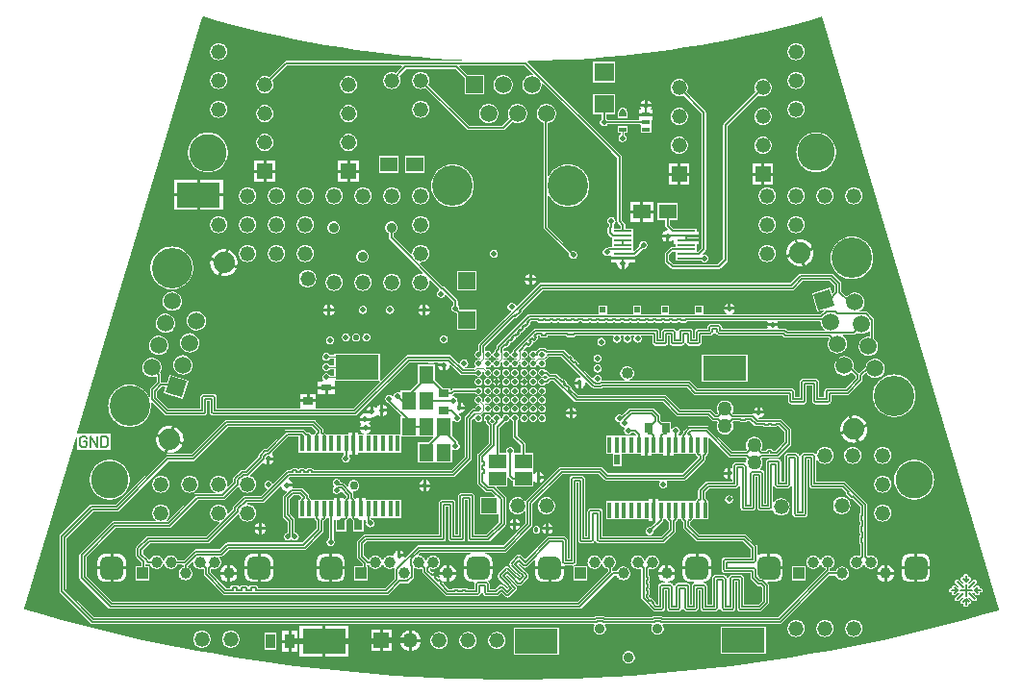
<source format=gtl>
%FSLAX25Y25*%
%MOIN*%
G70*
G01*
G75*
G04 Layer_Physical_Order=1*
G04 Layer_Color=255*
%ADD10C,0.00605*%
%ADD11R,0.03347X0.05118*%
%ADD12R,0.07087X0.06299*%
%ADD13C,0.02000*%
%ADD14R,0.01378X0.05512*%
%ADD15R,0.15000X0.08500*%
%ADD16R,0.02756X0.01575*%
%ADD17R,0.03543X0.02756*%
%ADD18R,0.06496X0.00984*%
%ADD19R,0.06496X0.00984*%
%ADD20R,0.06000X0.06000*%
%ADD21R,0.02756X0.03543*%
%ADD22R,0.05000X0.06000*%
%ADD23R,0.06000X0.05000*%
%ADD24C,0.02000*%
%ADD25C,0.00425*%
%ADD26C,0.00800*%
%ADD27C,0.00500*%
%ADD28C,0.00400*%
%ADD29C,0.00600*%
%ADD30C,0.05000*%
%ADD31R,0.05906X0.05906*%
%ADD32C,0.05906*%
%ADD33C,0.14000*%
%ADD34C,0.07400*%
%ADD35P,0.08352X4X152.0*%
%ADD36P,0.08352X4X298.0*%
%ADD37R,0.02362X0.03740*%
%ADD38C,0.03000*%
%ADD39C,0.04000*%
%ADD40P,0.02165X8X22.5*%
%ADD41R,0.03740X0.02362*%
%ADD42R,0.03937X0.03937*%
%ADD43C,0.03937*%
G04:AMPARAMS|DCode=44|XSize=78.74mil|YSize=78.74mil|CornerRadius=19.69mil|HoleSize=0mil|Usage=FLASHONLY|Rotation=0.000|XOffset=0mil|YOffset=0mil|HoleType=Round|Shape=RoundedRectangle|*
%AMROUNDEDRECTD44*
21,1,0.07874,0.03937,0,0,0.0*
21,1,0.03937,0.07874,0,0,0.0*
1,1,0.03937,0.01969,-0.01969*
1,1,0.03937,-0.01969,-0.01969*
1,1,0.03937,-0.01969,0.01969*
1,1,0.03937,0.01969,0.01969*
%
%ADD44ROUNDEDRECTD44*%
%ADD45C,0.03500*%
%ADD46R,0.05200X0.05200*%
%ADD47C,0.05200*%
%ADD48R,0.05200X0.05200*%
%ADD49R,0.02000X0.02000*%
%ADD50C,0.13000*%
%ADD51C,0.01800*%
G36*
X143364Y340127D02*
X148618Y338706D01*
X153891Y337361D01*
X159183Y336090D01*
X164492Y334895D01*
X169818Y333776D01*
X175159Y332734D01*
X180515Y331768D01*
X185884Y330878D01*
X191265Y330065D01*
X196657Y329329D01*
X202059Y328670D01*
X207470Y328088D01*
X212889Y327584D01*
X218314Y327157D01*
X223745Y326807D01*
X227756Y326607D01*
X227746Y326207D01*
X166928D01*
X166719Y326179D01*
X166525Y326099D01*
X166357Y325971D01*
X161002Y320615D01*
X160894Y320681D01*
X160458Y320862D01*
X159999Y320972D01*
X159528Y321009D01*
X159057Y320972D01*
X158598Y320862D01*
X158162Y320681D01*
X157759Y320435D01*
X157400Y320128D01*
X157093Y319769D01*
X156847Y319366D01*
X156666Y318930D01*
X156556Y318471D01*
X156519Y318000D01*
X156556Y317529D01*
X156666Y317070D01*
X156847Y316634D01*
X157093Y316231D01*
X157400Y315872D01*
X157759Y315565D01*
X158162Y315319D01*
X158598Y315138D01*
X159057Y315028D01*
X159528Y314991D01*
X159999Y315028D01*
X160458Y315138D01*
X160894Y315319D01*
X161297Y315565D01*
X161656Y315872D01*
X161963Y316231D01*
X162209Y316634D01*
X162390Y317070D01*
X162500Y317529D01*
X162537Y318000D01*
X162500Y318471D01*
X162390Y318930D01*
X162209Y319366D01*
X162143Y319474D01*
X167262Y324593D01*
X206957D01*
X207110Y324223D01*
X205002Y322115D01*
X204894Y322181D01*
X204458Y322362D01*
X203999Y322472D01*
X203528Y322509D01*
X203057Y322472D01*
X202598Y322362D01*
X202162Y322181D01*
X201759Y321935D01*
X201400Y321628D01*
X201093Y321269D01*
X200847Y320866D01*
X200666Y320430D01*
X200556Y319971D01*
X200519Y319500D01*
X200556Y319029D01*
X200666Y318570D01*
X200847Y318134D01*
X201093Y317731D01*
X201400Y317372D01*
X201759Y317065D01*
X202162Y316819D01*
X202598Y316638D01*
X203057Y316528D01*
X203528Y316491D01*
X203999Y316528D01*
X204458Y316638D01*
X204894Y316819D01*
X205297Y317065D01*
X205656Y317372D01*
X205963Y317731D01*
X206209Y318134D01*
X206390Y318570D01*
X206500Y319029D01*
X206537Y319500D01*
X206500Y319971D01*
X206390Y320430D01*
X206209Y320866D01*
X206143Y320974D01*
X208562Y323393D01*
X225494D01*
X228675Y320212D01*
Y314647D01*
X235381D01*
Y321353D01*
X229816D01*
X226946Y324223D01*
X227099Y324593D01*
X249601D01*
X252489Y321705D01*
X252324Y321340D01*
X252028Y321360D01*
X251589Y321331D01*
X251158Y321245D01*
X250742Y321104D01*
X250348Y320910D01*
X249983Y320666D01*
X249652Y320376D01*
X249362Y320045D01*
X249118Y319680D01*
X248924Y319286D01*
X248782Y318870D01*
X248697Y318439D01*
X248668Y318000D01*
X248697Y317561D01*
X248782Y317130D01*
X248924Y316714D01*
X249118Y316320D01*
X249362Y315955D01*
X249652Y315624D01*
X249983Y315334D01*
X250348Y315090D01*
X250742Y314896D01*
X251158Y314755D01*
X251589Y314669D01*
X252028Y314640D01*
X252467Y314669D01*
X252898Y314755D01*
X253314Y314896D01*
X253708Y315090D01*
X254073Y315334D01*
X254404Y315624D01*
X254694Y315955D01*
X254938Y316320D01*
X255132Y316714D01*
X255273Y317130D01*
X255359Y317561D01*
X255388Y318000D01*
X255368Y318296D01*
X255733Y318461D01*
X279341Y294853D01*
X279457Y294701D01*
X281593Y292566D01*
Y270700D01*
X281621Y270491D01*
X281701Y270297D01*
X281829Y270129D01*
X282796Y269163D01*
Y268116D01*
X280623D01*
X280485Y268223D01*
X280333Y268449D01*
X280379Y268560D01*
X280407Y268769D01*
Y269551D01*
X280595Y269705D01*
X280770Y269918D01*
X280900Y270162D01*
X280980Y270426D01*
X281007Y270700D01*
X280980Y270974D01*
X280900Y271238D01*
X280770Y271482D01*
X280595Y271695D01*
X280382Y271870D01*
X280138Y272000D01*
X279874Y272080D01*
X279600Y272107D01*
X279326Y272080D01*
X279062Y272000D01*
X278818Y271870D01*
X278605Y271695D01*
X278430Y271482D01*
X278300Y271238D01*
X278220Y270974D01*
X278193Y270700D01*
X278220Y270426D01*
X278300Y270162D01*
X278430Y269918D01*
X278605Y269705D01*
X278793Y269551D01*
Y269103D01*
X278457Y268767D01*
X278329Y268600D01*
X278249Y268406D01*
X278221Y268197D01*
Y266622D01*
X278249Y266413D01*
X278249Y266413D01*
X278249D01*
X278329Y266218D01*
X278457Y266051D01*
X279429Y265079D01*
X279596Y264951D01*
X279791Y264870D01*
X279955Y264849D01*
X279955Y264849D01*
X279955Y264849D01*
D01*
Y264757D01*
Y263183D01*
Y261817D01*
Y261732D01*
X278953D01*
X278744Y261705D01*
X278550Y261624D01*
X278383Y261496D01*
X278270Y261383D01*
X278028Y261407D01*
X277753Y261380D01*
X277490Y261300D01*
X277246Y261170D01*
X277033Y260995D01*
X276858Y260782D01*
X276728Y260538D01*
X276648Y260274D01*
X276621Y260000D01*
X276648Y259726D01*
X276728Y259462D01*
X276858Y259218D01*
X277033Y259005D01*
X277246Y258830D01*
X277490Y258700D01*
X277753Y258620D01*
X278028Y258593D01*
X278302Y258620D01*
X278566Y258700D01*
X278810Y258830D01*
X278993Y258981D01*
X279133Y258915D01*
X279355Y258733D01*
Y258276D01*
X287851D01*
Y258588D01*
X288003Y258652D01*
X288171Y258780D01*
X290433Y261042D01*
X290675Y261018D01*
X290949Y261046D01*
X291213Y261125D01*
X291456Y261256D01*
X291670Y261431D01*
X291845Y261644D01*
X291974Y261887D01*
X292055Y262151D01*
X292082Y262425D01*
X292055Y262700D01*
X291974Y262964D01*
X291845Y263207D01*
X291670Y263420D01*
X291456Y263595D01*
X291213Y263725D01*
X290949Y263805D01*
X290675Y263832D01*
X290400Y263805D01*
X290137Y263725D01*
X289893Y263595D01*
X289680Y263420D01*
X289505Y263207D01*
X289375Y262964D01*
X289295Y262700D01*
X289268Y262425D01*
X289292Y262183D01*
X287620Y260512D01*
X287251Y260665D01*
Y261608D01*
Y263183D01*
Y264757D01*
Y266332D01*
X287251D01*
Y268116D01*
X284410D01*
Y269497D01*
X284382Y269706D01*
X284302Y269901D01*
X284173Y270068D01*
X283207Y271034D01*
Y292900D01*
X283179Y293109D01*
X283099Y293303D01*
X282971Y293470D01*
X280715Y295726D01*
X280599Y295878D01*
X250623Y325853D01*
X250775Y326223D01*
X250944Y326225D01*
X256384Y326341D01*
X261823Y326536D01*
X267259Y326807D01*
X272689Y327157D01*
X278115Y327584D01*
X283533Y328088D01*
X288944Y328670D01*
X294346Y329329D01*
X299739Y330065D01*
X305120Y330878D01*
X310489Y331768D01*
X315844Y332734D01*
X321185Y333776D01*
X326511Y334895D01*
X331821Y336090D01*
X337112Y337361D01*
X342386Y338706D01*
X347639Y340127D01*
X352628Y341554D01*
X413982Y136018D01*
X413790Y135668D01*
X408610Y134184D01*
X401973Y132365D01*
X395316Y130622D01*
X388640Y128955D01*
X381945Y127364D01*
X375233Y125849D01*
X368504Y124411D01*
X361759Y123049D01*
X354999Y121764D01*
X348224Y120556D01*
X341437Y119426D01*
X334636Y118373D01*
X327825Y117397D01*
X321003Y116499D01*
X314171Y115678D01*
X307330Y114936D01*
X300481Y114271D01*
X293624Y113684D01*
X286762Y113175D01*
X279894Y112745D01*
X273022Y112393D01*
X266146Y112119D01*
X259268Y111923D01*
X252388Y111805D01*
X245507Y111766D01*
X238626Y111805D01*
X231746Y111923D01*
X224867Y112119D01*
X217991Y112393D01*
X211119Y112745D01*
X204252Y113175D01*
X197389Y113684D01*
X190533Y114271D01*
X183684Y114936D01*
X176843Y115678D01*
X170011Y116499D01*
X163189Y117397D01*
X156377Y118373D01*
X149577Y119426D01*
X142789Y120556D01*
X136015Y121764D01*
X129255Y123049D01*
X122510Y124411D01*
X115780Y125849D01*
X109068Y127364D01*
X102373Y128955D01*
X95697Y130622D01*
X89040Y132365D01*
X82404Y134184D01*
X76455Y135888D01*
X76263Y136239D01*
X94132Y195839D01*
X94528Y195781D01*
Y191500D01*
X106125D01*
Y197099D01*
X94845D01*
X94606Y197420D01*
X137785Y341437D01*
X138132Y341623D01*
X143364Y340127D01*
D02*
G37*
%LPC*%
G36*
X252477Y203758D02*
X252212Y203732D01*
X251958Y203655D01*
X251723Y203530D01*
X251518Y203361D01*
X251349Y203155D01*
X251223Y202921D01*
X251146Y202666D01*
X251120Y202402D01*
X251146Y202137D01*
X251223Y201883D01*
X251349Y201648D01*
X251518Y201442D01*
X251723Y201274D01*
X251958Y201148D01*
X252212Y201071D01*
X252477Y201045D01*
X252741Y201071D01*
X252996Y201148D01*
X253231Y201274D01*
X253436Y201442D01*
X253605Y201648D01*
X253730Y201883D01*
X253807Y202137D01*
X253833Y202402D01*
X253807Y202666D01*
X253730Y202921D01*
X253605Y203155D01*
X253436Y203361D01*
X253231Y203530D01*
X252996Y203655D01*
X252741Y203732D01*
X252477Y203758D01*
D02*
G37*
G36*
X249327D02*
X249063Y203732D01*
X248808Y203655D01*
X248573Y203530D01*
X248368Y203361D01*
X248199Y203155D01*
X248074Y202921D01*
X247997Y202666D01*
X247971Y202402D01*
X247997Y202137D01*
X248074Y201883D01*
X248199Y201648D01*
X248368Y201442D01*
X248573Y201274D01*
X248808Y201148D01*
X249063Y201071D01*
X249327Y201045D01*
X249592Y201071D01*
X249846Y201148D01*
X250081Y201274D01*
X250286Y201442D01*
X250455Y201648D01*
X250581Y201883D01*
X250658Y202137D01*
X250684Y202402D01*
X250658Y202666D01*
X250581Y202921D01*
X250455Y203155D01*
X250286Y203361D01*
X250081Y203530D01*
X249846Y203655D01*
X249592Y203732D01*
X249327Y203758D01*
D02*
G37*
G36*
X265228Y203700D02*
X263894D01*
X263964Y203469D01*
X264141Y203139D01*
X264378Y202850D01*
X264667Y202613D01*
X264997Y202436D01*
X265228Y202366D01*
Y203700D01*
D02*
G37*
G36*
X255626Y203758D02*
X255362Y203732D01*
X255107Y203655D01*
X254873Y203530D01*
X254667Y203361D01*
X254499Y203155D01*
X254373Y202921D01*
X254296Y202666D01*
X254270Y202402D01*
X254296Y202137D01*
X254373Y201883D01*
X254499Y201648D01*
X254667Y201442D01*
X254873Y201274D01*
X255107Y201148D01*
X255362Y201071D01*
X255626Y201045D01*
X255891Y201071D01*
X256146Y201148D01*
X256380Y201274D01*
X256586Y201442D01*
X256754Y201648D01*
X256880Y201883D01*
X256957Y202137D01*
X256983Y202402D01*
X256957Y202666D01*
X256880Y202921D01*
X256754Y203155D01*
X256586Y203361D01*
X256380Y203530D01*
X256146Y203655D01*
X255891Y203732D01*
X255626Y203758D01*
D02*
G37*
G36*
X363761Y203251D02*
X363233Y203243D01*
X362710Y203175D01*
X362683Y203169D01*
X363905Y199172D01*
X367902Y200394D01*
X367893Y200419D01*
X367656Y200891D01*
X367368Y201333D01*
X367032Y201741D01*
X366653Y202108D01*
X366235Y202431D01*
X365783Y202704D01*
X365304Y202925D01*
X364803Y203092D01*
X364287Y203201D01*
X363761Y203251D01*
D02*
G37*
G36*
X361727Y202876D02*
X361702Y202867D01*
X361230Y202630D01*
X360788Y202342D01*
X360380Y202006D01*
X360013Y201627D01*
X359690Y201209D01*
X359417Y200758D01*
X359196Y200278D01*
X359029Y199777D01*
X358920Y199261D01*
X358870Y198735D01*
X358878Y198208D01*
X358946Y197684D01*
X358952Y197658D01*
X362949Y198880D01*
X361727Y202876D01*
D02*
G37*
G36*
X176639Y201614D02*
X146212D01*
X146028Y201589D01*
X145858Y201519D01*
X145711Y201406D01*
X134224Y189919D01*
X125539D01*
X125355Y189895D01*
X125184Y189824D01*
X125038Y189712D01*
X107834Y172509D01*
X99328D01*
X99145Y172484D01*
X98974Y172414D01*
X98827Y172301D01*
X88533Y162007D01*
X88420Y161860D01*
X88349Y161689D01*
X88325Y161506D01*
Y142473D01*
X88325Y142473D01*
X88325D01*
X88349Y142290D01*
X88420Y142119D01*
X88533Y141972D01*
X99211Y131294D01*
X99211Y131294D01*
X99274Y131245D01*
X99357Y131181D01*
X99528Y131111D01*
X99712Y131086D01*
X99712Y131086D01*
X273410D01*
X273715Y130826D01*
X273765Y130737D01*
X273606Y130479D01*
X273477Y130166D01*
X273398Y129837D01*
X273371Y129500D01*
X273398Y129163D01*
X273477Y128834D01*
X273606Y128521D01*
X273783Y128232D01*
X274003Y127975D01*
X274260Y127755D01*
X274549Y127578D01*
X274862Y127449D01*
X275191Y127370D01*
X275528Y127343D01*
X275865Y127370D01*
X276194Y127449D01*
X276507Y127578D01*
X276796Y127755D01*
X277053Y127975D01*
X277273Y128232D01*
X277450Y128521D01*
X277579Y128834D01*
X277658Y129163D01*
X277685Y129500D01*
X277658Y129837D01*
X277579Y130166D01*
X277450Y130479D01*
X277291Y130737D01*
X277341Y130826D01*
X277646Y131086D01*
X293410D01*
X293715Y130826D01*
X293765Y130737D01*
X293606Y130479D01*
X293477Y130166D01*
X293398Y129837D01*
X293371Y129500D01*
X293398Y129163D01*
X293477Y128834D01*
X293606Y128521D01*
X293783Y128232D01*
X294003Y127975D01*
X294260Y127755D01*
X294549Y127578D01*
X294862Y127449D01*
X295191Y127370D01*
X295528Y127343D01*
X295865Y127370D01*
X296194Y127449D01*
X296507Y127578D01*
X296796Y127755D01*
X297053Y127975D01*
X297273Y128232D01*
X297450Y128521D01*
X297579Y128834D01*
X297658Y129163D01*
X297685Y129500D01*
X297658Y129837D01*
X297579Y130166D01*
X297450Y130479D01*
X297291Y130737D01*
X297341Y130826D01*
X297646Y131086D01*
X338144D01*
X338328Y131111D01*
X338499Y131181D01*
X338645Y131294D01*
X355174Y147823D01*
X357250D01*
X357257Y147797D01*
X357399Y147453D01*
X357594Y147135D01*
X357836Y146852D01*
X358120Y146609D01*
X358438Y146415D01*
X358782Y146272D01*
X359144Y146185D01*
X359516Y146156D01*
X359888Y146185D01*
X360250Y146272D01*
X360595Y146415D01*
X360913Y146609D01*
X361196Y146852D01*
X361438Y147135D01*
X361633Y147453D01*
X361776Y147797D01*
X361863Y148160D01*
X361892Y148532D01*
X361863Y148903D01*
X361776Y149266D01*
X361633Y149610D01*
X361438Y149928D01*
X361196Y150212D01*
X360913Y150454D01*
X360595Y150648D01*
X360250Y150791D01*
X359888Y150878D01*
X359516Y150907D01*
X359144Y150878D01*
X358782Y150791D01*
X358438Y150648D01*
X358120Y150454D01*
X357836Y150212D01*
X357594Y149928D01*
X357399Y149610D01*
X357257Y149266D01*
X357250Y149240D01*
X355482D01*
X355219Y149541D01*
X355225Y149588D01*
Y150203D01*
X355250Y150209D01*
X355595Y150352D01*
X355913Y150547D01*
X356196Y150789D01*
X356438Y151072D01*
X356633Y151390D01*
X356776Y151734D01*
X356863Y152097D01*
X356892Y152469D01*
X356863Y152840D01*
X356776Y153203D01*
X356633Y153547D01*
X356438Y153865D01*
X356196Y154149D01*
X355913Y154391D01*
X355595Y154586D01*
X355250Y154728D01*
X354888Y154815D01*
X354516Y154844D01*
X354145Y154815D01*
X353782Y154728D01*
X353438Y154586D01*
X353120Y154391D01*
X352836Y154149D01*
X352594Y153865D01*
X352399Y153547D01*
X352257Y153203D01*
X352216Y153034D01*
X351816D01*
X351776Y153203D01*
X351633Y153547D01*
X351438Y153865D01*
X351196Y154149D01*
X350913Y154391D01*
X350595Y154586D01*
X350250Y154728D01*
X349888Y154815D01*
X349516Y154844D01*
X349145Y154815D01*
X348782Y154728D01*
X348438Y154586D01*
X348120Y154391D01*
X347836Y154149D01*
X347594Y153865D01*
X347399Y153547D01*
X347257Y153203D01*
X347170Y152840D01*
X347140Y152469D01*
X347170Y152097D01*
X347257Y151734D01*
X347399Y151390D01*
X347594Y151072D01*
X347836Y150789D01*
X348120Y150547D01*
X348438Y150352D01*
X348782Y150209D01*
X349145Y150122D01*
X349516Y150093D01*
X349888Y150122D01*
X350250Y150209D01*
X350595Y150352D01*
X350913Y150547D01*
X351196Y150789D01*
X351438Y151072D01*
X351633Y151390D01*
X351776Y151734D01*
X351816Y151903D01*
X352216D01*
X352257Y151734D01*
X352399Y151390D01*
X352594Y151072D01*
X352836Y150789D01*
X353120Y150547D01*
X353438Y150352D01*
X353699Y150243D01*
X353777Y149851D01*
X337435Y133509D01*
X297396D01*
X297314Y133571D01*
X297144Y133642D01*
X296960Y133666D01*
X294096D01*
X293913Y133642D01*
X293742Y133571D01*
X293660Y133509D01*
X277396D01*
X277314Y133571D01*
X277144Y133642D01*
X276960Y133666D01*
X274096D01*
X273913Y133642D01*
X273742Y133571D01*
X273660Y133509D01*
X100422D01*
X90747Y143183D01*
Y160796D01*
X100038Y170086D01*
X108544D01*
X108728Y170111D01*
X108899Y170181D01*
X109045Y170294D01*
X126248Y187497D01*
X134934D01*
X135117Y187521D01*
X135288Y187592D01*
X135435Y187705D01*
X135435Y187705D01*
X135435Y187705D01*
X146922Y199191D01*
X175929D01*
X177282Y197839D01*
Y197439D01*
X176945Y197101D01*
X176832Y196954D01*
X176761Y196783D01*
X176749Y196694D01*
X176357D01*
D01*
D01*
X176357Y196694D01*
X175976D01*
Y196694D01*
X175583D01*
X175582Y196701D01*
X175571Y196783D01*
X175500Y196954D01*
X175388Y197101D01*
X175241Y197214D01*
X175070Y197284D01*
X174887Y197309D01*
X174042D01*
X173245Y198106D01*
X173098Y198219D01*
X172927Y198289D01*
X172744Y198314D01*
X166933D01*
X166750Y198289D01*
X166579Y198219D01*
X166432Y198106D01*
X166432Y198106D01*
X160042Y191716D01*
X159607D01*
X159607Y191716D01*
X159444Y191695D01*
X159423Y191692D01*
X159373Y191671D01*
X159252Y191621D01*
X159169Y191557D01*
X159106Y191508D01*
X159106Y191508D01*
X157519Y189922D01*
X157407Y189776D01*
X157336Y189605D01*
X157312Y189421D01*
Y188986D01*
X152842Y184516D01*
X151744D01*
X151744Y184516D01*
X151560Y184492D01*
X151390Y184421D01*
X151243Y184309D01*
X148720Y181785D01*
X148607Y181639D01*
X148536Y181468D01*
X148512Y181284D01*
Y180186D01*
X146813Y178699D01*
X146471Y178906D01*
X146500Y179029D01*
X146537Y179500D01*
X146500Y179971D01*
X146390Y180430D01*
X146209Y180866D01*
X145963Y181269D01*
X145656Y181628D01*
X145297Y181935D01*
X144894Y182181D01*
X144458Y182362D01*
X143999Y182472D01*
X143528Y182509D01*
X143057Y182472D01*
X142598Y182362D01*
X142162Y182181D01*
X141759Y181935D01*
X141400Y181628D01*
X141093Y181269D01*
X140847Y180866D01*
X140666Y180430D01*
X140556Y179971D01*
X140519Y179500D01*
X140556Y179029D01*
X140666Y178570D01*
X140847Y178134D01*
X141093Y177731D01*
X141400Y177372D01*
X141759Y177065D01*
X142162Y176819D01*
X142446Y176701D01*
X142368Y176309D01*
X135623D01*
X135440Y176284D01*
X135269Y176214D01*
X135122Y176101D01*
X125825Y166804D01*
X125428Y166851D01*
X125387Y166918D01*
X125324Y167089D01*
X125656Y167372D01*
X125963Y167731D01*
X126209Y168134D01*
X126390Y168570D01*
X126500Y169029D01*
X126537Y169500D01*
X126500Y169971D01*
X126390Y170430D01*
X126209Y170866D01*
X125963Y171269D01*
X125656Y171628D01*
X125297Y171935D01*
X124894Y172181D01*
X124458Y172362D01*
X123999Y172472D01*
X123528Y172509D01*
X123057Y172472D01*
X122598Y172362D01*
X122162Y172181D01*
X121759Y171935D01*
X121400Y171628D01*
X121093Y171269D01*
X120847Y170866D01*
X120666Y170430D01*
X120556Y169971D01*
X120519Y169500D01*
X120556Y169029D01*
X120666Y168570D01*
X120847Y168134D01*
X121093Y167731D01*
X121400Y167372D01*
X121732Y167089D01*
X121669Y166918D01*
X121544Y166714D01*
X107112D01*
X106928Y166689D01*
X106757Y166619D01*
X106611Y166506D01*
X95522Y155417D01*
X95409Y155271D01*
X95339Y155100D01*
X95315Y154916D01*
Y146884D01*
X95314Y146884D01*
X95315D01*
X95339Y146700D01*
X95409Y146529D01*
X95522Y146383D01*
X105511Y136394D01*
X105511Y136394D01*
X105511D01*
X105511Y136394D01*
X105511D01*
X105511Y136394D01*
Y136394D01*
Y136394D01*
D01*
D01*
X105511D01*
Y136394D01*
X105657Y136281D01*
X105828Y136211D01*
X106012Y136186D01*
X268544D01*
X268728Y136211D01*
X268899Y136281D01*
X269045Y136394D01*
X280474Y147823D01*
X281425D01*
X281431Y147797D01*
X281574Y147453D01*
X281769Y147135D01*
X282011Y146852D01*
X282294Y146609D01*
X282612Y146415D01*
X282957Y146272D01*
X283319Y146185D01*
X283691Y146156D01*
X284063Y146185D01*
X284425Y146272D01*
X284769Y146415D01*
X285087Y146609D01*
X285371Y146852D01*
X285613Y147135D01*
X285808Y147453D01*
X285950Y147797D01*
X286037Y148160D01*
X286067Y148532D01*
X286037Y148903D01*
X285950Y149266D01*
X285808Y149610D01*
X285613Y149928D01*
X285371Y150212D01*
X285087Y150454D01*
X284769Y150648D01*
X284425Y150791D01*
X284063Y150878D01*
X283691Y150907D01*
X283319Y150878D01*
X282957Y150791D01*
X282612Y150648D01*
X282294Y150454D01*
X282011Y150212D01*
X281769Y149928D01*
X281574Y149610D01*
X281431Y149266D01*
X281425Y149240D01*
X280181D01*
X280181Y149240D01*
D01*
D01*
D01*
X280181Y149240D01*
X280181Y149240D01*
X279937Y149257D01*
Y150454D01*
X280087Y150547D01*
X280371Y150789D01*
X280613Y151072D01*
X280808Y151390D01*
X280950Y151734D01*
X281037Y152097D01*
X281067Y152469D01*
X281037Y152840D01*
X280950Y153203D01*
X280808Y153547D01*
X280613Y153865D01*
X280371Y154149D01*
X280087Y154391D01*
X279769Y154586D01*
X279425Y154728D01*
X279063Y154815D01*
X278691Y154844D01*
X278319Y154815D01*
X277957Y154728D01*
X277612Y154586D01*
X277294Y154391D01*
X277011Y154149D01*
X276769Y153865D01*
X276574Y153547D01*
X276431Y153203D01*
X276391Y153034D01*
X275991D01*
X275950Y153203D01*
X275808Y153547D01*
X275613Y153865D01*
X275371Y154149D01*
X275087Y154391D01*
X274769Y154586D01*
X274425Y154728D01*
X274062Y154815D01*
X273691Y154844D01*
X273319Y154815D01*
X272957Y154728D01*
X272612Y154586D01*
X272294Y154391D01*
X272011Y154149D01*
X271769Y153865D01*
X271574Y153547D01*
X271431Y153203D01*
X271344Y152840D01*
X271315Y152469D01*
X271344Y152097D01*
X271431Y151734D01*
X271574Y151390D01*
X271769Y151072D01*
X272011Y150789D01*
X272294Y150547D01*
X272612Y150352D01*
X272957Y150209D01*
X273319Y150122D01*
X273691Y150093D01*
X274062Y150122D01*
X274425Y150209D01*
X274769Y150352D01*
X275087Y150547D01*
X275371Y150789D01*
X275613Y151072D01*
X275808Y151390D01*
X275950Y151734D01*
X275991Y151903D01*
X276391D01*
X276431Y151734D01*
X276574Y151390D01*
X276769Y151072D01*
X277011Y150789D01*
X277294Y150547D01*
X277612Y150352D01*
X277957Y150209D01*
X278319Y150122D01*
X278520Y150106D01*
Y149293D01*
X267834Y138609D01*
X106721D01*
X97737Y147593D01*
Y154207D01*
X107822Y164291D01*
X126444D01*
X126628Y164316D01*
X126799Y164386D01*
X126945Y164499D01*
X136333Y173886D01*
X145344D01*
X145528Y173911D01*
X145699Y173981D01*
X145845Y174094D01*
X145845Y174094D01*
X145845Y174094D01*
X150311Y178559D01*
X150703Y178481D01*
X150847Y178134D01*
X151093Y177731D01*
X151400Y177372D01*
X151759Y177065D01*
X152162Y176819D01*
X152598Y176638D01*
X153057Y176528D01*
X153528Y176491D01*
X153999Y176528D01*
X154458Y176638D01*
X154894Y176819D01*
X155297Y177065D01*
X155656Y177372D01*
X155963Y177731D01*
X156209Y178134D01*
X156390Y178570D01*
X156500Y179029D01*
X156537Y179500D01*
X156500Y179971D01*
X156390Y180430D01*
X156209Y180866D01*
X155963Y181269D01*
X155656Y181628D01*
X155297Y181935D01*
X154894Y182181D01*
X154547Y182325D01*
X154469Y182718D01*
X158791Y187040D01*
X159191Y187020D01*
X159307Y186879D01*
X159611Y186629D01*
X159959Y186443D01*
X160228Y186362D01*
Y188300D01*
X160728D01*
Y188800D01*
X162666D01*
X162585Y189069D01*
X162399Y189417D01*
X162149Y189721D01*
X162008Y189837D01*
X161988Y190237D01*
X167643Y195891D01*
X171238D01*
Y190382D01*
X173416D01*
Y190382D01*
X173416D01*
X173416Y190382D01*
X173798D01*
Y190382D01*
X175976D01*
Y190382D01*
X175976D01*
X175976Y190382D01*
X176357D01*
Y190382D01*
X178535D01*
Y190382D01*
X178534D01*
X178535Y190382D01*
X178916D01*
Y190382D01*
X181094D01*
Y190382D01*
X181094D01*
X181094Y190382D01*
X181475D01*
Y190382D01*
X183653D01*
Y190382D01*
X183653D01*
X183653Y190382D01*
X184034D01*
Y190382D01*
X186212D01*
Y190382D01*
X186212D01*
X186212Y190382D01*
X186593D01*
D01*
X186875Y190382D01*
Y189655D01*
X186845Y189638D01*
X186632Y189463D01*
X186457Y189250D01*
X186327Y189007D01*
X186247Y188743D01*
X186220Y188469D01*
X186247Y188194D01*
X186327Y187930D01*
X186457Y187687D01*
X186632Y187474D01*
X186845Y187299D01*
X187088Y187169D01*
X187352Y187089D01*
X187626Y187062D01*
X187901Y187089D01*
X188165Y187169D01*
X188408Y187299D01*
X188621Y187474D01*
X188796Y187687D01*
X188926Y187930D01*
X189006Y188194D01*
X189033Y188469D01*
X189006Y188743D01*
X188926Y189007D01*
X188796Y189250D01*
X188656Y189420D01*
X188752Y189623D01*
X188883Y189782D01*
X189741D01*
Y193538D01*
Y197294D01*
X188552D01*
Y196694D01*
X186593D01*
D01*
D01*
X186593Y196694D01*
X186212D01*
Y196694D01*
X184034D01*
D01*
D01*
X184034Y196694D01*
X183653D01*
Y196694D01*
X181475D01*
D01*
D01*
X181475Y196694D01*
X181094D01*
Y196694D01*
X180701D01*
X180692Y196762D01*
X180689Y196783D01*
X180668Y196833D01*
X180618Y196954D01*
X180555Y197037D01*
X180506Y197101D01*
X180506Y197101D01*
X179936Y197671D01*
Y198316D01*
X179912Y198500D01*
X179841Y198671D01*
X179729Y198817D01*
X177140Y201406D01*
X176993Y201519D01*
X176822Y201589D01*
X176639Y201614D01*
D02*
G37*
G36*
X196166Y201500D02*
X192290D01*
X192371Y201231D01*
X192557Y200884D01*
X192807Y200579D01*
X192807Y200579D01*
X192807D01*
X192907Y200421D01*
X192657Y200116D01*
X192471Y199769D01*
X192390Y199500D01*
X196266D01*
X196185Y199769D01*
X195999Y200116D01*
X195749Y200421D01*
X195749Y200421D01*
X195749D01*
X195649Y200579D01*
Y200579D01*
X195899Y200884D01*
X196085Y201231D01*
X196166Y201500D01*
D02*
G37*
G36*
X249327Y206908D02*
X249063Y206882D01*
X248808Y206804D01*
X248573Y206679D01*
X248368Y206510D01*
X248199Y206305D01*
X248074Y206070D01*
X247997Y205816D01*
X247971Y205551D01*
X247997Y205287D01*
X248074Y205032D01*
X248199Y204798D01*
X248368Y204592D01*
X248573Y204423D01*
X248808Y204298D01*
X249063Y204221D01*
X249327Y204195D01*
X249592Y204221D01*
X249846Y204298D01*
X250081Y204423D01*
X250286Y204592D01*
X250455Y204798D01*
X250581Y205032D01*
X250658Y205287D01*
X250684Y205551D01*
X250658Y205816D01*
X250581Y206070D01*
X250455Y206305D01*
X250286Y206510D01*
X250081Y206679D01*
X249846Y206804D01*
X249592Y206882D01*
X249327Y206908D01*
D02*
G37*
G36*
X246178D02*
X245913Y206882D01*
X245658Y206804D01*
X245424Y206679D01*
X245218Y206510D01*
X245050Y206305D01*
X244924Y206070D01*
X244847Y205816D01*
X244821Y205551D01*
X244847Y205287D01*
X244924Y205032D01*
X245050Y204798D01*
X245218Y204592D01*
X245424Y204423D01*
X245658Y204298D01*
X245913Y204221D01*
X246178Y204195D01*
X246442Y204221D01*
X246697Y204298D01*
X246931Y204423D01*
X247137Y204592D01*
X247305Y204798D01*
X247431Y205032D01*
X247508Y205287D01*
X247534Y205551D01*
X247508Y205816D01*
X247431Y206070D01*
X247305Y206305D01*
X247137Y206510D01*
X246931Y206679D01*
X246697Y206804D01*
X246442Y206882D01*
X246178Y206908D01*
D02*
G37*
G36*
X255626D02*
X255362Y206882D01*
X255107Y206804D01*
X254873Y206679D01*
X254667Y206510D01*
X254499Y206305D01*
X254373Y206070D01*
X254296Y205816D01*
X254270Y205551D01*
X254296Y205287D01*
X254373Y205032D01*
X254499Y204798D01*
X254667Y204592D01*
X254873Y204423D01*
X255107Y204298D01*
X255362Y204221D01*
X255626Y204195D01*
X255891Y204221D01*
X256146Y204298D01*
X256380Y204423D01*
X256586Y204592D01*
X256754Y204798D01*
X256880Y205032D01*
X256957Y205287D01*
X256983Y205551D01*
X256957Y205816D01*
X256880Y206070D01*
X256754Y206305D01*
X256586Y206510D01*
X256380Y206679D01*
X256146Y206804D01*
X255891Y206882D01*
X255626Y206908D01*
D02*
G37*
G36*
X252477D02*
X252212Y206882D01*
X251958Y206804D01*
X251723Y206679D01*
X251518Y206510D01*
X251349Y206305D01*
X251223Y206070D01*
X251146Y205816D01*
X251120Y205551D01*
X251146Y205287D01*
X251223Y205032D01*
X251349Y204798D01*
X251518Y204592D01*
X251723Y204423D01*
X251958Y204298D01*
X252212Y204221D01*
X252477Y204195D01*
X252741Y204221D01*
X252996Y204298D01*
X253231Y204423D01*
X253436Y204592D01*
X253605Y204798D01*
X253730Y205032D01*
X253807Y205287D01*
X253833Y205551D01*
X253807Y205816D01*
X253730Y206070D01*
X253605Y206305D01*
X253436Y206510D01*
X253231Y206679D01*
X252996Y206804D01*
X252741Y206882D01*
X252477Y206908D01*
D02*
G37*
G36*
X243028D02*
X242763Y206882D01*
X242509Y206804D01*
X242274Y206679D01*
X242069Y206510D01*
X241900Y206305D01*
X241775Y206070D01*
X241698Y205816D01*
X241671Y205551D01*
X241698Y205287D01*
X241775Y205032D01*
X241900Y204798D01*
X242069Y204592D01*
X242274Y204423D01*
X242509Y204298D01*
X242763Y204221D01*
X243028Y204195D01*
X243293Y204221D01*
X243547Y204298D01*
X243782Y204423D01*
X243987Y204592D01*
X244156Y204798D01*
X244281Y205032D01*
X244358Y205287D01*
X244385Y205551D01*
X244358Y205816D01*
X244281Y206070D01*
X244156Y206305D01*
X243987Y206510D01*
X243782Y206679D01*
X243547Y206804D01*
X243293Y206882D01*
X243028Y206908D01*
D02*
G37*
G36*
X377481Y217533D02*
X376755Y217496D01*
X376036Y217388D01*
X375331Y217210D01*
X374647Y216963D01*
X373990Y216651D01*
X373367Y216276D01*
X372784Y215841D01*
X372247Y215352D01*
X371760Y214812D01*
X371328Y214227D01*
X370955Y213603D01*
X370646Y212945D01*
X370403Y212260D01*
X370227Y211554D01*
X370122Y210835D01*
X370088Y210108D01*
X370125Y209382D01*
X370234Y208663D01*
X370412Y207958D01*
X370658Y207274D01*
X370971Y206618D01*
X371346Y205995D01*
X371780Y205412D01*
X372270Y204874D01*
X372809Y204387D01*
X373394Y203955D01*
X374019Y203583D01*
X374677Y203273D01*
X375362Y203030D01*
X376067Y202855D01*
X376787Y202750D01*
X377513Y202715D01*
X378239Y202753D01*
X378958Y202861D01*
X379663Y203039D01*
X380347Y203286D01*
X381004Y203598D01*
X381627Y203973D01*
X382210Y204408D01*
X382747Y204897D01*
X383235Y205437D01*
X383666Y206022D01*
X384039Y206646D01*
X384348Y207304D01*
X384592Y207989D01*
X384767Y208695D01*
X384872Y209414D01*
X384906Y210140D01*
X384869Y210867D01*
X384760Y211586D01*
X384582Y212291D01*
X384336Y212975D01*
X384023Y213631D01*
X383648Y214254D01*
X383214Y214837D01*
X382724Y215375D01*
X382185Y215862D01*
X381600Y216294D01*
X380975Y216666D01*
X380317Y216975D01*
X379632Y217219D01*
X378927Y217394D01*
X378207Y217499D01*
X377481Y217533D01*
D02*
G37*
G36*
X267562Y203700D02*
X266228D01*
Y202366D01*
X266459Y202436D01*
X266789Y202613D01*
X267078Y202850D01*
X267315Y203139D01*
X267492Y203469D01*
X267562Y203700D01*
D02*
G37*
G36*
X239878Y206908D02*
X239614Y206882D01*
X239359Y206804D01*
X239125Y206679D01*
X238919Y206510D01*
X238751Y206305D01*
X238625Y206070D01*
X238548Y205816D01*
X238522Y205551D01*
X238548Y205287D01*
X238625Y205032D01*
X238751Y204798D01*
X238919Y204592D01*
X239125Y204423D01*
X239359Y204298D01*
X239614Y204221D01*
X239878Y204195D01*
X240143Y204221D01*
X240398Y204298D01*
X240632Y204423D01*
X240838Y204592D01*
X241006Y204798D01*
X241132Y205032D01*
X241209Y205287D01*
X241235Y205551D01*
X241209Y205816D01*
X241132Y206070D01*
X241006Y206305D01*
X240838Y206510D01*
X240632Y206679D01*
X240398Y206804D01*
X240143Y206882D01*
X239878Y206908D01*
D02*
G37*
G36*
X201966Y204600D02*
X200528D01*
Y203162D01*
X200797Y203243D01*
X201145Y203429D01*
X201449Y203679D01*
X201699Y203983D01*
X201885Y204331D01*
X201966Y204600D01*
D02*
G37*
G36*
X215434Y180938D02*
Y179500D01*
X216872D01*
X216790Y179769D01*
X216605Y180116D01*
X216355Y180421D01*
X216050Y180671D01*
X215703Y180857D01*
X215434Y180938D01*
D02*
G37*
G36*
X214434D02*
X214164Y180857D01*
X213817Y180671D01*
X213512Y180421D01*
X213263Y180116D01*
X213077Y179769D01*
X212995Y179500D01*
X214434D01*
Y180938D01*
D02*
G37*
G36*
X254828Y183634D02*
Y182300D01*
X256162D01*
X256092Y182531D01*
X255915Y182861D01*
X255678Y183150D01*
X255389Y183387D01*
X255059Y183564D01*
X254828Y183634D01*
D02*
G37*
G36*
X256162Y181300D02*
X254828D01*
Y179966D01*
X255059Y180036D01*
X255389Y180213D01*
X255678Y180450D01*
X255915Y180739D01*
X256092Y181069D01*
X256162Y181300D01*
D02*
G37*
G36*
X373528Y182509D02*
X373057Y182472D01*
X372598Y182362D01*
X372162Y182181D01*
X371759Y181935D01*
X371400Y181628D01*
X371093Y181269D01*
X370847Y180866D01*
X370666Y180430D01*
X370556Y179971D01*
X370519Y179500D01*
X370556Y179029D01*
X370666Y178570D01*
X370847Y178134D01*
X371093Y177731D01*
X371400Y177372D01*
X371759Y177065D01*
X372162Y176819D01*
X372598Y176638D01*
X373057Y176528D01*
X373528Y176491D01*
X373999Y176528D01*
X374458Y176638D01*
X374894Y176819D01*
X375297Y177065D01*
X375656Y177372D01*
X375963Y177731D01*
X376209Y178134D01*
X376390Y178570D01*
X376500Y179029D01*
X376537Y179500D01*
X376500Y179971D01*
X376390Y180430D01*
X376209Y180866D01*
X375963Y181269D01*
X375656Y181628D01*
X375297Y181935D01*
X374894Y182181D01*
X374458Y182362D01*
X373999Y182472D01*
X373528Y182509D01*
D02*
G37*
G36*
X133528D02*
X133057Y182472D01*
X132598Y182362D01*
X132162Y182181D01*
X131759Y181935D01*
X131400Y181628D01*
X131093Y181269D01*
X130847Y180866D01*
X130666Y180430D01*
X130556Y179971D01*
X130519Y179500D01*
X130556Y179029D01*
X130666Y178570D01*
X130847Y178134D01*
X131093Y177731D01*
X131400Y177372D01*
X131759Y177065D01*
X132162Y176819D01*
X132598Y176638D01*
X133057Y176528D01*
X133528Y176491D01*
X133999Y176528D01*
X134458Y176638D01*
X134894Y176819D01*
X135297Y177065D01*
X135656Y177372D01*
X135963Y177731D01*
X136209Y178134D01*
X136390Y178570D01*
X136500Y179029D01*
X136537Y179500D01*
X136500Y179971D01*
X136390Y180430D01*
X136209Y180866D01*
X135963Y181269D01*
X135656Y181628D01*
X135297Y181935D01*
X134894Y182181D01*
X134458Y182362D01*
X133999Y182472D01*
X133528Y182509D01*
D02*
G37*
G36*
X216872Y178500D02*
X215434D01*
Y177062D01*
X215703Y177143D01*
X216050Y177329D01*
X216355Y177579D01*
X216605Y177884D01*
X216790Y178231D01*
X216872Y178500D01*
D02*
G37*
G36*
X214434D02*
X212995D01*
X213077Y178231D01*
X213263Y177884D01*
X213512Y177579D01*
X213817Y177329D01*
X214164Y177143D01*
X214434Y177062D01*
Y178500D01*
D02*
G37*
G36*
X162666Y187800D02*
X161228D01*
Y186362D01*
X161497Y186443D01*
X161845Y186629D01*
X162149Y186879D01*
X162399Y187183D01*
X162585Y187531D01*
X162666Y187800D01*
D02*
G37*
G36*
X128472Y199380D02*
X127250Y195383D01*
X131247Y194161D01*
X131253Y194187D01*
X131321Y194711D01*
X131329Y195239D01*
X131279Y195764D01*
X131169Y196281D01*
X131003Y196782D01*
X130782Y197261D01*
X130508Y197712D01*
X130186Y198130D01*
X129819Y198510D01*
X129411Y198846D01*
X128969Y199134D01*
X128497Y199370D01*
X128472Y199380D01*
D02*
G37*
G36*
X363241Y197923D02*
X359245Y196701D01*
X359254Y196676D01*
X359491Y196204D01*
X359779Y195762D01*
X360115Y195354D01*
X360494Y194987D01*
X360912Y194665D01*
X361363Y194391D01*
X361843Y194170D01*
X362344Y194004D01*
X362860Y193895D01*
X363386Y193844D01*
X363913Y193852D01*
X364437Y193920D01*
X364463Y193927D01*
X363241Y197923D01*
D02*
G37*
G36*
X126438Y199755D02*
X125912Y199704D01*
X125396Y199595D01*
X124895Y199429D01*
X124416Y199207D01*
X123964Y198934D01*
X123546Y198611D01*
X123167Y198244D01*
X122831Y197837D01*
X122543Y197395D01*
X122306Y196923D01*
X122297Y196897D01*
X126294Y195675D01*
X127515Y199672D01*
X127489Y199678D01*
X126966Y199746D01*
X126438Y199755D01*
D02*
G37*
G36*
X368194Y199438D02*
X364198Y198216D01*
X365420Y194219D01*
X365445Y194228D01*
X365917Y194465D01*
X366359Y194753D01*
X366767Y195089D01*
X367134Y195468D01*
X367456Y195886D01*
X367730Y196338D01*
X367951Y196817D01*
X368117Y197318D01*
X368226Y197834D01*
X368277Y198360D01*
X368268Y198888D01*
X368201Y199411D01*
X368194Y199438D01*
D02*
G37*
G36*
X373528Y192509D02*
X373057Y192472D01*
X372598Y192362D01*
X372162Y192181D01*
X371759Y191935D01*
X371400Y191628D01*
X371093Y191269D01*
X370847Y190866D01*
X370666Y190430D01*
X370556Y189971D01*
X370519Y189500D01*
X370556Y189029D01*
X370666Y188570D01*
X370847Y188134D01*
X371093Y187731D01*
X371400Y187372D01*
X371759Y187065D01*
X372162Y186819D01*
X372598Y186638D01*
X373057Y186528D01*
X373528Y186491D01*
X373999Y186528D01*
X374458Y186638D01*
X374894Y186819D01*
X375297Y187065D01*
X375656Y187372D01*
X375963Y187731D01*
X376209Y188134D01*
X376390Y188570D01*
X376500Y189029D01*
X376537Y189500D01*
X376500Y189971D01*
X376390Y190430D01*
X376209Y190866D01*
X375963Y191269D01*
X375656Y191628D01*
X375297Y191935D01*
X374894Y192181D01*
X374458Y192362D01*
X373999Y192472D01*
X373528Y192509D01*
D02*
G37*
G36*
X363128D02*
X362657Y192472D01*
X362198Y192362D01*
X361762Y192181D01*
X361359Y191935D01*
X361000Y191628D01*
X360693Y191269D01*
X360447Y190866D01*
X360266Y190430D01*
X360156Y189971D01*
X360119Y189500D01*
X360156Y189029D01*
X360266Y188570D01*
X360447Y188134D01*
X360693Y187731D01*
X361000Y187372D01*
X361359Y187065D01*
X361762Y186819D01*
X362198Y186638D01*
X362657Y186528D01*
X363128Y186491D01*
X363599Y186528D01*
X364058Y186638D01*
X364494Y186819D01*
X364897Y187065D01*
X365256Y187372D01*
X365563Y187731D01*
X365809Y188134D01*
X365990Y188570D01*
X366100Y189029D01*
X366137Y189500D01*
X366100Y189971D01*
X365990Y190430D01*
X365809Y190866D01*
X365563Y191269D01*
X365256Y191628D01*
X364897Y191935D01*
X364494Y192181D01*
X364058Y192362D01*
X363599Y192472D01*
X363128Y192509D01*
D02*
G37*
G36*
X122004Y195941D02*
X121998Y195915D01*
X121930Y195391D01*
X121922Y194863D01*
X121972Y194338D01*
X122081Y193821D01*
X122248Y193320D01*
X122469Y192841D01*
X122743Y192390D01*
X123065Y191972D01*
X123432Y191592D01*
X123840Y191256D01*
X124282Y190968D01*
X124754Y190732D01*
X124779Y190722D01*
X126001Y194719D01*
X122004Y195941D01*
D02*
G37*
G36*
X126957Y194427D02*
X125735Y190430D01*
X125762Y190423D01*
X126285Y190356D01*
X126813Y190347D01*
X127339Y190398D01*
X127855Y190507D01*
X128356Y190673D01*
X128835Y190894D01*
X129287Y191168D01*
X129705Y191490D01*
X130084Y191858D01*
X130420Y192265D01*
X130708Y192707D01*
X130945Y193179D01*
X130954Y193205D01*
X126957Y194427D01*
D02*
G37*
G36*
X265228Y206034D02*
X264997Y205964D01*
X264667Y205787D01*
X264378Y205550D01*
X264141Y205261D01*
X263964Y204931D01*
X263894Y204700D01*
X265228D01*
Y206034D01*
D02*
G37*
G36*
X183705Y212476D02*
X181335D01*
Y210795D01*
X183705D01*
Y212476D01*
D02*
G37*
G36*
X180335D02*
X177965D01*
Y210795D01*
X180335D01*
Y212476D01*
D02*
G37*
G36*
X268128Y214100D02*
X266794D01*
X266864Y213869D01*
X267041Y213539D01*
X267278Y213250D01*
X267567Y213013D01*
X267897Y212836D01*
X268128Y212766D01*
Y214100D01*
D02*
G37*
G36*
X218428Y220900D02*
X212628D01*
Y214575D01*
X209953Y211900D01*
X206628D01*
Y211558D01*
X206355Y211225D01*
X206285Y211183D01*
X206066Y211300D01*
X205802Y211380D01*
X205528Y211407D01*
X205254Y211380D01*
X204990Y211300D01*
X204746Y211170D01*
X204533Y210995D01*
X204358Y210782D01*
X204228Y210538D01*
X204148Y210274D01*
X204127Y210062D01*
X203745Y209946D01*
X203623Y210095D01*
X203410Y210270D01*
X203166Y210400D01*
X202903Y210480D01*
X202628Y210507D01*
X202354Y210480D01*
X202090Y210400D01*
X201847Y210270D01*
X201633Y210095D01*
X201458Y209882D01*
X201328Y209638D01*
X201248Y209374D01*
X201221Y209100D01*
X201248Y208826D01*
X201328Y208562D01*
X201458Y208318D01*
X201633Y208105D01*
X201847Y207930D01*
X202090Y207800D01*
X202229Y207758D01*
X206762Y203224D01*
X206628Y202900D01*
X206628D01*
X206628Y202900D01*
Y196694D01*
X204507D01*
D01*
D01*
X204507Y196694D01*
X204125D01*
Y196694D01*
X201948D01*
D01*
D01*
X201948Y196694D01*
X201567D01*
Y196694D01*
X199389D01*
D01*
D01*
X199389Y196694D01*
X199007D01*
Y196694D01*
X196829D01*
D01*
D01*
X196829Y196694D01*
X196448D01*
Y196694D01*
X194978D01*
X194919Y197089D01*
X195097Y197143D01*
X195445Y197329D01*
X195749Y197579D01*
X195999Y197883D01*
X196185Y198231D01*
X196266Y198500D01*
X192390D01*
X192471Y198231D01*
X192657Y197883D01*
X192907Y197579D01*
X193211Y197329D01*
X193559Y197143D01*
X193737Y197089D01*
X193678Y196694D01*
X191930D01*
Y197294D01*
X190741D01*
Y193538D01*
Y189782D01*
X191930D01*
Y190382D01*
X193889D01*
Y190382D01*
X193889D01*
X193889Y190382D01*
X194271D01*
Y190382D01*
X196448D01*
Y190382D01*
X196448D01*
X196448Y190382D01*
X196829D01*
Y190382D01*
X199007D01*
Y190382D01*
X199007D01*
X199007Y190382D01*
X199389D01*
Y190382D01*
X201567D01*
Y190382D01*
X201567D01*
X201567Y190382D01*
X201948D01*
Y190382D01*
X204126D01*
Y190382D01*
X204125D01*
X204126Y190382D01*
X204507D01*
Y190382D01*
X206685D01*
Y196100D01*
X212428D01*
Y196100D01*
X212428D01*
X212428Y196100D01*
X212628D01*
Y196100D01*
X217979D01*
X218132Y195730D01*
X216293Y193900D01*
X212628D01*
Y187100D01*
X218428D01*
Y187100D01*
X218428D01*
X218428Y187100D01*
X218628D01*
Y187100D01*
X224428D01*
Y191334D01*
X224790Y191505D01*
X224846Y191458D01*
X225090Y191328D01*
X225354Y191248D01*
X225628Y191221D01*
X225902Y191248D01*
X226166Y191328D01*
X226410Y191458D01*
X226623Y191633D01*
X226798Y191846D01*
X226928Y192090D01*
X227008Y192353D01*
X227035Y192628D01*
X227008Y192902D01*
X226928Y193166D01*
X226798Y193410D01*
X226623Y193623D01*
X226435Y193777D01*
Y193872D01*
X226407Y194081D01*
X226327Y194275D01*
X226199Y194443D01*
X224428Y196213D01*
Y201815D01*
X224824Y201873D01*
X224827Y201863D01*
X224957Y201620D01*
X225132Y201407D01*
X225345Y201232D01*
X225588Y201102D01*
X225852Y201022D01*
X226126Y200995D01*
X226401Y201022D01*
X226665Y201102D01*
X226908Y201232D01*
X227121Y201407D01*
X227296Y201620D01*
X227426Y201863D01*
X227506Y202127D01*
X227533Y202402D01*
X227506Y202676D01*
X227426Y202940D01*
X227296Y203183D01*
X227121Y203396D01*
X226908Y203571D01*
X226744Y203659D01*
X226686Y204054D01*
X226740Y204109D01*
X226928Y204091D01*
X227301Y204128D01*
X227659Y204236D01*
X227989Y204413D01*
X228278Y204650D01*
X228515Y204939D01*
X228692Y205269D01*
X228762Y205500D01*
X226928D01*
Y206000D01*
X226428D01*
Y207876D01*
X226178Y208126D01*
X226208Y208226D01*
X226235Y208500D01*
X226208Y208774D01*
X226128Y209038D01*
X225998Y209282D01*
X225823Y209495D01*
X225610Y209670D01*
X225366Y209800D01*
X225102Y209880D01*
X224828Y209907D01*
X224553Y209880D01*
X224517Y209869D01*
X224383Y210245D01*
Y210245D01*
D01*
X224404Y210254D01*
X224571Y210382D01*
X225232Y211044D01*
X232495D01*
X232620Y210891D01*
X232826Y210722D01*
X233060Y210597D01*
X233315Y210520D01*
X233579Y210494D01*
X233844Y210520D01*
X234098Y210597D01*
X234333Y210722D01*
X234538Y210891D01*
X234707Y211097D01*
X234833Y211331D01*
X234910Y211586D01*
X234936Y211850D01*
X234910Y212115D01*
X234833Y212369D01*
X234707Y212604D01*
X234538Y212810D01*
X234333Y212978D01*
X234098Y213104D01*
X233844Y213181D01*
X233579Y213207D01*
X233315Y213181D01*
X233060Y213104D01*
X232826Y212978D01*
X232620Y212810D01*
X232495Y212657D01*
X224898D01*
X224689Y212630D01*
X224494Y212549D01*
X224327Y212421D01*
X224069Y212163D01*
X223700Y212316D01*
Y212731D01*
X221438D01*
X218428Y215741D01*
Y220900D01*
D02*
G37*
G36*
X249327Y213207D02*
X249063Y213181D01*
X248808Y213104D01*
X248573Y212978D01*
X248368Y212810D01*
X248199Y212604D01*
X248074Y212369D01*
X247997Y212115D01*
X247971Y211850D01*
X247997Y211586D01*
X248074Y211331D01*
X248199Y211097D01*
X248368Y210891D01*
X248573Y210722D01*
X248808Y210597D01*
X249063Y210520D01*
X249327Y210494D01*
X249592Y210520D01*
X249846Y210597D01*
X250081Y210722D01*
X250286Y210891D01*
X250455Y211097D01*
X250581Y211331D01*
X250658Y211586D01*
X250684Y211850D01*
X250658Y212115D01*
X250581Y212369D01*
X250455Y212604D01*
X250286Y212810D01*
X250081Y212978D01*
X249846Y213104D01*
X249592Y213181D01*
X249327Y213207D01*
D02*
G37*
G36*
X246178D02*
X245913Y213181D01*
X245658Y213104D01*
X245424Y212978D01*
X245218Y212810D01*
X245050Y212604D01*
X244924Y212369D01*
X244847Y212115D01*
X244821Y211850D01*
X244847Y211586D01*
X244924Y211331D01*
X245050Y211097D01*
X245218Y210891D01*
X245424Y210722D01*
X245658Y210597D01*
X245913Y210520D01*
X246178Y210494D01*
X246442Y210520D01*
X246697Y210597D01*
X246931Y210722D01*
X247137Y210891D01*
X247305Y211097D01*
X247431Y211331D01*
X247508Y211586D01*
X247534Y211850D01*
X247508Y212115D01*
X247431Y212369D01*
X247305Y212604D01*
X247137Y212810D01*
X246931Y212978D01*
X246697Y213104D01*
X246442Y213181D01*
X246178Y213207D01*
D02*
G37*
G36*
X255626D02*
X255362Y213181D01*
X255107Y213104D01*
X254873Y212978D01*
X254667Y212810D01*
X254499Y212604D01*
X254373Y212369D01*
X254296Y212115D01*
X254270Y211850D01*
X254296Y211586D01*
X254373Y211331D01*
X254499Y211097D01*
X254667Y210891D01*
X254873Y210722D01*
X255107Y210597D01*
X255362Y210520D01*
X255626Y210494D01*
X255891Y210520D01*
X256146Y210597D01*
X256380Y210722D01*
X256586Y210891D01*
X256754Y211097D01*
X256880Y211331D01*
X256957Y211586D01*
X256983Y211850D01*
X256957Y212115D01*
X256880Y212369D01*
X256754Y212604D01*
X256586Y212810D01*
X256380Y212978D01*
X256146Y213104D01*
X255891Y213181D01*
X255626Y213207D01*
D02*
G37*
G36*
X252477D02*
X252212Y213181D01*
X251958Y213104D01*
X251723Y212978D01*
X251518Y212810D01*
X251349Y212604D01*
X251223Y212369D01*
X251146Y212115D01*
X251120Y211850D01*
X251146Y211586D01*
X251223Y211331D01*
X251349Y211097D01*
X251518Y210891D01*
X251723Y210722D01*
X251958Y210597D01*
X252212Y210520D01*
X252477Y210494D01*
X252741Y210520D01*
X252996Y210597D01*
X253231Y210722D01*
X253436Y210891D01*
X253605Y211097D01*
X253730Y211331D01*
X253807Y211586D01*
X253833Y211850D01*
X253807Y212115D01*
X253730Y212369D01*
X253605Y212604D01*
X253436Y212810D01*
X253231Y212978D01*
X252996Y213104D01*
X252741Y213181D01*
X252477Y213207D01*
D02*
G37*
G36*
X233579Y216356D02*
X233315Y216331D01*
X233060Y216253D01*
X232826Y216128D01*
X232620Y215959D01*
X232451Y215754D01*
X232326Y215519D01*
X232249Y215265D01*
X232223Y215000D01*
X232249Y214735D01*
X232326Y214481D01*
X232451Y214246D01*
X232620Y214041D01*
X232826Y213872D01*
X233060Y213747D01*
X233315Y213669D01*
X233579Y213644D01*
X233844Y213669D01*
X234098Y213747D01*
X234333Y213872D01*
X234538Y214041D01*
X234707Y214246D01*
X234833Y214481D01*
X234910Y214735D01*
X234936Y215000D01*
X234910Y215265D01*
X234833Y215519D01*
X234707Y215754D01*
X234538Y215959D01*
X234333Y216128D01*
X234098Y216253D01*
X233844Y216331D01*
X233579Y216356D01*
D02*
G37*
G36*
X241167Y214700D02*
X240178D01*
Y213712D01*
X240386Y213775D01*
X240615Y213897D01*
X240816Y214062D01*
X240981Y214263D01*
X241104Y214492D01*
X241167Y214700D01*
D02*
G37*
G36*
X239578D02*
X238590D01*
X238653Y214492D01*
X238776Y214263D01*
X238941Y214062D01*
X239142Y213897D01*
X239371Y213775D01*
X239578Y213712D01*
Y214700D01*
D02*
G37*
G36*
X250616D02*
X249627D01*
Y213712D01*
X249835Y213775D01*
X250064Y213897D01*
X250265Y214062D01*
X250430Y214263D01*
X250553Y214492D01*
X250616Y214700D01*
D02*
G37*
G36*
X249027D02*
X248039D01*
X248102Y214492D01*
X248224Y214263D01*
X248389Y214062D01*
X248590Y213897D01*
X248820Y213775D01*
X249027Y213712D01*
Y214700D01*
D02*
G37*
G36*
X243028Y216356D02*
X242763Y216331D01*
X242509Y216253D01*
X242274Y216128D01*
X242069Y215959D01*
X241900Y215754D01*
X241775Y215519D01*
X241698Y215265D01*
X241671Y215000D01*
X241698Y214735D01*
X241775Y214481D01*
X241900Y214246D01*
X242069Y214041D01*
X242274Y213872D01*
X242509Y213747D01*
X242763Y213669D01*
X243028Y213644D01*
X243293Y213669D01*
X243547Y213747D01*
X243782Y213872D01*
X243987Y214041D01*
X244156Y214246D01*
X244281Y214481D01*
X244358Y214735D01*
X244385Y215000D01*
X244358Y215265D01*
X244281Y215519D01*
X244156Y215754D01*
X243987Y215959D01*
X243782Y216128D01*
X243547Y216253D01*
X243293Y216331D01*
X243028Y216356D01*
D02*
G37*
G36*
X236729D02*
X236464Y216331D01*
X236210Y216253D01*
X235975Y216128D01*
X235770Y215959D01*
X235601Y215754D01*
X235475Y215519D01*
X235398Y215265D01*
X235372Y215000D01*
X235398Y214735D01*
X235475Y214481D01*
X235601Y214246D01*
X235770Y214041D01*
X235975Y213872D01*
X236210Y213747D01*
X236464Y213669D01*
X236729Y213644D01*
X236993Y213669D01*
X237248Y213747D01*
X237483Y213872D01*
X237688Y214041D01*
X237857Y214246D01*
X237982Y214481D01*
X238059Y214735D01*
X238085Y215000D01*
X238059Y215265D01*
X237982Y215519D01*
X237857Y215754D01*
X237688Y215959D01*
X237483Y216128D01*
X237248Y216253D01*
X236993Y216331D01*
X236729Y216356D01*
D02*
G37*
G36*
X252477D02*
X252212Y216331D01*
X251958Y216253D01*
X251723Y216128D01*
X251518Y215959D01*
X251349Y215754D01*
X251223Y215519D01*
X251146Y215265D01*
X251120Y215000D01*
X251146Y214735D01*
X251223Y214481D01*
X251349Y214246D01*
X251518Y214041D01*
X251723Y213872D01*
X251958Y213747D01*
X252212Y213669D01*
X252477Y213644D01*
X252741Y213669D01*
X252996Y213747D01*
X253231Y213872D01*
X253436Y214041D01*
X253605Y214246D01*
X253730Y214481D01*
X253807Y214735D01*
X253833Y215000D01*
X253807Y215265D01*
X253730Y215519D01*
X253605Y215754D01*
X253436Y215959D01*
X253231Y216128D01*
X252996Y216253D01*
X252741Y216331D01*
X252477Y216356D01*
D02*
G37*
G36*
X246178D02*
X245913Y216331D01*
X245658Y216253D01*
X245424Y216128D01*
X245218Y215959D01*
X245050Y215754D01*
X244924Y215519D01*
X244847Y215265D01*
X244821Y215000D01*
X244847Y214735D01*
X244924Y214481D01*
X245050Y214246D01*
X245218Y214041D01*
X245424Y213872D01*
X245658Y213747D01*
X245913Y213669D01*
X246178Y213644D01*
X246442Y213669D01*
X246697Y213747D01*
X246931Y213872D01*
X247137Y214041D01*
X247305Y214246D01*
X247431Y214481D01*
X247508Y214735D01*
X247534Y215000D01*
X247508Y215265D01*
X247431Y215519D01*
X247305Y215754D01*
X247137Y215959D01*
X246931Y216128D01*
X246697Y216253D01*
X246442Y216331D01*
X246178Y216356D01*
D02*
G37*
G36*
X243028Y213207D02*
X242763Y213181D01*
X242509Y213104D01*
X242274Y212978D01*
X242069Y212810D01*
X241900Y212604D01*
X241775Y212369D01*
X241698Y212115D01*
X241671Y211850D01*
X241698Y211586D01*
X241775Y211331D01*
X241900Y211097D01*
X242069Y210891D01*
X242274Y210722D01*
X242509Y210597D01*
X242763Y210520D01*
X243028Y210494D01*
X243293Y210520D01*
X243547Y210597D01*
X243782Y210722D01*
X243987Y210891D01*
X244156Y211097D01*
X244281Y211331D01*
X244358Y211586D01*
X244385Y211850D01*
X244358Y212115D01*
X244281Y212369D01*
X244156Y212604D01*
X243987Y212810D01*
X243782Y212978D01*
X243547Y213104D01*
X243293Y213181D01*
X243028Y213207D01*
D02*
G37*
G36*
X199528Y207038D02*
X199259Y206957D01*
X198911Y206771D01*
X198607Y206521D01*
X198357Y206217D01*
X198309Y206126D01*
X197916Y206048D01*
X197644Y206271D01*
X197297Y206457D01*
X197028Y206538D01*
Y204600D01*
X196528D01*
Y204100D01*
X194360D01*
X194266Y204006D01*
X194228Y204010D01*
X193836Y203971D01*
X193459Y203857D01*
X193112Y203671D01*
X192807Y203421D01*
X192557Y203116D01*
X192371Y202769D01*
X192290Y202500D01*
X196396D01*
X196490Y202594D01*
X196528Y202590D01*
X196920Y202629D01*
X197297Y202743D01*
X197644Y202929D01*
X197949Y203179D01*
X198199Y203484D01*
X198247Y203574D01*
X198640Y203652D01*
X198911Y203429D01*
X199259Y203243D01*
X199528Y203162D01*
Y205100D01*
Y207038D01*
D02*
G37*
G36*
X200528D02*
Y205600D01*
X201966D01*
X201885Y205869D01*
X201699Y206217D01*
X201449Y206521D01*
X201145Y206771D01*
X200797Y206957D01*
X200528Y207038D01*
D02*
G37*
G36*
X239878Y210057D02*
X239614Y210031D01*
X239359Y209954D01*
X239125Y209829D01*
X238919Y209660D01*
X238751Y209454D01*
X238625Y209220D01*
X238548Y208965D01*
X238522Y208701D01*
X238548Y208436D01*
X238625Y208182D01*
X238751Y207947D01*
X238919Y207742D01*
X239125Y207573D01*
X239359Y207448D01*
X239614Y207370D01*
X239878Y207344D01*
X240143Y207370D01*
X240398Y207448D01*
X240632Y207573D01*
X240838Y207742D01*
X241006Y207947D01*
X241132Y208182D01*
X241209Y208436D01*
X241235Y208701D01*
X241209Y208965D01*
X241132Y209220D01*
X241006Y209454D01*
X240838Y209660D01*
X240632Y209829D01*
X240398Y209954D01*
X240143Y210031D01*
X239878Y210057D01*
D02*
G37*
G36*
X227428Y207834D02*
Y206500D01*
X228762D01*
X228692Y206731D01*
X228515Y207061D01*
X228278Y207350D01*
X227989Y207587D01*
X227659Y207764D01*
X227428Y207834D01*
D02*
G37*
G36*
X330128Y206234D02*
X329897Y206164D01*
X329567Y205987D01*
X329278Y205750D01*
X329041Y205461D01*
X328864Y205131D01*
X328794Y204900D01*
X330128D01*
Y206234D01*
D02*
G37*
G36*
X266228Y206034D02*
Y204700D01*
X267562D01*
X267492Y204931D01*
X267315Y205261D01*
X267078Y205550D01*
X266789Y205787D01*
X266459Y205964D01*
X266228Y206034D01*
D02*
G37*
G36*
X196028Y206538D02*
X195759Y206457D01*
X195412Y206271D01*
X195107Y206021D01*
X194857Y205716D01*
X194671Y205369D01*
X194590Y205100D01*
X196028D01*
Y206538D01*
D02*
G37*
G36*
X331128Y206234D02*
Y204900D01*
X332462D01*
X332392Y205131D01*
X332215Y205461D01*
X331978Y205750D01*
X331689Y205987D01*
X331359Y206164D01*
X331128Y206234D01*
D02*
G37*
G36*
X243028Y210057D02*
X242763Y210031D01*
X242509Y209954D01*
X242274Y209829D01*
X242069Y209660D01*
X241900Y209454D01*
X241775Y209220D01*
X241698Y208965D01*
X241671Y208701D01*
X241698Y208436D01*
X241775Y208182D01*
X241900Y207947D01*
X242069Y207742D01*
X242274Y207573D01*
X242509Y207448D01*
X242763Y207370D01*
X243028Y207344D01*
X243293Y207370D01*
X243547Y207448D01*
X243782Y207573D01*
X243987Y207742D01*
X244156Y207947D01*
X244281Y208182D01*
X244358Y208436D01*
X244385Y208701D01*
X244358Y208965D01*
X244281Y209220D01*
X244156Y209454D01*
X243987Y209660D01*
X243782Y209829D01*
X243547Y209954D01*
X243293Y210031D01*
X243028Y210057D01*
D02*
G37*
G36*
X177300Y210831D02*
X175028D01*
Y208953D01*
X177300D01*
Y210831D01*
D02*
G37*
G36*
X174028D02*
X171756D01*
Y208953D01*
X174028D01*
Y210831D01*
D02*
G37*
G36*
X239878Y213207D02*
X239614Y213181D01*
X239359Y213104D01*
X239125Y212978D01*
X238919Y212810D01*
X238751Y212604D01*
X238625Y212369D01*
X238548Y212115D01*
X238522Y211850D01*
X238548Y211586D01*
X238625Y211331D01*
X238751Y211097D01*
X238919Y210891D01*
X239125Y210722D01*
X239359Y210597D01*
X239614Y210520D01*
X239878Y210494D01*
X240143Y210520D01*
X240398Y210597D01*
X240632Y210722D01*
X240838Y210891D01*
X241006Y211097D01*
X241132Y211331D01*
X241209Y211586D01*
X241235Y211850D01*
X241209Y212115D01*
X241132Y212369D01*
X241006Y212604D01*
X240838Y212810D01*
X240632Y212978D01*
X240398Y213104D01*
X240143Y213181D01*
X239878Y213207D01*
D02*
G37*
G36*
X236729D02*
X236464Y213181D01*
X236210Y213104D01*
X235975Y212978D01*
X235770Y212810D01*
X235601Y212604D01*
X235475Y212369D01*
X235398Y212115D01*
X235372Y211850D01*
X235398Y211586D01*
X235475Y211331D01*
X235601Y211097D01*
X235770Y210891D01*
X235975Y210722D01*
X236210Y210597D01*
X236464Y210520D01*
X236729Y210494D01*
X236993Y210520D01*
X237248Y210597D01*
X237483Y210722D01*
X237688Y210891D01*
X237857Y211097D01*
X237982Y211331D01*
X238059Y211586D01*
X238085Y211850D01*
X238059Y212115D01*
X237982Y212369D01*
X237857Y212604D01*
X237688Y212810D01*
X237483Y212978D01*
X237248Y213104D01*
X236993Y213181D01*
X236729Y213207D01*
D02*
G37*
G36*
X249327Y210057D02*
X249063Y210031D01*
X248808Y209954D01*
X248573Y209829D01*
X248368Y209660D01*
X248199Y209454D01*
X248074Y209220D01*
X247997Y208965D01*
X247971Y208701D01*
X247997Y208436D01*
X248074Y208182D01*
X248199Y207947D01*
X248368Y207742D01*
X248573Y207573D01*
X248808Y207448D01*
X249063Y207370D01*
X249327Y207344D01*
X249592Y207370D01*
X249846Y207448D01*
X250081Y207573D01*
X250286Y207742D01*
X250455Y207947D01*
X250581Y208182D01*
X250658Y208436D01*
X250684Y208701D01*
X250658Y208965D01*
X250581Y209220D01*
X250455Y209454D01*
X250286Y209660D01*
X250081Y209829D01*
X249846Y209954D01*
X249592Y210031D01*
X249327Y210057D01*
D02*
G37*
G36*
X246178D02*
X245913Y210031D01*
X245658Y209954D01*
X245424Y209829D01*
X245218Y209660D01*
X245050Y209454D01*
X244924Y209220D01*
X244847Y208965D01*
X244821Y208701D01*
X244847Y208436D01*
X244924Y208182D01*
X245050Y207947D01*
X245218Y207742D01*
X245424Y207573D01*
X245658Y207448D01*
X245913Y207370D01*
X246178Y207344D01*
X246442Y207370D01*
X246697Y207448D01*
X246931Y207573D01*
X247137Y207742D01*
X247305Y207947D01*
X247431Y208182D01*
X247508Y208436D01*
X247534Y208701D01*
X247508Y208965D01*
X247431Y209220D01*
X247305Y209454D01*
X247137Y209660D01*
X246931Y209829D01*
X246697Y209954D01*
X246442Y210031D01*
X246178Y210057D01*
D02*
G37*
G36*
X255626D02*
X255362Y210031D01*
X255107Y209954D01*
X254873Y209829D01*
X254667Y209660D01*
X254499Y209454D01*
X254373Y209220D01*
X254296Y208965D01*
X254270Y208701D01*
X254296Y208436D01*
X254373Y208182D01*
X254499Y207947D01*
X254667Y207742D01*
X254873Y207573D01*
X255107Y207448D01*
X255362Y207370D01*
X255626Y207344D01*
X255891Y207370D01*
X256146Y207448D01*
X256380Y207573D01*
X256586Y207742D01*
X256754Y207947D01*
X256880Y208182D01*
X256957Y208436D01*
X256983Y208701D01*
X256957Y208965D01*
X256880Y209220D01*
X256754Y209454D01*
X256586Y209660D01*
X256380Y209829D01*
X256146Y209954D01*
X255891Y210031D01*
X255626Y210057D01*
D02*
G37*
G36*
X252477D02*
X252212Y210031D01*
X251958Y209954D01*
X251723Y209829D01*
X251518Y209660D01*
X251349Y209454D01*
X251223Y209220D01*
X251146Y208965D01*
X251120Y208701D01*
X251146Y208436D01*
X251223Y208182D01*
X251349Y207947D01*
X251518Y207742D01*
X251723Y207573D01*
X251958Y207448D01*
X252212Y207370D01*
X252477Y207344D01*
X252741Y207370D01*
X252996Y207448D01*
X253231Y207573D01*
X253436Y207742D01*
X253605Y207947D01*
X253730Y208182D01*
X253807Y208436D01*
X253833Y208701D01*
X253807Y208965D01*
X253730Y209220D01*
X253605Y209454D01*
X253436Y209660D01*
X253231Y209829D01*
X252996Y209954D01*
X252741Y210031D01*
X252477Y210057D01*
D02*
G37*
G36*
X123528Y182509D02*
X123057Y182472D01*
X122598Y182362D01*
X122162Y182181D01*
X121759Y181935D01*
X121400Y181628D01*
X121093Y181269D01*
X120847Y180866D01*
X120666Y180430D01*
X120556Y179971D01*
X120519Y179500D01*
X120556Y179029D01*
X120666Y178570D01*
X120847Y178134D01*
X121093Y177731D01*
X121400Y177372D01*
X121759Y177065D01*
X122162Y176819D01*
X122598Y176638D01*
X123057Y176528D01*
X123528Y176491D01*
X123999Y176528D01*
X124458Y176638D01*
X124894Y176819D01*
X125297Y177065D01*
X125656Y177372D01*
X125963Y177731D01*
X126209Y178134D01*
X126390Y178570D01*
X126500Y179029D01*
X126537Y179500D01*
X126500Y179971D01*
X126390Y180430D01*
X126209Y180866D01*
X125963Y181269D01*
X125656Y181628D01*
X125297Y181935D01*
X124894Y182181D01*
X124458Y182362D01*
X123999Y182472D01*
X123528Y182509D01*
D02*
G37*
G36*
X209428Y128871D02*
X208994Y128785D01*
X208547Y128633D01*
X208124Y128424D01*
X207732Y128162D01*
X207377Y127851D01*
X207066Y127496D01*
X206804Y127104D01*
X206595Y126681D01*
X206443Y126234D01*
X206357Y125800D01*
X209428D01*
Y128871D01*
D02*
G37*
G36*
X203528Y128900D02*
X200428D01*
Y125800D01*
X203528D01*
Y128900D01*
D02*
G37*
G36*
X343528Y132509D02*
X343057Y132472D01*
X342598Y132362D01*
X342162Y132181D01*
X341759Y131935D01*
X341400Y131628D01*
X341093Y131269D01*
X340847Y130866D01*
X340666Y130430D01*
X340556Y129971D01*
X340519Y129500D01*
X340556Y129029D01*
X340666Y128570D01*
X340847Y128134D01*
X341093Y127731D01*
X341400Y127372D01*
X341759Y127065D01*
X342162Y126819D01*
X342598Y126638D01*
X343057Y126528D01*
X343528Y126491D01*
X343999Y126528D01*
X344458Y126638D01*
X344894Y126819D01*
X345297Y127065D01*
X345656Y127372D01*
X345963Y127731D01*
X346209Y128134D01*
X346390Y128570D01*
X346500Y129029D01*
X346537Y129500D01*
X346500Y129971D01*
X346390Y130430D01*
X346209Y130866D01*
X345963Y131269D01*
X345656Y131628D01*
X345297Y131935D01*
X344894Y132181D01*
X344458Y132362D01*
X343999Y132472D01*
X343528Y132509D01*
D02*
G37*
G36*
X210428Y128871D02*
Y125800D01*
X213499D01*
X213413Y126234D01*
X213261Y126681D01*
X213052Y127104D01*
X212790Y127496D01*
X212479Y127851D01*
X212124Y128162D01*
X211732Y128424D01*
X211309Y128633D01*
X210862Y128785D01*
X210428Y128871D01*
D02*
G37*
G36*
X179628Y130350D02*
X171628D01*
Y125600D01*
X179628D01*
Y130350D01*
D02*
G37*
G36*
X170848Y128559D02*
X168675D01*
Y125500D01*
X170848D01*
Y128559D01*
D02*
G37*
G36*
X199428Y128900D02*
X196328D01*
Y125800D01*
X199428D01*
Y128900D01*
D02*
G37*
G36*
X188628Y130350D02*
X180628D01*
Y125600D01*
X188628D01*
Y130350D01*
D02*
G37*
G36*
X353528Y132509D02*
X353057Y132472D01*
X352598Y132362D01*
X352162Y132181D01*
X351759Y131935D01*
X351400Y131628D01*
X351093Y131269D01*
X350847Y130866D01*
X350666Y130430D01*
X350556Y129971D01*
X350519Y129500D01*
X350556Y129029D01*
X350666Y128570D01*
X350847Y128134D01*
X351093Y127731D01*
X351400Y127372D01*
X351759Y127065D01*
X352162Y126819D01*
X352598Y126638D01*
X353057Y126528D01*
X353528Y126491D01*
X353999Y126528D01*
X354458Y126638D01*
X354894Y126819D01*
X355297Y127065D01*
X355656Y127372D01*
X355963Y127731D01*
X356209Y128134D01*
X356390Y128570D01*
X356500Y129029D01*
X356537Y129500D01*
X356500Y129971D01*
X356390Y130430D01*
X356209Y130866D01*
X355963Y131269D01*
X355656Y131628D01*
X355297Y131935D01*
X354894Y132181D01*
X354458Y132362D01*
X353999Y132472D01*
X353528Y132509D01*
D02*
G37*
G36*
X162498Y150000D02*
X158052D01*
Y145554D01*
X159520D01*
X159986Y145591D01*
X160440Y145700D01*
X160872Y145879D01*
X161270Y146123D01*
X161626Y146426D01*
X161929Y146781D01*
X162173Y147180D01*
X162352Y147611D01*
X162461Y148066D01*
X162498Y148532D01*
Y150000D01*
D02*
G37*
G36*
X157052D02*
X152605D01*
Y148532D01*
X152642Y148066D01*
X152751Y147611D01*
X152930Y147180D01*
X153174Y146781D01*
X153478Y146426D01*
X153833Y146123D01*
X154231Y145879D01*
X154663Y145700D01*
X155117Y145591D01*
X155583Y145554D01*
X157052D01*
Y150000D01*
D02*
G37*
G36*
X187300D02*
X182853D01*
Y145554D01*
X184322D01*
X184788Y145591D01*
X185242Y145700D01*
X185674Y145879D01*
X186072Y146123D01*
X186427Y146426D01*
X186731Y146781D01*
X186975Y147180D01*
X187154Y147611D01*
X187263Y148066D01*
X187300Y148532D01*
Y150000D01*
D02*
G37*
G36*
X181853D02*
X177407D01*
Y148532D01*
X177444Y148066D01*
X177553Y147611D01*
X177732Y147180D01*
X177976Y146781D01*
X178279Y146426D01*
X178635Y146123D01*
X179033Y145879D01*
X179465Y145700D01*
X179919Y145591D01*
X180385Y145554D01*
X181853D01*
Y150000D01*
D02*
G37*
G36*
X402328Y148507D02*
X402119Y148479D01*
X401925Y148399D01*
X401757Y148271D01*
X401629Y148103D01*
X401549Y147909D01*
X401521Y147700D01*
Y147676D01*
X401328Y147507D01*
X401119Y147479D01*
X400924Y147399D01*
X400757Y147271D01*
X400629Y147103D01*
X400549Y146909D01*
X400521Y146700D01*
X400549Y146491D01*
X400629Y146297D01*
X400757Y146129D01*
X401508Y145379D01*
X401392Y144996D01*
X401210Y144959D01*
X399899Y146271D01*
X399731Y146399D01*
X399537Y146479D01*
X399328Y146507D01*
X399119Y146479D01*
X398924Y146399D01*
X398757Y146271D01*
X398629Y146103D01*
X398549Y145909D01*
X398521Y145700D01*
X398549Y145491D01*
X398629Y145297D01*
X398757Y145129D01*
X400069Y143818D01*
X400032Y143636D01*
X399649Y143520D01*
X398899Y144271D01*
X398731Y144399D01*
X398537Y144479D01*
X398328Y144507D01*
X398119Y144479D01*
X397924Y144399D01*
X397757Y144271D01*
X397629Y144103D01*
X397549Y143909D01*
X397521Y143700D01*
X397352Y143507D01*
X397328D01*
X397119Y143479D01*
X396924Y143399D01*
X396757Y143271D01*
X396629Y143103D01*
X396549Y142909D01*
X396521Y142700D01*
X396549Y142491D01*
X396629Y142297D01*
X396757Y142129D01*
X396924Y142001D01*
X397119Y141921D01*
X397328Y141893D01*
X397417D01*
D01*
X397521Y141700D01*
Y141700D01*
X397521D01*
D01*
D01*
X397549Y141491D01*
X397629Y141297D01*
X397757Y141129D01*
X397924Y141001D01*
X398119Y140921D01*
X398328Y140893D01*
X398537Y140921D01*
X398731Y141001D01*
X398899Y141129D01*
X399649Y141880D01*
X400032Y141764D01*
X400069Y141582D01*
X398822Y140335D01*
X398757Y140271D01*
X398629Y140103D01*
X398549Y139909D01*
X398521Y139700D01*
X398549Y139491D01*
X398629Y139297D01*
X398757Y139129D01*
X398924Y139001D01*
X399119Y138921D01*
X399328Y138893D01*
X399537Y138921D01*
X399731Y139001D01*
X399899Y139129D01*
X400653Y139884D01*
X401210Y140440D01*
X401392Y140404D01*
X401508Y140021D01*
X401208Y139721D01*
X400757Y139271D01*
X400629Y139103D01*
X400549Y138909D01*
X400521Y138700D01*
X400549Y138491D01*
X400629Y138297D01*
X400757Y138129D01*
X400924Y138001D01*
X401119Y137921D01*
X401328Y137893D01*
X401521Y137724D01*
Y137700D01*
X401549Y137491D01*
X401629Y137297D01*
X401757Y137129D01*
X401925Y137001D01*
X402119Y136921D01*
X402328Y136893D01*
X402537Y136921D01*
X402731Y137001D01*
X402899Y137129D01*
X403027Y137297D01*
X403107Y137491D01*
X403135Y137700D01*
Y137724D01*
X403328Y137893D01*
X403537Y137921D01*
X403731Y138001D01*
X403899Y138129D01*
X404027Y138297D01*
X404107Y138491D01*
X404135Y138700D01*
X404107Y138909D01*
X404027Y139103D01*
X403899Y139271D01*
X403752Y139417D01*
X403148Y140021D01*
X403264Y140404D01*
X403446Y140440D01*
X404757Y139129D01*
X404924Y139001D01*
X405119Y138921D01*
X405328Y138893D01*
X405537Y138921D01*
X405731Y139001D01*
X405899Y139129D01*
X406027Y139296D01*
X406107Y139491D01*
X406135Y139700D01*
X406107Y139909D01*
X406027Y140103D01*
X405899Y140271D01*
X404588Y141582D01*
X404624Y141764D01*
X405007Y141880D01*
X405515Y141372D01*
X405757Y141129D01*
X405925Y141001D01*
X406119Y140921D01*
X406328Y140893D01*
X406537Y140921D01*
X406731Y141001D01*
X406899Y141129D01*
X407027Y141297D01*
X407107Y141491D01*
X407135Y141700D01*
D01*
D01*
D01*
X407135Y141700D01*
Y141700D01*
X407217Y141893D01*
D01*
X407328D01*
X407537Y141921D01*
X407731Y142001D01*
X407899Y142129D01*
X408027Y142297D01*
X408107Y142491D01*
X408135Y142700D01*
X408107Y142909D01*
X408027Y143103D01*
X407899Y143271D01*
X407731Y143399D01*
X407537Y143479D01*
X407328Y143507D01*
X407304D01*
X407135Y143700D01*
X407107Y143909D01*
X407027Y144103D01*
X406899Y144271D01*
X406731Y144399D01*
X406537Y144479D01*
X406328Y144507D01*
X406119Y144479D01*
X405925Y144399D01*
X405757Y144271D01*
X405007Y143520D01*
X404624Y143636D01*
X404588Y143818D01*
X405899Y145129D01*
X406027Y145297D01*
X406107Y145491D01*
X406135Y145700D01*
X406107Y145909D01*
X406027Y146104D01*
X405899Y146271D01*
X405731Y146399D01*
X405537Y146479D01*
X405328Y146507D01*
X405119Y146479D01*
X404924Y146399D01*
X404757Y146271D01*
X403446Y144959D01*
X403264Y144996D01*
X403148Y145379D01*
X403899Y146129D01*
X404027Y146297D01*
X404107Y146491D01*
X404135Y146700D01*
X404107Y146909D01*
X404027Y147103D01*
X403899Y147271D01*
X403731Y147399D01*
X403537Y147479D01*
X403328Y147507D01*
X403135Y147676D01*
Y147700D01*
X403107Y147909D01*
X403027Y148103D01*
X402899Y148271D01*
X402731Y148399D01*
X402537Y148479D01*
X402328Y148507D01*
D02*
G37*
G36*
X363528Y132509D02*
X363057Y132472D01*
X362598Y132362D01*
X362162Y132181D01*
X361759Y131935D01*
X361400Y131628D01*
X361093Y131269D01*
X360847Y130866D01*
X360666Y130430D01*
X360556Y129971D01*
X360519Y129500D01*
X360556Y129029D01*
X360666Y128570D01*
X360847Y128134D01*
X361093Y127731D01*
X361400Y127372D01*
X361759Y127065D01*
X362162Y126819D01*
X362598Y126638D01*
X363057Y126528D01*
X363528Y126491D01*
X363999Y126528D01*
X364458Y126638D01*
X364894Y126819D01*
X365297Y127065D01*
X365656Y127372D01*
X365963Y127731D01*
X366209Y128134D01*
X366390Y128570D01*
X366500Y129029D01*
X366537Y129500D01*
X366500Y129971D01*
X366390Y130430D01*
X366209Y130866D01*
X365963Y131269D01*
X365656Y131628D01*
X365297Y131935D01*
X364894Y132181D01*
X364458Y132362D01*
X363999Y132472D01*
X363528Y132509D01*
D02*
G37*
G36*
X111474Y150000D02*
X107028D01*
Y145554D01*
X108496D01*
X108962Y145591D01*
X109417Y145700D01*
X109848Y145879D01*
X110247Y146123D01*
X110602Y146426D01*
X110906Y146781D01*
X111150Y147180D01*
X111328Y147611D01*
X111437Y148066D01*
X111474Y148532D01*
Y150000D01*
D02*
G37*
G36*
X106028D02*
X101582D01*
Y148532D01*
X101619Y148066D01*
X101727Y147611D01*
X101906Y147180D01*
X102150Y146781D01*
X102454Y146426D01*
X102809Y146123D01*
X103208Y145879D01*
X103639Y145700D01*
X104094Y145591D01*
X104560Y145554D01*
X106028D01*
Y150000D01*
D02*
G37*
G36*
X167675Y128559D02*
X165501D01*
Y125500D01*
X167675D01*
Y128559D01*
D02*
G37*
G36*
Y124500D02*
X165501D01*
Y121441D01*
X167675D01*
Y124500D01*
D02*
G37*
G36*
X333128Y129950D02*
X317328D01*
Y120650D01*
X333128D01*
Y129950D01*
D02*
G37*
G36*
X199428Y124800D02*
X196328D01*
Y121700D01*
X199428D01*
Y124800D01*
D02*
G37*
G36*
X170848Y124500D02*
X168675D01*
Y121441D01*
X170848D01*
Y124500D01*
D02*
G37*
G36*
X179628Y124600D02*
X171628D01*
Y119850D01*
X179628D01*
Y124600D01*
D02*
G37*
G36*
X285528Y121657D02*
X285191Y121630D01*
X284862Y121551D01*
X284549Y121422D01*
X284260Y121245D01*
X284003Y121025D01*
X283783Y120768D01*
X283606Y120479D01*
X283477Y120166D01*
X283398Y119837D01*
X283371Y119500D01*
X283398Y119163D01*
X283477Y118834D01*
X283606Y118521D01*
X283783Y118232D01*
X284003Y117975D01*
X284260Y117755D01*
X284549Y117578D01*
X284862Y117449D01*
X285191Y117370D01*
X285528Y117343D01*
X285865Y117370D01*
X286194Y117449D01*
X286507Y117578D01*
X286796Y117755D01*
X287053Y117975D01*
X287273Y118232D01*
X287450Y118521D01*
X287579Y118834D01*
X287658Y119163D01*
X287685Y119500D01*
X287658Y119837D01*
X287579Y120166D01*
X287450Y120479D01*
X287273Y120768D01*
X287053Y121025D01*
X286796Y121245D01*
X286507Y121422D01*
X286194Y121551D01*
X285865Y121630D01*
X285528Y121657D01*
D02*
G37*
G36*
X261528Y129750D02*
X245728D01*
Y120450D01*
X261528D01*
Y129750D01*
D02*
G37*
G36*
X188628Y124600D02*
X180628D01*
Y119850D01*
X188628D01*
Y124600D01*
D02*
G37*
G36*
X203528Y124800D02*
X200428D01*
Y121700D01*
X203528D01*
Y124800D01*
D02*
G37*
G36*
X239928Y128309D02*
X239457Y128272D01*
X238998Y128162D01*
X238562Y127981D01*
X238159Y127735D01*
X237800Y127428D01*
X237493Y127069D01*
X237247Y126666D01*
X237066Y126230D01*
X236956Y125771D01*
X236919Y125300D01*
X236956Y124829D01*
X237066Y124370D01*
X237247Y123934D01*
X237493Y123531D01*
X237800Y123172D01*
X238159Y122865D01*
X238562Y122619D01*
X238998Y122438D01*
X239457Y122328D01*
X239928Y122291D01*
X240399Y122328D01*
X240858Y122438D01*
X241294Y122619D01*
X241697Y122865D01*
X242056Y123172D01*
X242363Y123531D01*
X242609Y123934D01*
X242790Y124370D01*
X242900Y124829D01*
X242937Y125300D01*
X242900Y125771D01*
X242790Y126230D01*
X242609Y126666D01*
X242363Y127069D01*
X242056Y127428D01*
X241697Y127735D01*
X241294Y127981D01*
X240858Y128162D01*
X240399Y128272D01*
X239928Y128309D01*
D02*
G37*
G36*
X229928D02*
X229457Y128272D01*
X228998Y128162D01*
X228562Y127981D01*
X228159Y127735D01*
X227800Y127428D01*
X227493Y127069D01*
X227247Y126666D01*
X227066Y126230D01*
X226956Y125771D01*
X226919Y125300D01*
X226956Y124829D01*
X227066Y124370D01*
X227247Y123934D01*
X227493Y123531D01*
X227800Y123172D01*
X228159Y122865D01*
X228562Y122619D01*
X228998Y122438D01*
X229457Y122328D01*
X229928Y122291D01*
X230399Y122328D01*
X230858Y122438D01*
X231294Y122619D01*
X231697Y122865D01*
X232056Y123172D01*
X232363Y123531D01*
X232609Y123934D01*
X232790Y124370D01*
X232900Y124829D01*
X232937Y125300D01*
X232900Y125771D01*
X232790Y126230D01*
X232609Y126666D01*
X232363Y127069D01*
X232056Y127428D01*
X231697Y127735D01*
X231294Y127981D01*
X230858Y128162D01*
X230399Y128272D01*
X229928Y128309D01*
D02*
G37*
G36*
X147728Y128809D02*
X147257Y128772D01*
X146798Y128662D01*
X146362Y128481D01*
X145959Y128235D01*
X145600Y127928D01*
X145293Y127569D01*
X145047Y127166D01*
X144866Y126730D01*
X144756Y126271D01*
X144719Y125800D01*
X144756Y125329D01*
X144866Y124870D01*
X145047Y124434D01*
X145293Y124031D01*
X145600Y123672D01*
X145959Y123365D01*
X146362Y123119D01*
X146798Y122938D01*
X147257Y122828D01*
X147728Y122791D01*
X148199Y122828D01*
X148658Y122938D01*
X149094Y123119D01*
X149497Y123365D01*
X149856Y123672D01*
X150163Y124031D01*
X150409Y124434D01*
X150590Y124870D01*
X150700Y125329D01*
X150737Y125800D01*
X150700Y126271D01*
X150590Y126730D01*
X150409Y127166D01*
X150163Y127569D01*
X149856Y127928D01*
X149497Y128235D01*
X149094Y128481D01*
X148658Y128662D01*
X148199Y128772D01*
X147728Y128809D01*
D02*
G37*
G36*
X137728D02*
X137257Y128772D01*
X136798Y128662D01*
X136362Y128481D01*
X135959Y128235D01*
X135600Y127928D01*
X135293Y127569D01*
X135047Y127166D01*
X134866Y126730D01*
X134756Y126271D01*
X134719Y125800D01*
X134756Y125329D01*
X134866Y124870D01*
X135047Y124434D01*
X135293Y124031D01*
X135600Y123672D01*
X135959Y123365D01*
X136362Y123119D01*
X136798Y122938D01*
X137257Y122828D01*
X137728Y122791D01*
X138199Y122828D01*
X138658Y122938D01*
X139094Y123119D01*
X139497Y123365D01*
X139856Y123672D01*
X140163Y124031D01*
X140409Y124434D01*
X140590Y124870D01*
X140700Y125329D01*
X140737Y125800D01*
X140700Y126271D01*
X140590Y126730D01*
X140409Y127166D01*
X140163Y127569D01*
X139856Y127928D01*
X139497Y128235D01*
X139094Y128481D01*
X138658Y128662D01*
X138199Y128772D01*
X137728Y128809D01*
D02*
G37*
G36*
X213499Y124800D02*
X210428D01*
Y121729D01*
X210862Y121815D01*
X211309Y121967D01*
X211732Y122176D01*
X212124Y122438D01*
X212479Y122749D01*
X212790Y123104D01*
X213052Y123496D01*
X213261Y123919D01*
X213413Y124366D01*
X213499Y124800D01*
D02*
G37*
G36*
X209428D02*
X206357D01*
X206443Y124366D01*
X206595Y123919D01*
X206804Y123496D01*
X207066Y123104D01*
X207377Y122749D01*
X207732Y122438D01*
X208124Y122176D01*
X208547Y121967D01*
X208994Y121815D01*
X209428Y121729D01*
Y124800D01*
D02*
G37*
G36*
X219928Y128309D02*
X219457Y128272D01*
X218998Y128162D01*
X218562Y127981D01*
X218159Y127735D01*
X217800Y127428D01*
X217493Y127069D01*
X217247Y126666D01*
X217066Y126230D01*
X216956Y125771D01*
X216919Y125300D01*
X216956Y124829D01*
X217066Y124370D01*
X217247Y123934D01*
X217493Y123531D01*
X217800Y123172D01*
X218159Y122865D01*
X218562Y122619D01*
X218998Y122438D01*
X219457Y122328D01*
X219928Y122291D01*
X220399Y122328D01*
X220858Y122438D01*
X221294Y122619D01*
X221697Y122865D01*
X222056Y123172D01*
X222363Y123531D01*
X222609Y123934D01*
X222790Y124370D01*
X222900Y124829D01*
X222937Y125300D01*
X222900Y125771D01*
X222790Y126230D01*
X222609Y126666D01*
X222363Y127069D01*
X222056Y127428D01*
X221697Y127735D01*
X221294Y127981D01*
X220858Y128162D01*
X220399Y128272D01*
X219928Y128309D01*
D02*
G37*
G36*
X163555Y127959D02*
X159408D01*
Y122041D01*
X163555D01*
Y127959D01*
D02*
G37*
G36*
X257679Y150000D02*
X253233D01*
Y148532D01*
X253270Y148066D01*
X253379Y147611D01*
X253557Y147180D01*
X253801Y146781D01*
X254105Y146426D01*
X254460Y146123D01*
X254859Y145879D01*
X255290Y145700D01*
X255745Y145591D01*
X256210Y145554D01*
X257679D01*
Y150000D01*
D02*
G37*
G36*
X384528Y155446D02*
X383060D01*
X382594Y155410D01*
X382139Y155301D01*
X381708Y155122D01*
X381309Y154878D01*
X380954Y154574D01*
X380650Y154219D01*
X380406Y153821D01*
X380228Y153389D01*
X380118Y152935D01*
X380082Y152469D01*
Y151000D01*
X384528D01*
Y155446D01*
D02*
G37*
G36*
X335973D02*
X334504D01*
Y151000D01*
X338951D01*
Y152469D01*
X338914Y152935D01*
X338805Y153389D01*
X338626Y153821D01*
X338382Y154219D01*
X338078Y154574D01*
X337723Y154878D01*
X337325Y155122D01*
X336893Y155301D01*
X336439Y155410D01*
X335973Y155446D01*
D02*
G37*
G36*
X206528Y156534D02*
Y155200D01*
X207862D01*
X207792Y155431D01*
X207615Y155761D01*
X207378Y156050D01*
X207089Y156287D01*
X206759Y156464D01*
X206528Y156534D01*
D02*
G37*
G36*
X386997Y155446D02*
X385528D01*
Y151000D01*
X389974D01*
Y152469D01*
X389937Y152935D01*
X389828Y153389D01*
X389650Y153821D01*
X389405Y154219D01*
X389102Y154574D01*
X388747Y154878D01*
X388348Y155122D01*
X387917Y155301D01*
X387462Y155410D01*
X386997Y155446D01*
D02*
G37*
G36*
X184322D02*
X182853D01*
Y151000D01*
X187300D01*
Y152469D01*
X187263Y152935D01*
X187154Y153389D01*
X186975Y153821D01*
X186731Y154219D01*
X186427Y154574D01*
X186072Y154878D01*
X185674Y155122D01*
X185242Y155301D01*
X184788Y155410D01*
X184322Y155446D01*
D02*
G37*
G36*
X181853D02*
X180385D01*
X179919Y155410D01*
X179465Y155301D01*
X179033Y155122D01*
X178635Y154878D01*
X178279Y154574D01*
X177976Y154219D01*
X177732Y153821D01*
X177553Y153389D01*
X177444Y152935D01*
X177407Y152469D01*
Y151000D01*
X181853D01*
Y155446D01*
D02*
G37*
G36*
X311171D02*
X309703D01*
Y151000D01*
X314149D01*
Y152469D01*
X314112Y152935D01*
X314003Y153389D01*
X313824Y153821D01*
X313580Y154219D01*
X313277Y154574D01*
X312921Y154878D01*
X312523Y155122D01*
X312091Y155301D01*
X311637Y155410D01*
X311171Y155446D01*
D02*
G37*
G36*
X308703D02*
X307234D01*
X306768Y155410D01*
X306314Y155301D01*
X305882Y155122D01*
X305484Y154878D01*
X305129Y154574D01*
X304825Y154219D01*
X304581Y153821D01*
X304402Y153389D01*
X304293Y152935D01*
X304256Y152469D01*
Y151000D01*
X308703D01*
Y155446D01*
D02*
G37*
G36*
X245628Y165100D02*
X244294D01*
X244364Y164869D01*
X244541Y164539D01*
X244778Y164250D01*
X245067Y164013D01*
X245397Y163836D01*
X245628Y163766D01*
Y165100D01*
D02*
G37*
G36*
X320328Y175607D02*
X320054Y175580D01*
X319790Y175500D01*
X319546Y175370D01*
X319333Y175195D01*
X319158Y174982D01*
X319028Y174738D01*
X318948Y174475D01*
X318921Y174200D01*
X318948Y173925D01*
X319028Y173662D01*
X319158Y173418D01*
X319333Y173205D01*
X319546Y173030D01*
X319790Y172900D01*
X320054Y172820D01*
X320328Y172793D01*
X320602Y172820D01*
X320866Y172900D01*
X321110Y173030D01*
X321323Y173205D01*
X321498Y173418D01*
X321628Y173662D01*
X321708Y173925D01*
X321735Y174200D01*
X321708Y174475D01*
X321628Y174738D01*
X321498Y174982D01*
X321323Y175195D01*
X321110Y175370D01*
X320866Y175500D01*
X320602Y175580D01*
X320328Y175607D01*
D02*
G37*
G36*
X359328Y175109D02*
X358857Y175072D01*
X358398Y174962D01*
X357962Y174781D01*
X357559Y174535D01*
X357200Y174228D01*
X356893Y173869D01*
X356647Y173466D01*
X356466Y173030D01*
X356356Y172571D01*
X356319Y172100D01*
X356356Y171629D01*
X356466Y171170D01*
X356647Y170734D01*
X356893Y170331D01*
X357200Y169972D01*
X357559Y169665D01*
X357962Y169419D01*
X358398Y169238D01*
X358857Y169128D01*
X359328Y169091D01*
X359799Y169128D01*
X360258Y169238D01*
X360694Y169419D01*
X361097Y169665D01*
X361456Y169972D01*
X361763Y170331D01*
X362009Y170734D01*
X362190Y171170D01*
X362300Y171629D01*
X362337Y172100D01*
X362300Y172571D01*
X362190Y173030D01*
X362009Y173466D01*
X361763Y173869D01*
X361456Y174228D01*
X361097Y174535D01*
X360694Y174781D01*
X360258Y174962D01*
X359799Y175072D01*
X359328Y175109D01*
D02*
G37*
G36*
X384418Y187908D02*
X383741Y187875D01*
X383070Y187776D01*
X382412Y187611D01*
X381774Y187382D01*
X381161Y187093D01*
X380580Y186744D01*
X380035Y186340D01*
X379533Y185885D01*
X379078Y185383D01*
X378674Y184838D01*
X378325Y184257D01*
X378035Y183644D01*
X377807Y183005D01*
X377642Y182348D01*
X377543Y181677D01*
X377509Y181000D01*
X377543Y180323D01*
X377642Y179652D01*
X377807Y178995D01*
X378035Y178356D01*
X378325Y177743D01*
X378674Y177162D01*
X379078Y176617D01*
X379533Y176115D01*
X380035Y175660D01*
X380580Y175256D01*
X381161Y174907D01*
X381774Y174618D01*
X382412Y174389D01*
X383070Y174224D01*
X383741Y174125D01*
X384418Y174092D01*
X385095Y174125D01*
X385766Y174224D01*
X386423Y174389D01*
X387062Y174618D01*
X387674Y174907D01*
X388256Y175256D01*
X388800Y175660D01*
X389303Y176115D01*
X389758Y176617D01*
X390162Y177162D01*
X390510Y177743D01*
X390800Y178356D01*
X391029Y178995D01*
X391193Y179652D01*
X391293Y180323D01*
X391326Y181000D01*
X391293Y181677D01*
X391193Y182348D01*
X391029Y183005D01*
X390800Y183644D01*
X390510Y184257D01*
X390162Y184838D01*
X389758Y185383D01*
X389303Y185885D01*
X388800Y186340D01*
X388256Y186744D01*
X387674Y187093D01*
X387062Y187382D01*
X386423Y187611D01*
X385766Y187776D01*
X385095Y187875D01*
X384418Y187908D01*
D02*
G37*
G36*
X105820D02*
X105142Y187875D01*
X104472Y187776D01*
X103814Y187611D01*
X103176Y187382D01*
X102563Y187093D01*
X101981Y186744D01*
X101437Y186340D01*
X100935Y185885D01*
X100479Y185383D01*
X100075Y184838D01*
X99727Y184257D01*
X99437Y183644D01*
X99209Y183005D01*
X99044Y182348D01*
X98945Y181677D01*
X98911Y181000D01*
X98945Y180323D01*
X99044Y179652D01*
X99209Y178995D01*
X99437Y178356D01*
X99727Y177743D01*
X100075Y177162D01*
X100479Y176617D01*
X100935Y176115D01*
X101437Y175660D01*
X101981Y175256D01*
X102563Y174907D01*
X103176Y174618D01*
X103814Y174389D01*
X104472Y174224D01*
X105142Y174125D01*
X105820Y174092D01*
X106497Y174125D01*
X107167Y174224D01*
X107825Y174389D01*
X108463Y174618D01*
X109076Y174907D01*
X109658Y175256D01*
X110202Y175660D01*
X110705Y176115D01*
X111160Y176617D01*
X111564Y177162D01*
X111912Y177743D01*
X112202Y178356D01*
X112430Y178995D01*
X112595Y179652D01*
X112695Y180323D01*
X112728Y181000D01*
X112695Y181677D01*
X112595Y182348D01*
X112430Y183005D01*
X112202Y183644D01*
X111912Y184257D01*
X111564Y184838D01*
X111160Y185383D01*
X110705Y185885D01*
X110202Y186340D01*
X109658Y186744D01*
X109076Y187093D01*
X108463Y187382D01*
X107825Y187611D01*
X107167Y187776D01*
X106497Y187875D01*
X105820Y187908D01*
D02*
G37*
G36*
X245628Y167434D02*
X245397Y167364D01*
X245067Y167187D01*
X244778Y166950D01*
X244541Y166661D01*
X244364Y166331D01*
X244294Y166100D01*
X245628D01*
Y167434D01*
D02*
G37*
G36*
X247962Y165100D02*
X246628D01*
Y163766D01*
X246859Y163836D01*
X247189Y164013D01*
X247478Y164250D01*
X247715Y164539D01*
X247892Y164869D01*
X247962Y165100D01*
D02*
G37*
G36*
X373528Y172509D02*
X373057Y172472D01*
X372598Y172362D01*
X372162Y172181D01*
X371759Y171935D01*
X371400Y171628D01*
X371093Y171269D01*
X370847Y170866D01*
X370666Y170430D01*
X370556Y169971D01*
X370519Y169500D01*
X370556Y169029D01*
X370666Y168570D01*
X370847Y168134D01*
X371093Y167731D01*
X371400Y167372D01*
X371759Y167065D01*
X372162Y166819D01*
X372598Y166638D01*
X373057Y166528D01*
X373528Y166491D01*
X373999Y166528D01*
X374458Y166638D01*
X374894Y166819D01*
X375297Y167065D01*
X375656Y167372D01*
X375963Y167731D01*
X376209Y168134D01*
X376390Y168570D01*
X376500Y169029D01*
X376537Y169500D01*
X376500Y169971D01*
X376390Y170430D01*
X376209Y170866D01*
X375963Y171269D01*
X375656Y171628D01*
X375297Y171935D01*
X374894Y172181D01*
X374458Y172362D01*
X373999Y172472D01*
X373528Y172509D01*
D02*
G37*
G36*
X246628Y167434D02*
Y166100D01*
X247962D01*
X247892Y166331D01*
X247715Y166661D01*
X247478Y166950D01*
X247189Y167187D01*
X246859Y167364D01*
X246628Y167434D01*
D02*
G37*
G36*
X159520Y155446D02*
X158052D01*
Y151000D01*
X162498D01*
Y152469D01*
X162461Y152935D01*
X162352Y153389D01*
X162173Y153821D01*
X161929Y154219D01*
X161626Y154574D01*
X161270Y154878D01*
X160872Y155122D01*
X160440Y155301D01*
X159986Y155410D01*
X159520Y155446D01*
D02*
G37*
G36*
X374016Y148032D02*
X371583D01*
X371684Y147611D01*
X371863Y147180D01*
X372107Y146781D01*
X372411Y146426D01*
X372766Y146123D01*
X373164Y145879D01*
X373596Y145700D01*
X374016Y145599D01*
Y148032D01*
D02*
G37*
G36*
X149973D02*
X147540D01*
Y145599D01*
X147960Y145700D01*
X148392Y145879D01*
X148790Y146123D01*
X149145Y146426D01*
X149449Y146781D01*
X149693Y147180D01*
X149872Y147611D01*
X149973Y148032D01*
D02*
G37*
G36*
X346885Y150900D02*
X342148D01*
Y146163D01*
X346885D01*
Y150900D01*
D02*
G37*
G36*
X377449Y148032D02*
X375016D01*
Y145599D01*
X375436Y145700D01*
X375868Y145879D01*
X376266Y146123D01*
X376622Y146426D01*
X376925Y146781D01*
X377169Y147180D01*
X377348Y147611D01*
X377449Y148032D01*
D02*
G37*
G36*
X384528Y150000D02*
X380082D01*
Y148532D01*
X380118Y148066D01*
X380228Y147611D01*
X380406Y147180D01*
X380650Y146781D01*
X380954Y146426D01*
X381309Y146123D01*
X381708Y145879D01*
X382139Y145700D01*
X382594Y145591D01*
X383060Y145554D01*
X384528D01*
Y150000D01*
D02*
G37*
G36*
X263263D02*
X258679D01*
Y145554D01*
X260148D01*
X260613Y145591D01*
X261068Y145700D01*
X261499Y145879D01*
X261898Y146123D01*
X262253Y146426D01*
X262557Y146781D01*
X262801Y147180D01*
X262979Y147611D01*
X263088Y148066D01*
X263125Y148532D01*
Y148603D01*
X263263Y150000D01*
D02*
G37*
G36*
X146540Y148032D02*
X144107D01*
X144208Y147611D01*
X144387Y147180D01*
X144631Y146781D01*
X144934Y146426D01*
X145290Y146123D01*
X145688Y145879D01*
X146120Y145700D01*
X146540Y145599D01*
Y148032D01*
D02*
G37*
G36*
X389974Y150000D02*
X385528D01*
Y145554D01*
X386997D01*
X387462Y145591D01*
X387917Y145700D01*
X388348Y145879D01*
X388747Y146123D01*
X389102Y146426D01*
X389405Y146781D01*
X389650Y147180D01*
X389828Y147611D01*
X389937Y148066D01*
X389974Y148532D01*
Y150000D01*
D02*
G37*
G36*
X146540Y151464D02*
X146120Y151364D01*
X145688Y151185D01*
X145290Y150941D01*
X144934Y150637D01*
X144631Y150282D01*
X144387Y149883D01*
X144208Y149452D01*
X144107Y149032D01*
X146540D01*
Y151464D01*
D02*
G37*
G36*
X106028Y155446D02*
X104560D01*
X104094Y155410D01*
X103639Y155301D01*
X103208Y155122D01*
X102809Y154878D01*
X102454Y154574D01*
X102150Y154219D01*
X101906Y153821D01*
X101727Y153389D01*
X101619Y152935D01*
X101582Y152469D01*
Y151000D01*
X106028D01*
Y155446D01*
D02*
G37*
G36*
X375016Y151464D02*
Y149032D01*
X377449D01*
X377348Y149452D01*
X377169Y149883D01*
X376925Y150282D01*
X376622Y150637D01*
X376266Y150941D01*
X375868Y151185D01*
X375436Y151364D01*
X375016Y151464D01*
D02*
G37*
G36*
X157052Y155446D02*
X155583D01*
X155117Y155410D01*
X154663Y155301D01*
X154231Y155122D01*
X153833Y154878D01*
X153478Y154574D01*
X153174Y154219D01*
X152930Y153821D01*
X152751Y153389D01*
X152642Y152935D01*
X152605Y152469D01*
Y151000D01*
X157052D01*
Y155446D01*
D02*
G37*
G36*
X108496D02*
X107028D01*
Y151000D01*
X111474D01*
Y152469D01*
X111437Y152935D01*
X111328Y153389D01*
X111150Y153821D01*
X110906Y154219D01*
X110602Y154574D01*
X110247Y154878D01*
X109848Y155122D01*
X109417Y155301D01*
X108962Y155410D01*
X108496Y155446D01*
D02*
G37*
G36*
X298191Y151464D02*
X297771Y151364D01*
X297339Y151185D01*
X296941Y150941D01*
X296585Y150637D01*
X296282Y150282D01*
X296038Y149883D01*
X295859Y149452D01*
X295758Y149032D01*
X298191D01*
Y151464D01*
D02*
G37*
G36*
X147540D02*
Y149032D01*
X149973D01*
X149872Y149452D01*
X149693Y149883D01*
X149449Y150282D01*
X149145Y150637D01*
X148790Y150941D01*
X148392Y151185D01*
X147960Y151364D01*
X147540Y151464D01*
D02*
G37*
G36*
X374016D02*
X373596Y151364D01*
X373164Y151185D01*
X372766Y150941D01*
X372411Y150637D01*
X372107Y150282D01*
X371863Y149883D01*
X371684Y149452D01*
X371583Y149032D01*
X374016D01*
Y151464D01*
D02*
G37*
G36*
X299191D02*
Y149032D01*
X301624D01*
X301523Y149452D01*
X301344Y149883D01*
X301100Y150282D01*
X300796Y150637D01*
X300441Y150941D01*
X300043Y151185D01*
X299611Y151364D01*
X299191Y151464D01*
D02*
G37*
G36*
X326728Y224250D02*
X310928D01*
Y214950D01*
X326728D01*
Y224250D01*
D02*
G37*
G36*
X363528Y282509D02*
X363057Y282472D01*
X362598Y282362D01*
X362162Y282181D01*
X361759Y281935D01*
X361400Y281628D01*
X361093Y281269D01*
X360847Y280866D01*
X360666Y280430D01*
X360556Y279971D01*
X360519Y279500D01*
X360556Y279029D01*
X360666Y278570D01*
X360847Y278134D01*
X361093Y277731D01*
X361400Y277372D01*
X361759Y277065D01*
X362162Y276819D01*
X362598Y276638D01*
X363057Y276528D01*
X363528Y276491D01*
X363999Y276528D01*
X364458Y276638D01*
X364894Y276819D01*
X365297Y277065D01*
X365656Y277372D01*
X365963Y277731D01*
X366209Y278134D01*
X366390Y278570D01*
X366500Y279029D01*
X366537Y279500D01*
X366500Y279971D01*
X366390Y280430D01*
X366209Y280866D01*
X365963Y281269D01*
X365656Y281628D01*
X365297Y281935D01*
X364894Y282181D01*
X364458Y282362D01*
X363999Y282472D01*
X363528Y282509D01*
D02*
G37*
G36*
X353528D02*
X353057Y282472D01*
X352598Y282362D01*
X352162Y282181D01*
X351759Y281935D01*
X351400Y281628D01*
X351093Y281269D01*
X350847Y280866D01*
X350666Y280430D01*
X350556Y279971D01*
X350519Y279500D01*
X350556Y279029D01*
X350666Y278570D01*
X350847Y278134D01*
X351093Y277731D01*
X351400Y277372D01*
X351759Y277065D01*
X352162Y276819D01*
X352598Y276638D01*
X353057Y276528D01*
X353528Y276491D01*
X353999Y276528D01*
X354458Y276638D01*
X354894Y276819D01*
X355297Y277065D01*
X355656Y277372D01*
X355963Y277731D01*
X356209Y278134D01*
X356390Y278570D01*
X356500Y279029D01*
X356537Y279500D01*
X356500Y279971D01*
X356390Y280430D01*
X356209Y280866D01*
X355963Y281269D01*
X355656Y281628D01*
X355297Y281935D01*
X354894Y282181D01*
X354458Y282362D01*
X353999Y282472D01*
X353528Y282509D01*
D02*
G37*
G36*
X145028Y285050D02*
X137028D01*
Y280300D01*
X145028D01*
Y285050D01*
D02*
G37*
G36*
X136028D02*
X128028D01*
Y280300D01*
X136028D01*
Y285050D01*
D02*
G37*
G36*
X343528Y282509D02*
X343057Y282472D01*
X342598Y282362D01*
X342162Y282181D01*
X341759Y281935D01*
X341400Y281628D01*
X341093Y281269D01*
X340847Y280866D01*
X340666Y280430D01*
X340556Y279971D01*
X340519Y279500D01*
X340556Y279029D01*
X340666Y278570D01*
X340847Y278134D01*
X341093Y277731D01*
X341400Y277372D01*
X341759Y277065D01*
X342162Y276819D01*
X342598Y276638D01*
X343057Y276528D01*
X343528Y276491D01*
X343999Y276528D01*
X344458Y276638D01*
X344894Y276819D01*
X345297Y277065D01*
X345656Y277372D01*
X345963Y277731D01*
X346209Y278134D01*
X346390Y278570D01*
X346500Y279029D01*
X346537Y279500D01*
X346500Y279971D01*
X346390Y280430D01*
X346209Y280866D01*
X345963Y281269D01*
X345656Y281628D01*
X345297Y281935D01*
X344894Y282181D01*
X344458Y282362D01*
X343999Y282472D01*
X343528Y282509D01*
D02*
G37*
G36*
X203528D02*
X203057Y282472D01*
X202598Y282362D01*
X202162Y282181D01*
X201759Y281935D01*
X201400Y281628D01*
X201093Y281269D01*
X200847Y280866D01*
X200666Y280430D01*
X200556Y279971D01*
X200519Y279500D01*
X200556Y279029D01*
X200666Y278570D01*
X200847Y278134D01*
X201093Y277731D01*
X201400Y277372D01*
X201759Y277065D01*
X202162Y276819D01*
X202598Y276638D01*
X203057Y276528D01*
X203528Y276491D01*
X203999Y276528D01*
X204458Y276638D01*
X204894Y276819D01*
X205297Y277065D01*
X205656Y277372D01*
X205963Y277731D01*
X206209Y278134D01*
X206390Y278570D01*
X206500Y279029D01*
X206537Y279500D01*
X206500Y279971D01*
X206390Y280430D01*
X206209Y280866D01*
X205963Y281269D01*
X205656Y281628D01*
X205297Y281935D01*
X204894Y282181D01*
X204458Y282362D01*
X203999Y282472D01*
X203528Y282509D01*
D02*
G37*
G36*
X193528D02*
X193057Y282472D01*
X192598Y282362D01*
X192162Y282181D01*
X191759Y281935D01*
X191400Y281628D01*
X191093Y281269D01*
X190847Y280866D01*
X190666Y280430D01*
X190556Y279971D01*
X190519Y279500D01*
X190556Y279029D01*
X190666Y278570D01*
X190847Y278134D01*
X191093Y277731D01*
X191400Y277372D01*
X191759Y277065D01*
X192162Y276819D01*
X192598Y276638D01*
X193057Y276528D01*
X193528Y276491D01*
X193999Y276528D01*
X194458Y276638D01*
X194894Y276819D01*
X195297Y277065D01*
X195656Y277372D01*
X195963Y277731D01*
X196209Y278134D01*
X196390Y278570D01*
X196500Y279029D01*
X196537Y279500D01*
X196500Y279971D01*
X196390Y280430D01*
X196209Y280866D01*
X195963Y281269D01*
X195656Y281628D01*
X195297Y281935D01*
X194894Y282181D01*
X194458Y282362D01*
X193999Y282472D01*
X193528Y282509D01*
D02*
G37*
G36*
X333528D02*
X333057Y282472D01*
X332598Y282362D01*
X332162Y282181D01*
X331759Y281935D01*
X331400Y281628D01*
X331093Y281269D01*
X330847Y280866D01*
X330666Y280430D01*
X330556Y279971D01*
X330519Y279500D01*
X330556Y279029D01*
X330666Y278570D01*
X330847Y278134D01*
X331093Y277731D01*
X331400Y277372D01*
X331759Y277065D01*
X332162Y276819D01*
X332598Y276638D01*
X333057Y276528D01*
X333528Y276491D01*
X333999Y276528D01*
X334458Y276638D01*
X334894Y276819D01*
X335297Y277065D01*
X335656Y277372D01*
X335963Y277731D01*
X336209Y278134D01*
X336390Y278570D01*
X336500Y279029D01*
X336537Y279500D01*
X336500Y279971D01*
X336390Y280430D01*
X336209Y280866D01*
X335963Y281269D01*
X335656Y281628D01*
X335297Y281935D01*
X334894Y282181D01*
X334458Y282362D01*
X333999Y282472D01*
X333528Y282509D01*
D02*
G37*
G36*
X213528D02*
X213057Y282472D01*
X212598Y282362D01*
X212162Y282181D01*
X211759Y281935D01*
X211400Y281628D01*
X211093Y281269D01*
X210847Y280866D01*
X210666Y280430D01*
X210556Y279971D01*
X210519Y279500D01*
X210556Y279029D01*
X210666Y278570D01*
X210847Y278134D01*
X211093Y277731D01*
X211400Y277372D01*
X211759Y277065D01*
X212162Y276819D01*
X212598Y276638D01*
X213057Y276528D01*
X213528Y276491D01*
X213999Y276528D01*
X214458Y276638D01*
X214894Y276819D01*
X215297Y277065D01*
X215656Y277372D01*
X215963Y277731D01*
X216209Y278134D01*
X216390Y278570D01*
X216500Y279029D01*
X216537Y279500D01*
X216500Y279971D01*
X216390Y280430D01*
X216209Y280866D01*
X215963Y281269D01*
X215656Y281628D01*
X215297Y281935D01*
X214894Y282181D01*
X214458Y282362D01*
X213999Y282472D01*
X213528Y282509D01*
D02*
G37*
G36*
X188028Y287500D02*
X184928D01*
Y284400D01*
X188028D01*
Y287500D01*
D02*
G37*
G36*
X163128D02*
X160028D01*
Y284400D01*
X163128D01*
Y287500D01*
D02*
G37*
G36*
X205828Y293300D02*
X199028D01*
Y287500D01*
X205828D01*
Y293300D01*
D02*
G37*
G36*
X192128Y287500D02*
X189028D01*
Y284400D01*
X192128D01*
Y287500D01*
D02*
G37*
G36*
X159028D02*
X155928D01*
Y284400D01*
X159028D01*
Y287500D01*
D02*
G37*
G36*
X306628Y286500D02*
X303528D01*
Y283400D01*
X306628D01*
Y286500D01*
D02*
G37*
G36*
X302528D02*
X299428D01*
Y283400D01*
X302528D01*
Y286500D01*
D02*
G37*
G36*
X335628D02*
X332528D01*
Y283400D01*
X335628D01*
Y286500D01*
D02*
G37*
G36*
X331528D02*
X328428D01*
Y283400D01*
X331528D01*
Y286500D01*
D02*
G37*
G36*
X289528Y273500D02*
X286028D01*
Y270500D01*
X289528D01*
Y273500D01*
D02*
G37*
G36*
X343528Y272509D02*
X343057Y272472D01*
X342598Y272362D01*
X342162Y272181D01*
X341759Y271935D01*
X341400Y271628D01*
X341093Y271269D01*
X340847Y270866D01*
X340666Y270430D01*
X340556Y269971D01*
X340519Y269500D01*
X340556Y269029D01*
X340666Y268570D01*
X340847Y268134D01*
X341093Y267731D01*
X341400Y267372D01*
X341759Y267065D01*
X342162Y266819D01*
X342598Y266638D01*
X343057Y266528D01*
X343528Y266491D01*
X343999Y266528D01*
X344458Y266638D01*
X344894Y266819D01*
X345297Y267065D01*
X345656Y267372D01*
X345963Y267731D01*
X346209Y268134D01*
X346390Y268570D01*
X346500Y269029D01*
X346537Y269500D01*
X346500Y269971D01*
X346390Y270430D01*
X346209Y270866D01*
X345963Y271269D01*
X345656Y271628D01*
X345297Y271935D01*
X344894Y272181D01*
X344458Y272362D01*
X343999Y272472D01*
X343528Y272509D01*
D02*
G37*
G36*
X289528Y277500D02*
X286028D01*
Y274500D01*
X289528D01*
Y277500D01*
D02*
G37*
G36*
X294028Y273500D02*
X290528D01*
Y270500D01*
X294028D01*
Y273500D01*
D02*
G37*
G36*
X333528Y272509D02*
X333057Y272472D01*
X332598Y272362D01*
X332162Y272181D01*
X331759Y271935D01*
X331400Y271628D01*
X331093Y271269D01*
X330847Y270866D01*
X330666Y270430D01*
X330556Y269971D01*
X330519Y269500D01*
X330556Y269029D01*
X330666Y268570D01*
X330847Y268134D01*
X331093Y267731D01*
X331400Y267372D01*
X331759Y267065D01*
X332162Y266819D01*
X332598Y266638D01*
X333057Y266528D01*
X333528Y266491D01*
X333999Y266528D01*
X334458Y266638D01*
X334894Y266819D01*
X335297Y267065D01*
X335656Y267372D01*
X335963Y267731D01*
X336209Y268134D01*
X336390Y268570D01*
X336500Y269029D01*
X336537Y269500D01*
X336500Y269971D01*
X336390Y270430D01*
X336209Y270866D01*
X335963Y271269D01*
X335656Y271628D01*
X335297Y271935D01*
X334894Y272181D01*
X334458Y272362D01*
X333999Y272472D01*
X333528Y272509D01*
D02*
G37*
G36*
X163528D02*
X163057Y272472D01*
X162598Y272362D01*
X162162Y272181D01*
X161759Y271935D01*
X161400Y271628D01*
X161093Y271269D01*
X160847Y270866D01*
X160666Y270430D01*
X160556Y269971D01*
X160519Y269500D01*
X160556Y269029D01*
X160666Y268570D01*
X160847Y268134D01*
X161093Y267731D01*
X161400Y267372D01*
X161759Y267065D01*
X162162Y266819D01*
X162598Y266638D01*
X163057Y266528D01*
X163528Y266491D01*
X163999Y266528D01*
X164458Y266638D01*
X164894Y266819D01*
X165297Y267065D01*
X165656Y267372D01*
X165963Y267731D01*
X166209Y268134D01*
X166390Y268570D01*
X166500Y269029D01*
X166537Y269500D01*
X166500Y269971D01*
X166390Y270430D01*
X166209Y270866D01*
X165963Y271269D01*
X165656Y271628D01*
X165297Y271935D01*
X164894Y272181D01*
X164458Y272362D01*
X163999Y272472D01*
X163528Y272509D01*
D02*
G37*
G36*
X153528D02*
X153057Y272472D01*
X152598Y272362D01*
X152162Y272181D01*
X151759Y271935D01*
X151400Y271628D01*
X151093Y271269D01*
X150847Y270866D01*
X150666Y270430D01*
X150556Y269971D01*
X150519Y269500D01*
X150556Y269029D01*
X150666Y268570D01*
X150847Y268134D01*
X151093Y267731D01*
X151400Y267372D01*
X151759Y267065D01*
X152162Y266819D01*
X152598Y266638D01*
X153057Y266528D01*
X153528Y266491D01*
X153999Y266528D01*
X154458Y266638D01*
X154894Y266819D01*
X155297Y267065D01*
X155656Y267372D01*
X155963Y267731D01*
X156209Y268134D01*
X156390Y268570D01*
X156500Y269029D01*
X156537Y269500D01*
X156500Y269971D01*
X156390Y270430D01*
X156209Y270866D01*
X155963Y271269D01*
X155656Y271628D01*
X155297Y271935D01*
X154894Y272181D01*
X154458Y272362D01*
X153999Y272472D01*
X153528Y272509D01*
D02*
G37*
G36*
X213528D02*
X213057Y272472D01*
X212598Y272362D01*
X212162Y272181D01*
X211759Y271935D01*
X211400Y271628D01*
X211093Y271269D01*
X210847Y270866D01*
X210666Y270430D01*
X210556Y269971D01*
X210519Y269500D01*
X210556Y269029D01*
X210666Y268570D01*
X210847Y268134D01*
X211093Y267731D01*
X211400Y267372D01*
X211759Y267065D01*
X212162Y266819D01*
X212598Y266638D01*
X213057Y266528D01*
X213528Y266491D01*
X213999Y266528D01*
X214458Y266638D01*
X214894Y266819D01*
X215297Y267065D01*
X215656Y267372D01*
X215963Y267731D01*
X216209Y268134D01*
X216390Y268570D01*
X216500Y269029D01*
X216537Y269500D01*
X216500Y269971D01*
X216390Y270430D01*
X216209Y270866D01*
X215963Y271269D01*
X215656Y271628D01*
X215297Y271935D01*
X214894Y272181D01*
X214458Y272362D01*
X213999Y272472D01*
X213528Y272509D01*
D02*
G37*
G36*
X173528D02*
X173057Y272472D01*
X172598Y272362D01*
X172162Y272181D01*
X171759Y271935D01*
X171400Y271628D01*
X171093Y271269D01*
X170847Y270866D01*
X170666Y270430D01*
X170556Y269971D01*
X170519Y269500D01*
X170556Y269029D01*
X170666Y268570D01*
X170847Y268134D01*
X171093Y267731D01*
X171400Y267372D01*
X171759Y267065D01*
X172162Y266819D01*
X172598Y266638D01*
X173057Y266528D01*
X173528Y266491D01*
X173999Y266528D01*
X174458Y266638D01*
X174894Y266819D01*
X175297Y267065D01*
X175656Y267372D01*
X175963Y267731D01*
X176209Y268134D01*
X176390Y268570D01*
X176500Y269029D01*
X176537Y269500D01*
X176500Y269971D01*
X176390Y270430D01*
X176209Y270866D01*
X175963Y271269D01*
X175656Y271628D01*
X175297Y271935D01*
X174894Y272181D01*
X174458Y272362D01*
X173999Y272472D01*
X173528Y272509D01*
D02*
G37*
G36*
X163528Y282509D02*
X163057Y282472D01*
X162598Y282362D01*
X162162Y282181D01*
X161759Y281935D01*
X161400Y281628D01*
X161093Y281269D01*
X160847Y280866D01*
X160666Y280430D01*
X160556Y279971D01*
X160519Y279500D01*
X160556Y279029D01*
X160666Y278570D01*
X160847Y278134D01*
X161093Y277731D01*
X161400Y277372D01*
X161759Y277065D01*
X162162Y276819D01*
X162598Y276638D01*
X163057Y276528D01*
X163528Y276491D01*
X163999Y276528D01*
X164458Y276638D01*
X164894Y276819D01*
X165297Y277065D01*
X165656Y277372D01*
X165963Y277731D01*
X166209Y278134D01*
X166390Y278570D01*
X166500Y279029D01*
X166537Y279500D01*
X166500Y279971D01*
X166390Y280430D01*
X166209Y280866D01*
X165963Y281269D01*
X165656Y281628D01*
X165297Y281935D01*
X164894Y282181D01*
X164458Y282362D01*
X163999Y282472D01*
X163528Y282509D01*
D02*
G37*
G36*
X153528D02*
X153057Y282472D01*
X152598Y282362D01*
X152162Y282181D01*
X151759Y281935D01*
X151400Y281628D01*
X151093Y281269D01*
X150847Y280866D01*
X150666Y280430D01*
X150556Y279971D01*
X150519Y279500D01*
X150556Y279029D01*
X150666Y278570D01*
X150847Y278134D01*
X151093Y277731D01*
X151400Y277372D01*
X151759Y277065D01*
X152162Y276819D01*
X152598Y276638D01*
X153057Y276528D01*
X153528Y276491D01*
X153999Y276528D01*
X154458Y276638D01*
X154894Y276819D01*
X155297Y277065D01*
X155656Y277372D01*
X155963Y277731D01*
X156209Y278134D01*
X156390Y278570D01*
X156500Y279029D01*
X156537Y279500D01*
X156500Y279971D01*
X156390Y280430D01*
X156209Y280866D01*
X155963Y281269D01*
X155656Y281628D01*
X155297Y281935D01*
X154894Y282181D01*
X154458Y282362D01*
X153999Y282472D01*
X153528Y282509D01*
D02*
G37*
G36*
X183528D02*
X183057Y282472D01*
X182598Y282362D01*
X182162Y282181D01*
X181759Y281935D01*
X181400Y281628D01*
X181093Y281269D01*
X180847Y280866D01*
X180666Y280430D01*
X180556Y279971D01*
X180519Y279500D01*
X180556Y279029D01*
X180666Y278570D01*
X180847Y278134D01*
X181093Y277731D01*
X181400Y277372D01*
X181759Y277065D01*
X182162Y276819D01*
X182598Y276638D01*
X183057Y276528D01*
X183528Y276491D01*
X183999Y276528D01*
X184458Y276638D01*
X184894Y276819D01*
X185297Y277065D01*
X185656Y277372D01*
X185963Y277731D01*
X186209Y278134D01*
X186390Y278570D01*
X186500Y279029D01*
X186537Y279500D01*
X186500Y279971D01*
X186390Y280430D01*
X186209Y280866D01*
X185963Y281269D01*
X185656Y281628D01*
X185297Y281935D01*
X184894Y282181D01*
X184458Y282362D01*
X183999Y282472D01*
X183528Y282509D01*
D02*
G37*
G36*
X173528D02*
X173057Y282472D01*
X172598Y282362D01*
X172162Y282181D01*
X171759Y281935D01*
X171400Y281628D01*
X171093Y281269D01*
X170847Y280866D01*
X170666Y280430D01*
X170556Y279971D01*
X170519Y279500D01*
X170556Y279029D01*
X170666Y278570D01*
X170847Y278134D01*
X171093Y277731D01*
X171400Y277372D01*
X171759Y277065D01*
X172162Y276819D01*
X172598Y276638D01*
X173057Y276528D01*
X173528Y276491D01*
X173999Y276528D01*
X174458Y276638D01*
X174894Y276819D01*
X175297Y277065D01*
X175656Y277372D01*
X175963Y277731D01*
X176209Y278134D01*
X176390Y278570D01*
X176500Y279029D01*
X176537Y279500D01*
X176500Y279971D01*
X176390Y280430D01*
X176209Y280866D01*
X175963Y281269D01*
X175656Y281628D01*
X175297Y281935D01*
X174894Y282181D01*
X174458Y282362D01*
X173999Y282472D01*
X173528Y282509D01*
D02*
G37*
G36*
X257028Y311360D02*
X256589Y311331D01*
X256158Y311245D01*
X255742Y311104D01*
X255348Y310910D01*
X254983Y310666D01*
X254652Y310376D01*
X254362Y310045D01*
X254118Y309680D01*
X253924Y309286D01*
X253783Y308870D01*
X253697Y308439D01*
X253668Y308000D01*
X253697Y307561D01*
X253783Y307130D01*
X253924Y306714D01*
X254118Y306320D01*
X254362Y305955D01*
X254652Y305624D01*
X254983Y305334D01*
X255348Y305090D01*
X255742Y304896D01*
X256158Y304755D01*
X256222Y304742D01*
Y268450D01*
X256222Y268450D01*
X256234Y268365D01*
X256245Y268280D01*
X256291Y268168D01*
X256310Y268122D01*
X256414Y267986D01*
X264990Y259411D01*
X264948Y259274D01*
X264921Y259000D01*
X264948Y258726D01*
X265028Y258462D01*
X265158Y258218D01*
X265333Y258005D01*
X265546Y257830D01*
X265790Y257700D01*
X266054Y257620D01*
X266328Y257593D01*
X266602Y257620D01*
X266866Y257700D01*
X267110Y257830D01*
X267323Y258005D01*
X267498Y258218D01*
X267628Y258462D01*
X267708Y258726D01*
X267735Y259000D01*
X267708Y259274D01*
X267628Y259538D01*
X267498Y259782D01*
X267323Y259995D01*
X267110Y260170D01*
X266866Y260300D01*
X266602Y260380D01*
X266328Y260407D01*
X266054Y260380D01*
X265917Y260338D01*
X257534Y268722D01*
Y279568D01*
X257924Y279656D01*
X257994Y279507D01*
X258368Y278884D01*
X258801Y278300D01*
X259289Y277761D01*
X259828Y277273D01*
X260412Y276840D01*
X261035Y276466D01*
X261693Y276155D01*
X262377Y275910D01*
X263083Y275733D01*
X263802Y275627D01*
X264528Y275591D01*
X265254Y275627D01*
X265973Y275733D01*
X266679Y275910D01*
X267363Y276155D01*
X268021Y276466D01*
X268644Y276840D01*
X269228Y277273D01*
X269767Y277761D01*
X270255Y278300D01*
X270688Y278884D01*
X271062Y279507D01*
X271373Y280165D01*
X271618Y280849D01*
X271795Y281555D01*
X271901Y282274D01*
X271937Y283000D01*
X271901Y283726D01*
X271795Y284445D01*
X271618Y285151D01*
X271373Y285835D01*
X271062Y286492D01*
X270688Y287116D01*
X270255Y287700D01*
X269767Y288239D01*
X269228Y288727D01*
X268644Y289160D01*
X268021Y289534D01*
X267363Y289845D01*
X266679Y290090D01*
X265973Y290267D01*
X265254Y290373D01*
X264528Y290409D01*
X263802Y290373D01*
X263083Y290267D01*
X262377Y290090D01*
X261693Y289845D01*
X261035Y289534D01*
X260412Y289160D01*
X259828Y288727D01*
X259289Y288239D01*
X258801Y287700D01*
X258368Y287116D01*
X257994Y286492D01*
X257924Y286345D01*
X257534Y286432D01*
Y304682D01*
X257898Y304755D01*
X258314Y304896D01*
X258708Y305090D01*
X259073Y305334D01*
X259404Y305624D01*
X259694Y305955D01*
X259938Y306320D01*
X260132Y306714D01*
X260273Y307130D01*
X260359Y307561D01*
X260388Y308000D01*
X260359Y308439D01*
X260273Y308870D01*
X260132Y309286D01*
X259938Y309680D01*
X259694Y310045D01*
X259404Y310376D01*
X259073Y310666D01*
X258708Y310910D01*
X258314Y311104D01*
X257898Y311245D01*
X257467Y311331D01*
X257028Y311360D01*
D02*
G37*
G36*
X136028Y279300D02*
X128028D01*
Y274550D01*
X136028D01*
Y279300D01*
D02*
G37*
G36*
X294028Y277500D02*
X290528D01*
Y274500D01*
X294028D01*
Y277500D01*
D02*
G37*
G36*
X224528Y290409D02*
X223802Y290373D01*
X223083Y290267D01*
X222377Y290090D01*
X221693Y289845D01*
X221035Y289534D01*
X220412Y289160D01*
X219828Y288727D01*
X219289Y288239D01*
X218801Y287700D01*
X218368Y287116D01*
X217994Y286492D01*
X217683Y285835D01*
X217438Y285151D01*
X217261Y284445D01*
X217155Y283726D01*
X217119Y283000D01*
X217155Y282274D01*
X217261Y281555D01*
X217438Y280849D01*
X217683Y280165D01*
X217994Y279507D01*
X218368Y278884D01*
X218801Y278300D01*
X219289Y277761D01*
X219828Y277273D01*
X220412Y276840D01*
X221035Y276466D01*
X221693Y276155D01*
X222377Y275910D01*
X223083Y275733D01*
X223802Y275627D01*
X224528Y275591D01*
X225254Y275627D01*
X225973Y275733D01*
X226679Y275910D01*
X227363Y276155D01*
X228021Y276466D01*
X228644Y276840D01*
X229228Y277273D01*
X229767Y277761D01*
X230255Y278300D01*
X230688Y278884D01*
X231062Y279507D01*
X231373Y280165D01*
X231618Y280849D01*
X231795Y281555D01*
X231901Y282274D01*
X231937Y283000D01*
X231901Y283726D01*
X231795Y284445D01*
X231618Y285151D01*
X231373Y285835D01*
X231062Y286492D01*
X230688Y287116D01*
X230255Y287700D01*
X229767Y288239D01*
X229228Y288727D01*
X228644Y289160D01*
X228021Y289534D01*
X227363Y289845D01*
X226679Y290090D01*
X225973Y290267D01*
X225254Y290373D01*
X224528Y290409D01*
D02*
G37*
G36*
X145028Y279300D02*
X137028D01*
Y274550D01*
X145028D01*
Y279300D01*
D02*
G37*
G36*
X214828Y293300D02*
X208028D01*
Y287500D01*
X214828D01*
Y293300D01*
D02*
G37*
G36*
X213528Y312509D02*
X213057Y312472D01*
X212598Y312362D01*
X212162Y312181D01*
X211759Y311935D01*
X211400Y311628D01*
X211093Y311269D01*
X210847Y310866D01*
X210666Y310430D01*
X210556Y309971D01*
X210519Y309500D01*
X210556Y309029D01*
X210666Y308570D01*
X210847Y308134D01*
X211093Y307731D01*
X211400Y307372D01*
X211759Y307065D01*
X212162Y306819D01*
X212598Y306638D01*
X213057Y306528D01*
X213528Y306491D01*
X213999Y306528D01*
X214458Y306638D01*
X214894Y306819D01*
X215297Y307065D01*
X215656Y307372D01*
X215963Y307731D01*
X216209Y308134D01*
X216390Y308570D01*
X216500Y309029D01*
X216537Y309500D01*
X216500Y309971D01*
X216390Y310430D01*
X216209Y310866D01*
X215963Y311269D01*
X215656Y311628D01*
X215297Y311935D01*
X214894Y312181D01*
X214458Y312362D01*
X213999Y312472D01*
X213528Y312509D01*
D02*
G37*
G36*
X143528D02*
X143057Y312472D01*
X142598Y312362D01*
X142162Y312181D01*
X141759Y311935D01*
X141400Y311628D01*
X141093Y311269D01*
X140847Y310866D01*
X140666Y310430D01*
X140556Y309971D01*
X140519Y309500D01*
X140556Y309029D01*
X140666Y308570D01*
X140847Y308134D01*
X141093Y307731D01*
X141400Y307372D01*
X141759Y307065D01*
X142162Y306819D01*
X142598Y306638D01*
X143057Y306528D01*
X143528Y306491D01*
X143999Y306528D01*
X144458Y306638D01*
X144894Y306819D01*
X145297Y307065D01*
X145656Y307372D01*
X145963Y307731D01*
X146209Y308134D01*
X146390Y308570D01*
X146500Y309029D01*
X146537Y309500D01*
X146500Y309971D01*
X146390Y310430D01*
X146209Y310866D01*
X145963Y311269D01*
X145656Y311628D01*
X145297Y311935D01*
X144894Y312181D01*
X144458Y312362D01*
X143999Y312472D01*
X143528Y312509D01*
D02*
G37*
G36*
X293466Y310300D02*
X289590D01*
X289671Y310031D01*
X289854Y309689D01*
X289844Y309672D01*
X289446Y309346D01*
X289185D01*
Y308059D01*
X293941D01*
Y309346D01*
X293610D01*
X293212Y309672D01*
X293202Y309689D01*
X293385Y310031D01*
X293466Y310300D01*
D02*
G37*
G36*
X343528Y312509D02*
X343057Y312472D01*
X342598Y312362D01*
X342162Y312181D01*
X341759Y311935D01*
X341400Y311628D01*
X341093Y311269D01*
X340847Y310866D01*
X340666Y310430D01*
X340556Y309971D01*
X340519Y309500D01*
X340556Y309029D01*
X340666Y308570D01*
X340847Y308134D01*
X341093Y307731D01*
X341400Y307372D01*
X341759Y307065D01*
X342162Y306819D01*
X342598Y306638D01*
X343057Y306528D01*
X343528Y306491D01*
X343999Y306528D01*
X344458Y306638D01*
X344894Y306819D01*
X345297Y307065D01*
X345656Y307372D01*
X345963Y307731D01*
X346209Y308134D01*
X346390Y308570D01*
X346500Y309029D01*
X346537Y309500D01*
X346500Y309971D01*
X346390Y310430D01*
X346209Y310866D01*
X345963Y311269D01*
X345656Y311628D01*
X345297Y311935D01*
X344894Y312181D01*
X344458Y312362D01*
X343999Y312472D01*
X343528Y312509D01*
D02*
G37*
G36*
X283528Y310207D02*
X283254Y310180D01*
X282990Y310100D01*
X282747Y309970D01*
X282533Y309795D01*
X282358Y309582D01*
X282228Y309338D01*
X282148Y309074D01*
X282121Y308800D01*
X282073Y308746D01*
X281715D01*
Y306372D01*
X285271D01*
Y308746D01*
X284983D01*
X284935Y308800D01*
X284908Y309074D01*
X284828Y309338D01*
X284698Y309582D01*
X284523Y309795D01*
X284310Y309970D01*
X284066Y310100D01*
X283803Y310180D01*
X283528Y310207D01*
D02*
G37*
G36*
X213528Y322509D02*
X213057Y322472D01*
X212598Y322362D01*
X212162Y322181D01*
X211759Y321935D01*
X211400Y321628D01*
X211093Y321269D01*
X210847Y320866D01*
X210666Y320430D01*
X210556Y319971D01*
X210519Y319500D01*
X210556Y319029D01*
X210666Y318570D01*
X210847Y318134D01*
X211093Y317731D01*
X211400Y317372D01*
X211759Y317065D01*
X212162Y316819D01*
X212598Y316638D01*
X213057Y316528D01*
X213528Y316491D01*
X213999Y316528D01*
X214458Y316638D01*
X214894Y316819D01*
X215002Y316885D01*
X229457Y302429D01*
X229625Y302301D01*
X229819Y302221D01*
X229843Y302217D01*
X230028Y302193D01*
X242028D01*
X242237Y302221D01*
X242431Y302301D01*
X242599Y302429D01*
X242599Y302429D01*
X242599Y302429D01*
X245295Y305126D01*
X245348Y305090D01*
X245742Y304896D01*
X246158Y304755D01*
X246589Y304669D01*
X247028Y304640D01*
X247466Y304669D01*
X247898Y304755D01*
X248314Y304896D01*
X248708Y305090D01*
X249073Y305334D01*
X249404Y305624D01*
X249694Y305955D01*
X249938Y306320D01*
X250132Y306714D01*
X250273Y307130D01*
X250359Y307561D01*
X250388Y308000D01*
X250359Y308439D01*
X250273Y308870D01*
X250132Y309286D01*
X249938Y309680D01*
X249694Y310045D01*
X249404Y310376D01*
X249073Y310666D01*
X248708Y310910D01*
X248314Y311104D01*
X247898Y311245D01*
X247466Y311331D01*
X247028Y311360D01*
X246589Y311331D01*
X246158Y311245D01*
X245742Y311104D01*
X245348Y310910D01*
X244983Y310666D01*
X244652Y310376D01*
X244362Y310045D01*
X244118Y309680D01*
X243924Y309286D01*
X243782Y308870D01*
X243697Y308439D01*
X243668Y308000D01*
X243697Y307561D01*
X243782Y307130D01*
X243924Y306714D01*
X244118Y306320D01*
X244154Y306267D01*
X241694Y303807D01*
X230362D01*
X216143Y318026D01*
X216209Y318134D01*
X216390Y318570D01*
X216500Y319029D01*
X216537Y319500D01*
X216500Y319971D01*
X216390Y320430D01*
X216209Y320866D01*
X215963Y321269D01*
X215656Y321628D01*
X215297Y321935D01*
X214894Y322181D01*
X214458Y322362D01*
X213999Y322472D01*
X213528Y322509D01*
D02*
G37*
G36*
X237028Y311360D02*
X236589Y311331D01*
X236158Y311245D01*
X235742Y311104D01*
X235348Y310910D01*
X234983Y310666D01*
X234652Y310376D01*
X234362Y310045D01*
X234118Y309680D01*
X233924Y309286D01*
X233783Y308870D01*
X233697Y308439D01*
X233668Y308000D01*
X233697Y307561D01*
X233783Y307130D01*
X233924Y306714D01*
X234118Y306320D01*
X234362Y305955D01*
X234652Y305624D01*
X234983Y305334D01*
X235348Y305090D01*
X235742Y304896D01*
X236158Y304755D01*
X236589Y304669D01*
X237028Y304640D01*
X237467Y304669D01*
X237898Y304755D01*
X238314Y304896D01*
X238708Y305090D01*
X239073Y305334D01*
X239404Y305624D01*
X239694Y305955D01*
X239938Y306320D01*
X240132Y306714D01*
X240273Y307130D01*
X240359Y307561D01*
X240388Y308000D01*
X240359Y308439D01*
X240273Y308870D01*
X240132Y309286D01*
X239938Y309680D01*
X239694Y310045D01*
X239404Y310376D01*
X239073Y310666D01*
X238708Y310910D01*
X238314Y311104D01*
X237898Y311245D01*
X237467Y311331D01*
X237028Y311360D01*
D02*
G37*
G36*
X188528Y311009D02*
X188057Y310972D01*
X187598Y310862D01*
X187162Y310681D01*
X186759Y310435D01*
X186400Y310128D01*
X186093Y309769D01*
X185847Y309366D01*
X185666Y308930D01*
X185556Y308471D01*
X185519Y308000D01*
X185556Y307529D01*
X185666Y307070D01*
X185847Y306634D01*
X186093Y306231D01*
X186400Y305872D01*
X186759Y305565D01*
X187162Y305319D01*
X187598Y305138D01*
X188057Y305028D01*
X188528Y304991D01*
X188999Y305028D01*
X189458Y305138D01*
X189894Y305319D01*
X190297Y305565D01*
X190656Y305872D01*
X190963Y306231D01*
X191209Y306634D01*
X191390Y307070D01*
X191500Y307529D01*
X191537Y308000D01*
X191500Y308471D01*
X191390Y308930D01*
X191209Y309366D01*
X190963Y309769D01*
X190656Y310128D01*
X190297Y310435D01*
X189894Y310681D01*
X189458Y310862D01*
X188999Y310972D01*
X188528Y311009D01*
D02*
G37*
G36*
X159528D02*
X159057Y310972D01*
X158598Y310862D01*
X158162Y310681D01*
X157759Y310435D01*
X157400Y310128D01*
X157093Y309769D01*
X156847Y309366D01*
X156666Y308930D01*
X156556Y308471D01*
X156519Y308000D01*
X156556Y307529D01*
X156666Y307070D01*
X156847Y306634D01*
X157093Y306231D01*
X157400Y305872D01*
X157759Y305565D01*
X158162Y305319D01*
X158598Y305138D01*
X159057Y305028D01*
X159528Y304991D01*
X159999Y305028D01*
X160458Y305138D01*
X160894Y305319D01*
X161297Y305565D01*
X161656Y305872D01*
X161963Y306231D01*
X162209Y306634D01*
X162390Y307070D01*
X162500Y307529D01*
X162537Y308000D01*
X162500Y308471D01*
X162390Y308930D01*
X162209Y309366D01*
X161963Y309769D01*
X161656Y310128D01*
X161297Y310435D01*
X160894Y310681D01*
X160458Y310862D01*
X159999Y310972D01*
X159528Y311009D01*
D02*
G37*
G36*
X280971Y325861D02*
X273085D01*
Y318762D01*
X280971D01*
Y325861D01*
D02*
G37*
G36*
X343528Y322509D02*
X343057Y322472D01*
X342598Y322362D01*
X342162Y322181D01*
X341759Y321935D01*
X341400Y321628D01*
X341093Y321269D01*
X340847Y320866D01*
X340666Y320430D01*
X340556Y319971D01*
X340519Y319500D01*
X340556Y319029D01*
X340666Y318570D01*
X340847Y318134D01*
X341093Y317731D01*
X341400Y317372D01*
X341759Y317065D01*
X342162Y316819D01*
X342598Y316638D01*
X343057Y316528D01*
X343528Y316491D01*
X343999Y316528D01*
X344458Y316638D01*
X344894Y316819D01*
X345297Y317065D01*
X345656Y317372D01*
X345963Y317731D01*
X346209Y318134D01*
X346390Y318570D01*
X346500Y319029D01*
X346537Y319500D01*
X346500Y319971D01*
X346390Y320430D01*
X346209Y320866D01*
X345963Y321269D01*
X345656Y321628D01*
X345297Y321935D01*
X344894Y322181D01*
X344458Y322362D01*
X343999Y322472D01*
X343528Y322509D01*
D02*
G37*
G36*
Y332509D02*
X343057Y332472D01*
X342598Y332362D01*
X342162Y332181D01*
X341759Y331935D01*
X341400Y331628D01*
X341093Y331269D01*
X340847Y330866D01*
X340666Y330430D01*
X340556Y329971D01*
X340519Y329500D01*
X340556Y329029D01*
X340666Y328570D01*
X340847Y328134D01*
X341093Y327731D01*
X341400Y327372D01*
X341759Y327065D01*
X342162Y326819D01*
X342598Y326638D01*
X343057Y326528D01*
X343528Y326491D01*
X343999Y326528D01*
X344458Y326638D01*
X344894Y326819D01*
X345297Y327065D01*
X345656Y327372D01*
X345963Y327731D01*
X346209Y328134D01*
X346390Y328570D01*
X346500Y329029D01*
X346537Y329500D01*
X346500Y329971D01*
X346390Y330430D01*
X346209Y330866D01*
X345963Y331269D01*
X345656Y331628D01*
X345297Y331935D01*
X344894Y332181D01*
X344458Y332362D01*
X343999Y332472D01*
X343528Y332509D01*
D02*
G37*
G36*
X143528D02*
X143057Y332472D01*
X142598Y332362D01*
X142162Y332181D01*
X141759Y331935D01*
X141400Y331628D01*
X141093Y331269D01*
X140847Y330866D01*
X140666Y330430D01*
X140556Y329971D01*
X140519Y329500D01*
X140556Y329029D01*
X140666Y328570D01*
X140847Y328134D01*
X141093Y327731D01*
X141400Y327372D01*
X141759Y327065D01*
X142162Y326819D01*
X142598Y326638D01*
X143057Y326528D01*
X143528Y326491D01*
X143999Y326528D01*
X144458Y326638D01*
X144894Y326819D01*
X145297Y327065D01*
X145656Y327372D01*
X145963Y327731D01*
X146209Y328134D01*
X146390Y328570D01*
X146500Y329029D01*
X146537Y329500D01*
X146500Y329971D01*
X146390Y330430D01*
X146209Y330866D01*
X145963Y331269D01*
X145656Y331628D01*
X145297Y331935D01*
X144894Y332181D01*
X144458Y332362D01*
X143999Y332472D01*
X143528Y332509D01*
D02*
G37*
G36*
Y322509D02*
X143057Y322472D01*
X142598Y322362D01*
X142162Y322181D01*
X141759Y321935D01*
X141400Y321628D01*
X141093Y321269D01*
X140847Y320866D01*
X140666Y320430D01*
X140556Y319971D01*
X140519Y319500D01*
X140556Y319029D01*
X140666Y318570D01*
X140847Y318134D01*
X141093Y317731D01*
X141400Y317372D01*
X141759Y317065D01*
X142162Y316819D01*
X142598Y316638D01*
X143057Y316528D01*
X143528Y316491D01*
X143999Y316528D01*
X144458Y316638D01*
X144894Y316819D01*
X145297Y317065D01*
X145656Y317372D01*
X145963Y317731D01*
X146209Y318134D01*
X146390Y318570D01*
X146500Y319029D01*
X146537Y319500D01*
X146500Y319971D01*
X146390Y320430D01*
X146209Y320866D01*
X145963Y321269D01*
X145656Y321628D01*
X145297Y321935D01*
X144894Y322181D01*
X144458Y322362D01*
X143999Y322472D01*
X143528Y322509D01*
D02*
G37*
G36*
X292028Y312738D02*
Y311300D01*
X293466D01*
X293385Y311569D01*
X293199Y311916D01*
X292949Y312221D01*
X292645Y312471D01*
X292297Y312657D01*
X292028Y312738D01*
D02*
G37*
G36*
X291028D02*
X290759Y312657D01*
X290411Y312471D01*
X290107Y312221D01*
X289857Y311916D01*
X289671Y311569D01*
X289590Y311300D01*
X291028D01*
Y312738D01*
D02*
G37*
G36*
X188528Y321009D02*
X188057Y320972D01*
X187598Y320862D01*
X187162Y320681D01*
X186759Y320435D01*
X186400Y320128D01*
X186093Y319769D01*
X185847Y319366D01*
X185666Y318930D01*
X185556Y318471D01*
X185519Y318000D01*
X185556Y317529D01*
X185666Y317070D01*
X185847Y316634D01*
X186093Y316231D01*
X186400Y315872D01*
X186759Y315565D01*
X187162Y315319D01*
X187598Y315138D01*
X188057Y315028D01*
X188528Y314991D01*
X188999Y315028D01*
X189458Y315138D01*
X189894Y315319D01*
X190297Y315565D01*
X190656Y315872D01*
X190963Y316231D01*
X191209Y316634D01*
X191390Y317070D01*
X191500Y317529D01*
X191537Y318000D01*
X191500Y318471D01*
X191390Y318930D01*
X191209Y319366D01*
X190963Y319769D01*
X190656Y320128D01*
X190297Y320435D01*
X189894Y320681D01*
X189458Y320862D01*
X188999Y320972D01*
X188528Y321009D01*
D02*
G37*
G36*
X242028Y321360D02*
X241589Y321331D01*
X241158Y321245D01*
X240742Y321104D01*
X240348Y320910D01*
X239983Y320666D01*
X239652Y320376D01*
X239362Y320045D01*
X239118Y319680D01*
X238924Y319286D01*
X238783Y318870D01*
X238697Y318439D01*
X238668Y318000D01*
X238697Y317561D01*
X238783Y317130D01*
X238924Y316714D01*
X239118Y316320D01*
X239362Y315955D01*
X239652Y315624D01*
X239983Y315334D01*
X240348Y315090D01*
X240742Y314896D01*
X241158Y314755D01*
X241589Y314669D01*
X242028Y314640D01*
X242466Y314669D01*
X242898Y314755D01*
X243314Y314896D01*
X243708Y315090D01*
X244073Y315334D01*
X244404Y315624D01*
X244694Y315955D01*
X244938Y316320D01*
X245132Y316714D01*
X245273Y317130D01*
X245359Y317561D01*
X245388Y318000D01*
X245359Y318439D01*
X245273Y318870D01*
X245132Y319286D01*
X244938Y319680D01*
X244694Y320045D01*
X244404Y320376D01*
X244073Y320666D01*
X243708Y320910D01*
X243314Y321104D01*
X242898Y321245D01*
X242466Y321331D01*
X242028Y321360D01*
D02*
G37*
G36*
X159028Y291600D02*
X155928D01*
Y288500D01*
X159028D01*
Y291600D01*
D02*
G37*
G36*
X350528Y301439D02*
X349851Y301406D01*
X349180Y301307D01*
X348523Y301142D01*
X347884Y300914D01*
X347271Y300624D01*
X346690Y300275D01*
X346145Y299871D01*
X345643Y299416D01*
X345188Y298914D01*
X344784Y298369D01*
X344435Y297788D01*
X344145Y297175D01*
X343917Y296536D01*
X343752Y295879D01*
X343653Y295208D01*
X343620Y294531D01*
X343653Y293854D01*
X343752Y293183D01*
X343917Y292526D01*
X344145Y291887D01*
X344435Y291274D01*
X344784Y290693D01*
X345188Y290148D01*
X345643Y289646D01*
X346145Y289191D01*
X346690Y288787D01*
X347271Y288438D01*
X347884Y288148D01*
X348523Y287920D01*
X349180Y287755D01*
X349851Y287656D01*
X350528Y287623D01*
X351205Y287656D01*
X351876Y287755D01*
X352533Y287920D01*
X353172Y288148D01*
X353785Y288438D01*
X354366Y288787D01*
X354911Y289191D01*
X355413Y289646D01*
X355868Y290148D01*
X356272Y290693D01*
X356621Y291274D01*
X356910Y291887D01*
X357139Y292526D01*
X357304Y293183D01*
X357403Y293854D01*
X357436Y294531D01*
X357403Y295208D01*
X357304Y295879D01*
X357139Y296536D01*
X356910Y297175D01*
X356621Y297788D01*
X356272Y298369D01*
X355868Y298914D01*
X355413Y299416D01*
X354911Y299871D01*
X354366Y300275D01*
X353785Y300624D01*
X353172Y300914D01*
X352533Y301142D01*
X351876Y301307D01*
X351205Y301406D01*
X350528Y301439D01*
D02*
G37*
G36*
X188028Y291600D02*
X184928D01*
Y288500D01*
X188028D01*
Y291600D01*
D02*
G37*
G36*
X163128D02*
X160028D01*
Y288500D01*
X163128D01*
Y291600D01*
D02*
G37*
G36*
X139849Y301408D02*
X139172Y301375D01*
X138501Y301276D01*
X137843Y301111D01*
X137205Y300883D01*
X136592Y300593D01*
X136011Y300244D01*
X135466Y299840D01*
X134964Y299385D01*
X134509Y298883D01*
X134105Y298338D01*
X133756Y297757D01*
X133466Y297144D01*
X133238Y296505D01*
X133073Y295848D01*
X132974Y295177D01*
X132940Y294500D01*
X132974Y293823D01*
X133073Y293152D01*
X133238Y292495D01*
X133466Y291856D01*
X133756Y291243D01*
X134105Y290662D01*
X134509Y290117D01*
X134964Y289615D01*
X135466Y289160D01*
X136011Y288756D01*
X136592Y288407D01*
X137205Y288118D01*
X137843Y287889D01*
X138501Y287724D01*
X139172Y287625D01*
X139849Y287592D01*
X140526Y287625D01*
X141197Y287724D01*
X141854Y287889D01*
X142492Y288118D01*
X143105Y288407D01*
X143687Y288756D01*
X144231Y289160D01*
X144734Y289615D01*
X145189Y290117D01*
X145593Y290662D01*
X145941Y291243D01*
X146231Y291856D01*
X146460Y292495D01*
X146624Y293152D01*
X146724Y293823D01*
X146757Y294500D01*
X146724Y295177D01*
X146624Y295848D01*
X146460Y296505D01*
X146231Y297144D01*
X145941Y297757D01*
X145593Y298338D01*
X145189Y298883D01*
X144734Y299385D01*
X144231Y299840D01*
X143687Y300244D01*
X143105Y300593D01*
X142492Y300883D01*
X141854Y301111D01*
X141197Y301276D01*
X140526Y301375D01*
X139849Y301408D01*
D02*
G37*
G36*
X306628Y290600D02*
X303528D01*
Y287500D01*
X306628D01*
Y290600D01*
D02*
G37*
G36*
X302528D02*
X299428D01*
Y287500D01*
X302528D01*
Y290600D01*
D02*
G37*
G36*
X335628D02*
X332528D01*
Y287500D01*
X335628D01*
Y290600D01*
D02*
G37*
G36*
X331528D02*
X328428D01*
Y287500D01*
X331528D01*
Y290600D01*
D02*
G37*
G36*
X280971Y314838D02*
X273085D01*
Y307739D01*
X276221D01*
Y306149D01*
X276033Y305995D01*
X275858Y305782D01*
X275728Y305538D01*
X275648Y305274D01*
X275621Y305000D01*
X275648Y304726D01*
X275728Y304462D01*
X275858Y304218D01*
X276033Y304005D01*
X276246Y303830D01*
X276490Y303700D01*
X276753Y303620D01*
X277028Y303593D01*
X277302Y303620D01*
X277566Y303700D01*
X277810Y303830D01*
X278023Y304005D01*
X278177Y304193D01*
X289503D01*
X289785Y303911D01*
X289785Y303813D01*
Y303720D01*
Y303628D01*
X289785Y303530D01*
X289785Y303530D01*
X289785D01*
Y301254D01*
X293341D01*
Y303530D01*
X293341Y303530D01*
D01*
X293341Y303628D01*
Y303658D01*
Y303720D01*
Y303743D01*
Y303813D01*
X293341Y303884D01*
X293341Y303911D01*
X293341Y303911D01*
X293341D01*
Y305772D01*
X293941D01*
Y307059D01*
X289185D01*
Y305807D01*
X278177D01*
X278023Y305995D01*
X277835Y306149D01*
Y307739D01*
X280971D01*
Y314838D01*
D02*
G37*
G36*
X285271Y303628D02*
X281715D01*
Y301254D01*
X282887D01*
Y300799D01*
X282646Y300670D01*
X282433Y300495D01*
X282258Y300282D01*
X282128Y300038D01*
X282048Y299774D01*
X282021Y299500D01*
X282048Y299226D01*
X282128Y298962D01*
X282258Y298718D01*
X282433Y298505D01*
X282646Y298330D01*
X282890Y298200D01*
X283154Y298120D01*
X283428Y298093D01*
X283702Y298120D01*
X283966Y298200D01*
X284210Y298330D01*
X284423Y298505D01*
X284598Y298718D01*
X284728Y298962D01*
X284808Y299226D01*
X284835Y299500D01*
X284808Y299774D01*
X284728Y300038D01*
X284598Y300282D01*
X284423Y300495D01*
X284210Y300670D01*
X284098Y300729D01*
Y301254D01*
X285271D01*
Y303628D01*
D02*
G37*
G36*
X332028Y310009D02*
X331557Y309972D01*
X331098Y309862D01*
X330662Y309681D01*
X330259Y309435D01*
X329900Y309128D01*
X329593Y308769D01*
X329347Y308366D01*
X329166Y307930D01*
X329056Y307471D01*
X329019Y307000D01*
X329056Y306529D01*
X329166Y306070D01*
X329347Y305634D01*
X329593Y305231D01*
X329900Y304872D01*
X330259Y304565D01*
X330662Y304319D01*
X331098Y304138D01*
X331557Y304028D01*
X332028Y303991D01*
X332499Y304028D01*
X332958Y304138D01*
X333394Y304319D01*
X333797Y304565D01*
X334156Y304872D01*
X334463Y305231D01*
X334709Y305634D01*
X334890Y306070D01*
X335000Y306529D01*
X335037Y307000D01*
X335000Y307471D01*
X334890Y307930D01*
X334709Y308366D01*
X334463Y308769D01*
X334156Y309128D01*
X333797Y309435D01*
X333394Y309681D01*
X332958Y309862D01*
X332499Y309972D01*
X332028Y310009D01*
D02*
G37*
G36*
X303028D02*
X302557Y309972D01*
X302098Y309862D01*
X301662Y309681D01*
X301259Y309435D01*
X300900Y309128D01*
X300593Y308769D01*
X300347Y308366D01*
X300166Y307930D01*
X300056Y307471D01*
X300019Y307000D01*
X300056Y306529D01*
X300166Y306070D01*
X300347Y305634D01*
X300593Y305231D01*
X300900Y304872D01*
X301259Y304565D01*
X301662Y304319D01*
X302098Y304138D01*
X302557Y304028D01*
X303028Y303991D01*
X303499Y304028D01*
X303958Y304138D01*
X304394Y304319D01*
X304797Y304565D01*
X305156Y304872D01*
X305463Y305231D01*
X305709Y305634D01*
X305890Y306070D01*
X306000Y306529D01*
X306037Y307000D01*
X306000Y307471D01*
X305890Y307930D01*
X305709Y308366D01*
X305463Y308769D01*
X305156Y309128D01*
X304797Y309435D01*
X304394Y309681D01*
X303958Y309862D01*
X303499Y309972D01*
X303028Y310009D01*
D02*
G37*
G36*
X188528Y301009D02*
X188057Y300972D01*
X187598Y300862D01*
X187162Y300681D01*
X186759Y300435D01*
X186400Y300128D01*
X186093Y299769D01*
X185847Y299366D01*
X185666Y298930D01*
X185556Y298471D01*
X185519Y298000D01*
X185556Y297529D01*
X185666Y297070D01*
X185847Y296634D01*
X186093Y296231D01*
X186400Y295872D01*
X186759Y295565D01*
X187162Y295319D01*
X187598Y295138D01*
X188057Y295028D01*
X188528Y294991D01*
X188999Y295028D01*
X189458Y295138D01*
X189894Y295319D01*
X190297Y295565D01*
X190656Y295872D01*
X190963Y296231D01*
X191209Y296634D01*
X191390Y297070D01*
X191500Y297529D01*
X191537Y298000D01*
X191500Y298471D01*
X191390Y298930D01*
X191209Y299366D01*
X190963Y299769D01*
X190656Y300128D01*
X190297Y300435D01*
X189894Y300681D01*
X189458Y300862D01*
X188999Y300972D01*
X188528Y301009D01*
D02*
G37*
G36*
X303028Y300009D02*
X302557Y299972D01*
X302098Y299862D01*
X301662Y299681D01*
X301259Y299435D01*
X300900Y299128D01*
X300593Y298769D01*
X300347Y298366D01*
X300166Y297930D01*
X300056Y297471D01*
X300019Y297000D01*
X300056Y296529D01*
X300166Y296070D01*
X300347Y295634D01*
X300593Y295231D01*
X300900Y294872D01*
X301259Y294565D01*
X301662Y294319D01*
X302098Y294138D01*
X302557Y294028D01*
X303028Y293991D01*
X303499Y294028D01*
X303958Y294138D01*
X304394Y294319D01*
X304797Y294565D01*
X305156Y294872D01*
X305463Y295231D01*
X305709Y295634D01*
X305890Y296070D01*
X306000Y296529D01*
X306037Y297000D01*
X306000Y297471D01*
X305890Y297930D01*
X305709Y298366D01*
X305463Y298769D01*
X305156Y299128D01*
X304797Y299435D01*
X304394Y299681D01*
X303958Y299862D01*
X303499Y299972D01*
X303028Y300009D01*
D02*
G37*
G36*
X192128Y291600D02*
X189028D01*
Y288500D01*
X192128D01*
Y291600D01*
D02*
G37*
G36*
X159528Y301009D02*
X159057Y300972D01*
X158598Y300862D01*
X158162Y300681D01*
X157759Y300435D01*
X157400Y300128D01*
X157093Y299769D01*
X156847Y299366D01*
X156666Y298930D01*
X156556Y298471D01*
X156519Y298000D01*
X156556Y297529D01*
X156666Y297070D01*
X156847Y296634D01*
X157093Y296231D01*
X157400Y295872D01*
X157759Y295565D01*
X158162Y295319D01*
X158598Y295138D01*
X159057Y295028D01*
X159528Y294991D01*
X159999Y295028D01*
X160458Y295138D01*
X160894Y295319D01*
X161297Y295565D01*
X161656Y295872D01*
X161963Y296231D01*
X162209Y296634D01*
X162390Y297070D01*
X162500Y297529D01*
X162537Y298000D01*
X162500Y298471D01*
X162390Y298930D01*
X162209Y299366D01*
X161963Y299769D01*
X161656Y300128D01*
X161297Y300435D01*
X160894Y300681D01*
X160458Y300862D01*
X159999Y300972D01*
X159528Y301009D01*
D02*
G37*
G36*
X332028Y300009D02*
X331557Y299972D01*
X331098Y299862D01*
X330662Y299681D01*
X330259Y299435D01*
X329900Y299128D01*
X329593Y298769D01*
X329347Y298366D01*
X329166Y297930D01*
X329056Y297471D01*
X329019Y297000D01*
X329056Y296529D01*
X329166Y296070D01*
X329347Y295634D01*
X329593Y295231D01*
X329900Y294872D01*
X330259Y294565D01*
X330662Y294319D01*
X331098Y294138D01*
X331557Y294028D01*
X332028Y293991D01*
X332499Y294028D01*
X332958Y294138D01*
X333394Y294319D01*
X333797Y294565D01*
X334156Y294872D01*
X334463Y295231D01*
X334709Y295634D01*
X334890Y296070D01*
X335000Y296529D01*
X335037Y297000D01*
X335000Y297471D01*
X334890Y297930D01*
X334709Y298366D01*
X334463Y298769D01*
X334156Y299128D01*
X333797Y299435D01*
X333394Y299681D01*
X332958Y299862D01*
X332499Y299972D01*
X332028Y300009D01*
D02*
G37*
G36*
X216672Y239400D02*
X215234D01*
Y237962D01*
X215503Y238043D01*
X215850Y238229D01*
X216155Y238479D01*
X216405Y238784D01*
X216590Y239131D01*
X216672Y239400D01*
D02*
G37*
G36*
X214234D02*
X212795D01*
X212877Y239131D01*
X213063Y238784D01*
X213313Y238479D01*
X213617Y238229D01*
X213965Y238043D01*
X214234Y237962D01*
Y239400D01*
D02*
G37*
G36*
X193534Y241307D02*
X193259Y241280D01*
X192995Y241200D01*
X192752Y241070D01*
X192539Y240895D01*
X192364Y240682D01*
X192234Y240438D01*
X192154Y240174D01*
X192127Y239900D01*
X192154Y239626D01*
X192234Y239362D01*
X192364Y239118D01*
X192539Y238905D01*
X192752Y238730D01*
X192995Y238600D01*
X193259Y238520D01*
X193534Y238493D01*
X193808Y238520D01*
X194072Y238600D01*
X194315Y238730D01*
X194528Y238905D01*
X194703Y239118D01*
X194833Y239362D01*
X194913Y239626D01*
X194940Y239900D01*
X194913Y240174D01*
X194833Y240438D01*
X194703Y240682D01*
X194528Y240895D01*
X194315Y241070D01*
X194072Y241200D01*
X193808Y241280D01*
X193534Y241307D01*
D02*
G37*
G36*
X127569Y246258D02*
X127129Y246245D01*
X126696Y246174D01*
X126275Y246047D01*
X125874Y245867D01*
X125500Y245636D01*
X125160Y245357D01*
X124859Y245037D01*
X124602Y244681D01*
X124394Y244294D01*
X124238Y243883D01*
X124137Y243455D01*
X124093Y243018D01*
X124107Y242578D01*
X124178Y242144D01*
X124304Y241724D01*
X124485Y241323D01*
X124716Y240949D01*
X124994Y240609D01*
X125314Y240308D01*
X125671Y240051D01*
X126058Y239843D01*
X126469Y239687D01*
X126897Y239586D01*
X127334Y239542D01*
X127773Y239556D01*
X128207Y239626D01*
X128628Y239753D01*
X129029Y239934D01*
X129402Y240165D01*
X129743Y240443D01*
X130044Y240763D01*
X130301Y241120D01*
X130509Y241507D01*
X130665Y241918D01*
X130765Y242346D01*
X130809Y242783D01*
X130796Y243222D01*
X130725Y243656D01*
X130599Y244077D01*
X130418Y244478D01*
X130187Y244851D01*
X129909Y245192D01*
X129589Y245493D01*
X129232Y245750D01*
X128845Y245958D01*
X128434Y246113D01*
X128006Y246214D01*
X127569Y246258D01*
D02*
G37*
G36*
X202922Y241307D02*
X202648Y241280D01*
X202384Y241200D01*
X202141Y241070D01*
X201928Y240895D01*
X201753Y240682D01*
X201623Y240438D01*
X201543Y240174D01*
X201516Y239900D01*
X201543Y239626D01*
X201623Y239362D01*
X201753Y239118D01*
X201928Y238905D01*
X202141Y238730D01*
X202384Y238600D01*
X202648Y238520D01*
X202922Y238493D01*
X203197Y238520D01*
X203461Y238600D01*
X203704Y238730D01*
X203917Y238905D01*
X204092Y239118D01*
X204222Y239362D01*
X204302Y239626D01*
X204329Y239900D01*
X204302Y240174D01*
X204222Y240438D01*
X204092Y240682D01*
X203917Y240895D01*
X203704Y241070D01*
X203461Y241200D01*
X203197Y241280D01*
X202922Y241307D01*
D02*
G37*
G36*
X125230Y238608D02*
X124790Y238594D01*
X124357Y238524D01*
X123936Y238397D01*
X123535Y238216D01*
X123161Y237985D01*
X122821Y237707D01*
X122520Y237387D01*
X122263Y237030D01*
X122055Y236643D01*
X121899Y236232D01*
X121799Y235804D01*
X121755Y235367D01*
X121768Y234928D01*
X121839Y234494D01*
X121965Y234073D01*
X122146Y233672D01*
X122377Y233299D01*
X122655Y232958D01*
X122975Y232657D01*
X123332Y232400D01*
X123719Y232192D01*
X124130Y232037D01*
X124558Y231936D01*
X124995Y231892D01*
X125434Y231905D01*
X125868Y231976D01*
X126289Y232103D01*
X126690Y232283D01*
X127064Y232514D01*
X127404Y232792D01*
X127705Y233113D01*
X127962Y233469D01*
X128170Y233857D01*
X128325Y234267D01*
X128426Y234695D01*
X128470Y235133D01*
X128457Y235572D01*
X128386Y236006D01*
X128260Y236426D01*
X128079Y236827D01*
X127848Y237201D01*
X127570Y237541D01*
X127250Y237842D01*
X126893Y238099D01*
X126506Y238307D01*
X126095Y238463D01*
X125667Y238564D01*
X125230Y238608D01*
D02*
G37*
G36*
X191870Y231798D02*
X190470D01*
X189770Y231098D01*
Y229698D01*
X190470Y228998D01*
X191870D01*
X192570Y229698D01*
Y231098D01*
X191870Y231798D01*
D02*
G37*
G36*
X135962Y239509D02*
X135523Y239496D01*
X135089Y239425D01*
X134668Y239299D01*
X134267Y239118D01*
X133894Y238887D01*
X133553Y238609D01*
X133252Y238288D01*
X132995Y237932D01*
X132788Y237545D01*
X132632Y237134D01*
X132531Y236706D01*
X132487Y236269D01*
X132500Y235829D01*
X132571Y235396D01*
X132698Y234975D01*
X132878Y234574D01*
X133109Y234200D01*
X133388Y233860D01*
X133708Y233559D01*
X134064Y233302D01*
X134452Y233094D01*
X134863Y232938D01*
X135290Y232838D01*
X135728Y232793D01*
X136167Y232807D01*
X136601Y232877D01*
X137022Y233004D01*
X137422Y233185D01*
X137796Y233416D01*
X138136Y233694D01*
X138437Y234014D01*
X138694Y234371D01*
X138902Y234758D01*
X139058Y235169D01*
X139159Y235597D01*
X139203Y236034D01*
X139189Y236473D01*
X139119Y236907D01*
X138992Y237328D01*
X138812Y237729D01*
X138580Y238102D01*
X138302Y238443D01*
X137982Y238744D01*
X137625Y239001D01*
X137238Y239209D01*
X136827Y239364D01*
X136399Y239465D01*
X135962Y239509D01*
D02*
G37*
G36*
X183661Y239400D02*
X182222D01*
Y237962D01*
X182492Y238043D01*
X182839Y238229D01*
X183143Y238479D01*
X183393Y238784D01*
X183579Y239131D01*
X183661Y239400D01*
D02*
G37*
G36*
X181222D02*
X179784D01*
X179866Y239131D01*
X180051Y238784D01*
X180301Y238479D01*
X180606Y238229D01*
X180953Y238043D01*
X181222Y237962D01*
Y239400D01*
D02*
G37*
G36*
Y241838D02*
X180953Y241757D01*
X180606Y241571D01*
X180301Y241321D01*
X180051Y241017D01*
X179866Y240669D01*
X179784Y240400D01*
X181222D01*
Y241838D01*
D02*
G37*
G36*
X183528Y252509D02*
X183057Y252472D01*
X182598Y252362D01*
X182162Y252181D01*
X181759Y251935D01*
X181400Y251628D01*
X181093Y251269D01*
X180847Y250866D01*
X180666Y250430D01*
X180556Y249971D01*
X180519Y249500D01*
X180556Y249029D01*
X180666Y248570D01*
X180847Y248134D01*
X181093Y247731D01*
X181400Y247372D01*
X181759Y247065D01*
X182162Y246819D01*
X182598Y246638D01*
X183057Y246528D01*
X183528Y246491D01*
X183999Y246528D01*
X184458Y246638D01*
X184894Y246819D01*
X185297Y247065D01*
X185656Y247372D01*
X185963Y247731D01*
X186209Y248134D01*
X186390Y248570D01*
X186500Y249029D01*
X186537Y249500D01*
X186500Y249971D01*
X186390Y250430D01*
X186209Y250866D01*
X185963Y251269D01*
X185656Y251628D01*
X185297Y251935D01*
X184894Y252181D01*
X184458Y252362D01*
X183999Y252472D01*
X183528Y252509D01*
D02*
G37*
G36*
X345112Y252414D02*
X344928Y252389D01*
X344758Y252319D01*
X344611Y252206D01*
X341624Y249219D01*
X255039D01*
X255039Y249219D01*
X254877Y249198D01*
X254855Y249195D01*
X254805Y249174D01*
X254684Y249124D01*
X254601Y249061D01*
X254538Y249012D01*
X254538Y249012D01*
X246843Y241317D01*
X246596Y241293D01*
X246386Y241345D01*
X246328Y241538D01*
X246198Y241782D01*
X246023Y241995D01*
X245810Y242170D01*
X245566Y242300D01*
X245302Y242380D01*
X245028Y242407D01*
X244754Y242380D01*
X244490Y242300D01*
X244246Y242170D01*
X244033Y241995D01*
X243858Y241782D01*
X243728Y241538D01*
X243648Y241274D01*
X243621Y241000D01*
X243648Y240726D01*
X243728Y240462D01*
X243858Y240218D01*
X244033Y240005D01*
X244246Y239830D01*
X244490Y239700D01*
X244683Y239642D01*
X244735Y239432D01*
X244711Y239185D01*
X233636Y228110D01*
X233523Y227963D01*
X233452Y227792D01*
X233428Y227609D01*
Y225791D01*
X233315Y225779D01*
X233060Y225702D01*
X232826Y225577D01*
X232620Y225408D01*
X232451Y225202D01*
X232326Y224968D01*
X232249Y224713D01*
X232223Y224449D01*
X232249Y224184D01*
X232326Y223930D01*
X232451Y223695D01*
X232620Y223490D01*
X232826Y223321D01*
X233060Y223196D01*
X233315Y223118D01*
X233579Y223092D01*
X233844Y223118D01*
X234033Y223176D01*
X234190Y222915D01*
X233944Y222599D01*
X233844Y222630D01*
X233579Y222656D01*
X233315Y222630D01*
X233060Y222552D01*
X232826Y222427D01*
X232620Y222258D01*
X232451Y222053D01*
X232326Y221818D01*
X232249Y221564D01*
X232223Y221299D01*
X232249Y221035D01*
X232326Y220780D01*
X232451Y220546D01*
X232496Y220247D01*
D01*
X232496D01*
Y220247D01*
D01*
X232496D01*
X232368Y220149D01*
X231838Y219619D01*
X228878D01*
X228859Y220019D01*
X228874Y220020D01*
X229138Y220100D01*
X229382Y220230D01*
X229595Y220405D01*
X229770Y220618D01*
X229900Y220862D01*
X229980Y221126D01*
X230007Y221400D01*
X229980Y221674D01*
X229900Y221938D01*
X229770Y222182D01*
X229595Y222395D01*
X229382Y222570D01*
X229138Y222700D01*
X228874Y222780D01*
X228600Y222807D01*
X228326Y222780D01*
X228062Y222700D01*
X227818Y222570D01*
X227605Y222395D01*
X227430Y222182D01*
X227300Y221938D01*
X227220Y221674D01*
X227200Y221463D01*
X226958Y221377D01*
X226791Y221360D01*
X224143Y224008D01*
X223996Y224121D01*
X223825Y224192D01*
X223642Y224216D01*
X208935D01*
X208752Y224192D01*
X208581Y224121D01*
X208435Y224008D01*
X199798Y215372D01*
X199613Y215448D01*
X199613Y215448D01*
X199428Y215525D01*
Y224650D01*
X183628D01*
Y224212D01*
X182099D01*
X182005Y224388D01*
X181830Y224601D01*
X181617Y224776D01*
X181374Y224906D01*
X181110Y224986D01*
X180835Y225013D01*
X180561Y224986D01*
X180297Y224906D01*
X180054Y224776D01*
X179841Y224601D01*
X179666Y224388D01*
X179535Y224145D01*
X179455Y223881D01*
X179428Y223606D01*
X179455Y223332D01*
X179535Y223068D01*
X179666Y222825D01*
X179841Y222612D01*
X180054Y222437D01*
X180297Y222307D01*
X180561Y222227D01*
X180835Y222200D01*
X181110Y222227D01*
X181374Y222307D01*
X181617Y222437D01*
X181830Y222612D01*
X182005Y222825D01*
X182099Y223001D01*
X183628D01*
Y220668D01*
X182099D01*
X182005Y220845D01*
X181830Y221058D01*
X181617Y221233D01*
X181374Y221363D01*
X181110Y221443D01*
X180835Y221470D01*
X180561Y221443D01*
X180297Y221363D01*
X180054Y221233D01*
X179841Y221058D01*
X179666Y220845D01*
X179535Y220601D01*
X179455Y220337D01*
X179428Y220063D01*
X179455Y219789D01*
X179535Y219525D01*
X179666Y219281D01*
X179841Y219068D01*
X180054Y218893D01*
X180297Y218763D01*
X180561Y218683D01*
X180835Y218656D01*
X181110Y218683D01*
X181374Y218763D01*
X181617Y218893D01*
X181830Y219068D01*
X182005Y219281D01*
X182099Y219458D01*
X183628D01*
Y217125D01*
X182099D01*
X182005Y217301D01*
X181830Y217514D01*
X181617Y217689D01*
X181374Y217819D01*
X181110Y217899D01*
X180835Y217927D01*
X180561Y217899D01*
X180297Y217819D01*
X180054Y217689D01*
X179841Y217514D01*
X179666Y217301D01*
X179535Y217058D01*
X179455Y216794D01*
X179428Y216520D01*
X179455Y216245D01*
X179535Y215981D01*
X179666Y215738D01*
X179841Y215525D01*
X179539Y215158D01*
X177965D01*
Y213476D01*
X183705D01*
Y215158D01*
X183705D01*
D01*
D01*
Y215158D01*
X183898Y215350D01*
X199253D01*
X199330Y215165D01*
X199330Y215165D01*
X199406Y214980D01*
X190134Y205708D01*
X177300D01*
Y206075D01*
X177300D01*
Y207953D01*
X171756D01*
Y206075D01*
X171756D01*
Y205708D01*
X143187Y205708D01*
X142904Y205991D01*
Y209598D01*
X142903Y209605D01*
X142881Y209834D01*
X142812Y210061D01*
X142700Y210271D01*
X142549Y210454D01*
X142366Y210605D01*
X142156Y210717D01*
X141929Y210786D01*
X141700Y210808D01*
X141693Y210809D01*
X138383D01*
X138376Y210808D01*
X138147Y210786D01*
X137920Y210717D01*
X137710Y210605D01*
X137527Y210454D01*
X137376Y210271D01*
X137264Y210061D01*
X137196Y209834D01*
X137173Y209605D01*
X137172Y209598D01*
Y205991D01*
X136889Y205708D01*
X126143Y205708D01*
X122247Y209604D01*
Y211517D01*
X123922Y213191D01*
X124983D01*
X125221Y212870D01*
X124642Y210974D01*
X131054Y209014D01*
X133015Y215426D01*
X126602Y217387D01*
X125753Y214609D01*
X123628Y214611D01*
X123626Y217466D01*
D01*
X123626Y217466D01*
X123626D01*
X123602Y217649D01*
X123531Y217820D01*
X123418Y217967D01*
X123256Y218130D01*
X123284Y218168D01*
X123492Y218556D01*
X123648Y218967D01*
X123748Y219394D01*
X123792Y219832D01*
X123779Y220271D01*
X123708Y220705D01*
X123582Y221126D01*
X123401Y221526D01*
X123170Y221900D01*
X122892Y222240D01*
X122572Y222541D01*
X122215Y222798D01*
X121828Y223006D01*
X121417Y223162D01*
X120989Y223263D01*
X120552Y223307D01*
X120112Y223293D01*
X119679Y223223D01*
X119258Y223096D01*
X118857Y222916D01*
X118483Y222684D01*
X118143Y222406D01*
X117842Y222086D01*
X117585Y221729D01*
X117377Y221342D01*
X117221Y220931D01*
X117121Y220503D01*
X117077Y220066D01*
X117090Y219627D01*
X117161Y219193D01*
X117287Y218772D01*
X117468Y218372D01*
X117699Y217998D01*
X117977Y217657D01*
X118297Y217356D01*
X118654Y217099D01*
X119041Y216892D01*
X119452Y216736D01*
X119880Y216635D01*
X120317Y216591D01*
X120756Y216604D01*
X121190Y216675D01*
X121611Y216802D01*
X121873Y216920D01*
X122209Y216703D01*
Y214904D01*
X120033Y212728D01*
X119920Y212581D01*
X119849Y212410D01*
X119825Y212227D01*
Y209787D01*
X119435Y209699D01*
X119244Y210106D01*
X118871Y210730D01*
X118439Y211315D01*
X117952Y211855D01*
X117414Y212345D01*
X116831Y212779D01*
X116209Y213154D01*
X115552Y213466D01*
X114868Y213713D01*
X114163Y213891D01*
X113444Y213999D01*
X112718Y214037D01*
X111992Y214002D01*
X111272Y213897D01*
X110567Y213722D01*
X109881Y213479D01*
X109223Y213169D01*
X108599Y212797D01*
X108014Y212365D01*
X107474Y211878D01*
X106985Y211340D01*
X106551Y210757D01*
X106175Y210135D01*
X105863Y209478D01*
X105617Y208794D01*
X105438Y208089D01*
X105330Y207370D01*
X105293Y206644D01*
X105327Y205918D01*
X105432Y205198D01*
X105607Y204492D01*
X105851Y203807D01*
X106160Y203149D01*
X106533Y202525D01*
X106964Y201940D01*
X107451Y201400D01*
X107989Y200911D01*
X108572Y200476D01*
X109195Y200101D01*
X109852Y199789D01*
X110536Y199542D01*
X111241Y199364D01*
X111960Y199256D01*
X112686Y199219D01*
X113412Y199253D01*
X114131Y199358D01*
X114837Y199533D01*
X115522Y199776D01*
X116180Y200086D01*
X116805Y200458D01*
X117390Y200890D01*
X117929Y201377D01*
X118419Y201915D01*
X118853Y202498D01*
X119228Y203121D01*
X119541Y203778D01*
X119787Y204462D01*
X119965Y205166D01*
X120073Y205885D01*
X120111Y206611D01*
X120077Y207338D01*
X119995Y207894D01*
X120353Y208073D01*
X124933Y203493D01*
X124933D01*
X124933Y203493D01*
X124933Y203493D01*
Y203493D01*
X125079Y203381D01*
X125250Y203310D01*
X125434Y203286D01*
X138383Y203286D01*
X138390Y203287D01*
X138619Y203309D01*
X138846Y203378D01*
X139056Y203490D01*
X139239Y203641D01*
X139390Y203824D01*
X139502Y204033D01*
X139571Y204261D01*
X139593Y204490D01*
X139594Y204497D01*
Y208387D01*
X140482D01*
Y204497D01*
X140483Y204490D01*
X140505Y204261D01*
X140574Y204033D01*
X140686Y203824D01*
X140837Y203641D01*
X141020Y203490D01*
X141230Y203378D01*
X141457Y203309D01*
X141686Y203287D01*
X141693Y203286D01*
X190844Y203286D01*
X191027Y203310D01*
X191198Y203381D01*
X191345Y203493D01*
X209645Y221794D01*
X215739D01*
X215809Y221702D01*
X215956Y221589D01*
X216127Y221518D01*
X216311Y221494D01*
X217916D01*
X218099Y221518D01*
X218270Y221589D01*
X218417Y221702D01*
X218488Y221794D01*
X219404D01*
X219642Y221473D01*
X219590Y221300D01*
X221528D01*
Y220800D01*
X222028D01*
Y218862D01*
X222297Y218943D01*
X222644Y219129D01*
X222949Y219379D01*
X223199Y219684D01*
X223385Y220031D01*
X223499Y220408D01*
X223527Y220688D01*
X223903Y220823D01*
X227321Y217405D01*
X227321Y217405D01*
X227321D01*
X227321Y217405D01*
X227321D01*
X227321Y217405D01*
Y217405D01*
Y217405D01*
D01*
D01*
X227321D01*
Y217405D01*
X227468Y217292D01*
X227639Y217221D01*
X227822Y217197D01*
X232614D01*
X232620Y217190D01*
X232826Y217022D01*
X233060Y216896D01*
X233315Y216819D01*
X233579Y216793D01*
X233844Y216819D01*
X234098Y216896D01*
X234333Y217022D01*
X234538Y217190D01*
X234707Y217396D01*
X234833Y217631D01*
X234910Y217885D01*
X234936Y218150D01*
X234910Y218414D01*
X234852Y218604D01*
X235113Y218760D01*
X235429Y218514D01*
X235398Y218414D01*
X235372Y218150D01*
X235398Y217885D01*
X235475Y217631D01*
X235601Y217396D01*
X235770Y217190D01*
X235975Y217022D01*
X236210Y216896D01*
X236464Y216819D01*
X236729Y216793D01*
X236993Y216819D01*
X237248Y216896D01*
X237483Y217022D01*
X237688Y217190D01*
X237857Y217396D01*
X237982Y217631D01*
X238059Y217885D01*
X238085Y218150D01*
X238059Y218414D01*
X237982Y218669D01*
X237857Y218903D01*
X237688Y219109D01*
X237483Y219278D01*
X237248Y219403D01*
X236993Y219480D01*
X236729Y219506D01*
X236464Y219480D01*
X236364Y219450D01*
X236118Y219765D01*
X236275Y220026D01*
X236464Y219969D01*
X236729Y219943D01*
X236993Y219969D01*
X237248Y220046D01*
X237483Y220171D01*
X237688Y220340D01*
X237857Y220546D01*
X237982Y220780D01*
X238059Y221035D01*
X238085Y221299D01*
X238059Y221564D01*
X237982Y221818D01*
X237857Y222053D01*
X237688Y222258D01*
X237483Y222427D01*
X237248Y222552D01*
X236993Y222630D01*
X236729Y222656D01*
X236464Y222630D01*
X236210Y222552D01*
X236161Y222527D01*
X235821Y222668D01*
X235812Y222798D01*
X236103Y223253D01*
X236210Y223196D01*
X236464Y223118D01*
X236729Y223092D01*
X236993Y223118D01*
X237248Y223196D01*
X237483Y223321D01*
X237688Y223490D01*
X237857Y223695D01*
X237982Y223930D01*
X238059Y224184D01*
X238085Y224449D01*
X238059Y224713D01*
X237982Y224968D01*
X237857Y225202D01*
X237688Y225408D01*
X237483Y225577D01*
X237248Y225702D01*
X236993Y225779D01*
X236729Y225805D01*
X236464Y225779D01*
X236210Y225702D01*
X236193Y225693D01*
X235850Y225899D01*
Y226899D01*
X245937Y236985D01*
X246032Y236946D01*
X246082Y236925D01*
X246104Y236922D01*
X246266Y236901D01*
X246449Y236925D01*
X246620Y236996D01*
X246767Y237108D01*
X248609Y238950D01*
Y238950D01*
X248609D01*
X248643Y238995D01*
X248722Y239097D01*
X248722Y239097D01*
D01*
X248792Y239268D01*
X248813Y239427D01*
X248816Y239452D01*
X248816Y239452D01*
X248816Y239452D01*
X248792Y239635D01*
X248769Y239692D01*
X248769Y239692D01*
X248732Y239781D01*
X255748Y246797D01*
X342334D01*
X342517Y246821D01*
X342688Y246892D01*
X342835Y247005D01*
X342835Y247005D01*
X342835Y247005D01*
X345821Y249991D01*
X355182D01*
X356867Y248306D01*
Y246241D01*
X356358Y245732D01*
X355970Y245829D01*
X355410Y247660D01*
X348998Y245699D01*
X350958Y239287D01*
X352843Y239863D01*
X353049Y239520D01*
X351943Y238414D01*
X321565D01*
X321468Y238802D01*
X321489Y238813D01*
X321778Y239050D01*
X322015Y239339D01*
X322192Y239669D01*
X322262Y239900D01*
X318594D01*
X318664Y239669D01*
X318841Y239339D01*
X319078Y239050D01*
X319367Y238813D01*
X319388Y238802D01*
X319291Y238414D01*
X311334D01*
Y238414D01*
Y238600D01*
X311334Y238696D01*
X311334Y238696D01*
X311334D01*
Y241400D01*
X308534D01*
Y238696D01*
X308534Y238696D01*
X308534Y238696D01*
X308534Y238600D01*
X308347Y238414D01*
X299522D01*
Y238414D01*
Y238600D01*
X299522Y238696D01*
X299522Y238696D01*
X299522D01*
Y241400D01*
X296722D01*
Y238696D01*
X296722Y238696D01*
X296722Y238696D01*
X296722Y238600D01*
X296536Y238414D01*
X289834D01*
Y238414D01*
Y238600D01*
X289834Y238696D01*
X289834Y238696D01*
X289834D01*
Y241400D01*
X287034D01*
Y238696D01*
X287034Y238696D01*
X287034Y238696D01*
X287034Y238600D01*
X286847Y238414D01*
X278022D01*
Y238414D01*
Y238600D01*
X278022Y238696D01*
X278022Y238696D01*
X278022D01*
Y241400D01*
X275222D01*
Y238696D01*
X275222Y238696D01*
X275222Y238696D01*
X275222Y238600D01*
X275036Y238414D01*
X251112D01*
X251112Y238414D01*
X250928Y238389D01*
X250758Y238319D01*
X250611Y238206D01*
X239935Y227530D01*
X239822Y227383D01*
X239752Y227213D01*
X239727Y227029D01*
Y226651D01*
X239377Y226301D01*
X239265Y226154D01*
X239194Y225983D01*
X239170Y225800D01*
Y225601D01*
X239125Y225577D01*
X238919Y225408D01*
X238751Y225202D01*
X238625Y224968D01*
X238548Y224713D01*
X238522Y224449D01*
X238548Y224184D01*
X238625Y223930D01*
X238751Y223695D01*
X238919Y223490D01*
X239125Y223321D01*
X239359Y223196D01*
X239614Y223118D01*
X239878Y223092D01*
X240143Y223118D01*
X240333Y223176D01*
X240489Y222915D01*
X240243Y222599D01*
X240143Y222630D01*
X239878Y222656D01*
X239614Y222630D01*
X239359Y222552D01*
X239125Y222427D01*
X238919Y222258D01*
X238751Y222053D01*
X238625Y221818D01*
X238548Y221564D01*
X238522Y221299D01*
X238548Y221035D01*
X238625Y220780D01*
X238751Y220546D01*
X238919Y220340D01*
X239125Y220171D01*
X239359Y220046D01*
X239614Y219969D01*
X239878Y219943D01*
X240143Y219969D01*
X240398Y220046D01*
X240632Y220171D01*
X240838Y220340D01*
X241006Y220546D01*
X241132Y220780D01*
X241209Y221035D01*
X241235Y221299D01*
X241209Y221564D01*
X241178Y221664D01*
X241494Y221910D01*
X241755Y221753D01*
X241698Y221564D01*
X241671Y221299D01*
X241698Y221035D01*
X241775Y220780D01*
X241900Y220546D01*
X242069Y220340D01*
X242274Y220171D01*
X242509Y220046D01*
X242763Y219969D01*
X243028Y219943D01*
X243293Y219969D01*
X243547Y220046D01*
X243782Y220171D01*
X243987Y220340D01*
X244156Y220546D01*
X244281Y220780D01*
X244358Y221035D01*
X244385Y221299D01*
X244358Y221564D01*
X244281Y221818D01*
X244156Y222053D01*
X243987Y222258D01*
X243782Y222427D01*
X243547Y222552D01*
X243293Y222630D01*
X243028Y222656D01*
X242763Y222630D01*
X242509Y222552D01*
X242461Y222527D01*
X242120Y222668D01*
X242111Y222798D01*
X242402Y223253D01*
X242509Y223196D01*
X242763Y223118D01*
X243028Y223092D01*
X243293Y223118D01*
X243547Y223196D01*
X243782Y223321D01*
X243987Y223490D01*
X244156Y223695D01*
X244281Y223930D01*
X244358Y224184D01*
X244385Y224449D01*
X244358Y224713D01*
X244281Y224968D01*
X244156Y225202D01*
X243987Y225408D01*
X243782Y225577D01*
X243547Y225702D01*
X243293Y225779D01*
X243028Y225805D01*
X242763Y225779D01*
X242509Y225702D01*
X242493Y225693D01*
X242149Y225899D01*
Y226319D01*
X242749Y226919D01*
X242895Y226858D01*
X243078Y226834D01*
X243261Y226858D01*
X243432Y226929D01*
X243579Y227042D01*
X243579Y227042D01*
X244434Y227897D01*
X244547Y228044D01*
X244618Y228215D01*
X244642Y228398D01*
X244639Y228422D01*
X244758Y228541D01*
X244789Y228545D01*
X244789D01*
X244789Y228545D01*
X244789D01*
X244972Y228570D01*
X245043Y228599D01*
X245143Y228640D01*
X245178Y228666D01*
X245290Y228753D01*
X246146Y229608D01*
X246209Y229692D01*
X246258Y229755D01*
X246329Y229926D01*
X246353Y230110D01*
D01*
X246419Y230190D01*
X246500Y230257D01*
X246500D01*
X246500Y230257D01*
D01*
D01*
X246684Y230281D01*
X246754Y230310D01*
X246854Y230351D01*
X246889Y230378D01*
X247001Y230464D01*
X247857Y231320D01*
X247943Y231432D01*
X247970Y231466D01*
X248040Y231637D01*
X248061Y231797D01*
X248064Y231821D01*
D01*
X248211Y231968D01*
X248212D01*
X248212Y231968D01*
X248236Y231971D01*
X248395Y231992D01*
X248495Y232033D01*
X248566Y232063D01*
X248629Y232112D01*
X248712Y232175D01*
X249568Y233031D01*
X249655Y233143D01*
X249681Y233178D01*
X249751Y233348D01*
X249772Y233508D01*
X249776Y233532D01*
D01*
X249923Y233679D01*
X249923D01*
X249923Y233679D01*
X249947Y233682D01*
X250106Y233703D01*
X250206Y233745D01*
X250277Y233774D01*
X250341Y233823D01*
X250424Y233887D01*
X251279Y234742D01*
X251366Y234855D01*
X251392Y234889D01*
X251463Y235060D01*
X251484Y235219D01*
X251487Y235243D01*
X251487Y235243D01*
X251487Y235243D01*
X251463Y235426D01*
X251439Y235484D01*
X251439Y235484D01*
X251402Y235572D01*
X251821Y235991D01*
X253794D01*
X253939Y235846D01*
X253939Y235846D01*
Y235846D01*
X254052Y235699D01*
X254199Y235586D01*
X254370Y235516D01*
X254553Y235491D01*
X255763D01*
X255946Y235516D01*
X256117Y235586D01*
X256264Y235699D01*
X256472D01*
X256619Y235586D01*
X256790Y235516D01*
X256973Y235491D01*
X258183D01*
X258366Y235516D01*
X258537Y235586D01*
X258684Y235699D01*
X258731Y235761D01*
X258892Y235699D01*
X258892Y235699D01*
Y235699D01*
X258892Y235699D01*
X258892Y235699D01*
X259039Y235586D01*
X259210Y235516D01*
X259393Y235491D01*
X260603D01*
X260786Y235516D01*
X260957Y235586D01*
X261104Y235699D01*
X261312D01*
X261459Y235586D01*
X261630Y235516D01*
X261813Y235491D01*
X263023D01*
X263206Y235516D01*
X263377Y235586D01*
X263524Y235699D01*
X263732D01*
X263879Y235586D01*
X264050Y235516D01*
X264233Y235491D01*
X265443D01*
X265626Y235516D01*
X265797Y235586D01*
X265944Y235699D01*
X265991Y235761D01*
X266152Y235699D01*
X266152Y235699D01*
Y235699D01*
X266152Y235699D01*
X266152Y235699D01*
X266299Y235586D01*
X266470Y235516D01*
X266653Y235491D01*
X267863D01*
X268046Y235516D01*
X268217Y235586D01*
X268364Y235699D01*
X268477Y235846D01*
X268537Y235991D01*
X269211D01*
X269357Y235846D01*
X269357Y235846D01*
Y235846D01*
X269469Y235699D01*
X269616Y235586D01*
X269787Y235516D01*
X269970Y235491D01*
X271375D01*
X271559Y235516D01*
X271730Y235586D01*
X271877Y235699D01*
X271878Y235701D01*
X272278D01*
X272280Y235699D01*
X272426Y235586D01*
X272597Y235516D01*
X272780Y235491D01*
X274185D01*
X274369Y235516D01*
X274540Y235586D01*
X274687Y235699D01*
X274688Y235701D01*
X275088D01*
X275090Y235699D01*
X275236Y235586D01*
X275407Y235516D01*
X275590Y235491D01*
X276995D01*
X277179Y235516D01*
X277350Y235586D01*
X277497Y235699D01*
X277498Y235701D01*
X277898D01*
X277900Y235699D01*
X278046Y235586D01*
X278217Y235516D01*
X278400Y235491D01*
X279805D01*
X279989Y235516D01*
X280160Y235586D01*
X280307Y235699D01*
X280308Y235701D01*
X280708D01*
X280710Y235699D01*
X280856Y235586D01*
X281027Y235516D01*
X281210Y235491D01*
X282615D01*
X282799Y235516D01*
X282970Y235586D01*
X283117Y235699D01*
X283118Y235701D01*
X283518D01*
X283520Y235699D01*
X283666Y235586D01*
X283837Y235516D01*
X284020Y235491D01*
X285425D01*
X285609Y235516D01*
X285780Y235586D01*
X285927Y235699D01*
X285928Y235701D01*
X286328D01*
X286330Y235699D01*
X286476Y235586D01*
X286647Y235516D01*
X286830Y235491D01*
X288235D01*
X288419Y235516D01*
X288590Y235586D01*
X288737Y235699D01*
X288738Y235701D01*
X289138D01*
X289140Y235699D01*
X289286Y235586D01*
X289457Y235516D01*
X289640Y235491D01*
X291045D01*
X291229Y235516D01*
X291400Y235586D01*
X291547Y235699D01*
X291548Y235701D01*
X291948D01*
X291950Y235699D01*
X292096Y235586D01*
X292267Y235516D01*
X292450Y235491D01*
X293856D01*
X294039Y235516D01*
X294210Y235586D01*
X294357Y235699D01*
X294358Y235701D01*
X294758D01*
X294759Y235699D01*
X294906Y235586D01*
X295077Y235516D01*
X295261Y235491D01*
X296666D01*
X296849Y235516D01*
X297020Y235586D01*
X297167Y235699D01*
X297168Y235701D01*
X297568D01*
X297569Y235699D01*
X297716Y235586D01*
X297887Y235516D01*
X298071Y235491D01*
X299476D01*
X299659Y235516D01*
X299830Y235586D01*
X299976Y235699D01*
X299978Y235701D01*
X300378D01*
X300379Y235699D01*
X300526Y235586D01*
X300697Y235516D01*
X300881Y235491D01*
X302286D01*
X302469Y235516D01*
X302640Y235586D01*
X302786Y235699D01*
X302788Y235701D01*
X303188D01*
X303189Y235699D01*
X303336Y235586D01*
X303507Y235516D01*
X303691Y235491D01*
X305096D01*
X305279Y235516D01*
X305450Y235586D01*
X305596Y235699D01*
X305709Y235846D01*
X305769Y235991D01*
X333575D01*
X333781Y235648D01*
X333664Y235431D01*
X333594Y235200D01*
X337262D01*
X337192Y235431D01*
X337075Y235648D01*
X337281Y235991D01*
X351888D01*
X352166Y235705D01*
X352210Y235268D01*
X352310Y234840D01*
X352466Y234429D01*
X352674Y234042D01*
X352931Y233686D01*
X353232Y233366D01*
X353569Y233090D01*
X353561Y233070D01*
X353341Y232714D01*
X340621D01*
X340029Y233306D01*
X339882Y233419D01*
X339711Y233489D01*
X339528Y233514D01*
X337337D01*
X337132Y233857D01*
X337192Y233969D01*
X337262Y234200D01*
X333594D01*
X333664Y233969D01*
X333724Y233857D01*
X333519Y233514D01*
X318004D01*
Y233702D01*
X318003Y233709D01*
X317981Y233939D01*
X317912Y234166D01*
X317800Y234375D01*
X317649Y234559D01*
X317466Y234709D01*
X317256Y234821D01*
X317029Y234890D01*
X316800Y234913D01*
X316793Y234914D01*
X313883D01*
X313876Y234913D01*
X313647Y234890D01*
X313420Y234821D01*
X313210Y234709D01*
X313027Y234559D01*
X312876Y234375D01*
X312764Y234166D01*
X312695Y233939D01*
X312673Y233709D01*
X312672Y233702D01*
Y233514D01*
X309643D01*
X309636Y233513D01*
X309407Y233490D01*
X309180Y233421D01*
X308970Y233309D01*
X308787Y233159D01*
X308636Y232975D01*
X308524Y232766D01*
X308455Y232539D01*
X308433Y232309D01*
X308432Y232302D01*
Y229914D01*
X307944D01*
Y232302D01*
X307943Y232309D01*
X307921Y232539D01*
X307852Y232766D01*
X307740Y232975D01*
X307589Y233159D01*
X307406Y233309D01*
X307196Y233421D01*
X306969Y233490D01*
X306740Y233513D01*
X306733Y233514D01*
X303823D01*
X303816Y233513D01*
X303587Y233490D01*
X303360Y233421D01*
X303150Y233309D01*
X302967Y233159D01*
X302816Y232975D01*
X302704Y232766D01*
X302635Y232539D01*
X302613Y232309D01*
X302612Y232302D01*
Y229914D01*
X302124D01*
Y232302D01*
X302123Y232309D01*
X302101Y232539D01*
X302032Y232766D01*
X301920Y232975D01*
X301769Y233159D01*
X301586Y233309D01*
X301376Y233421D01*
X301149Y233490D01*
X300920Y233513D01*
X300913Y233514D01*
X298003D01*
X297996Y233513D01*
X297767Y233490D01*
X297540Y233421D01*
X297330Y233309D01*
X297147Y233159D01*
X296996Y232975D01*
X296884Y232766D01*
X296815Y232539D01*
X296793Y232309D01*
X296792Y232302D01*
Y229914D01*
X296304D01*
Y232302D01*
X296303Y232309D01*
X296281Y232539D01*
X296212Y232766D01*
X296100Y232975D01*
X295949Y233159D01*
X295766Y233309D01*
X295556Y233421D01*
X295329Y233490D01*
X295100Y233513D01*
X295093Y233514D01*
X253312D01*
X253312Y233514D01*
X253128Y233489D01*
X252958Y233419D01*
X252811Y233306D01*
X245677Y226172D01*
X245564Y226025D01*
X245493Y225854D01*
X245469Y225671D01*
Y225601D01*
X245424Y225577D01*
X245218Y225408D01*
X245050Y225202D01*
X244924Y224968D01*
X244847Y224713D01*
X244821Y224449D01*
X244847Y224184D01*
X244924Y223930D01*
X245050Y223695D01*
X245218Y223490D01*
X245424Y223321D01*
X245658Y223196D01*
X245913Y223118D01*
X246178Y223092D01*
X246442Y223118D01*
X246632Y223176D01*
X246788Y222915D01*
X246542Y222599D01*
X246442Y222630D01*
X246178Y222656D01*
X245913Y222630D01*
X245658Y222552D01*
X245424Y222427D01*
X245218Y222258D01*
X245050Y222053D01*
X244924Y221818D01*
X244847Y221564D01*
X244821Y221299D01*
X244847Y221035D01*
X244924Y220780D01*
X245050Y220546D01*
X245218Y220340D01*
X245424Y220171D01*
X245658Y220046D01*
X245913Y219969D01*
X246178Y219943D01*
X246442Y219969D01*
X246697Y220046D01*
X246931Y220171D01*
X247137Y220340D01*
X247305Y220546D01*
X247431Y220780D01*
X247508Y221035D01*
X247534Y221299D01*
X247508Y221564D01*
X247478Y221664D01*
X247793Y221910D01*
X248054Y221753D01*
X247997Y221564D01*
X247971Y221299D01*
X247997Y221035D01*
X248074Y220780D01*
X248199Y220546D01*
X248368Y220340D01*
X248573Y220171D01*
X248808Y220046D01*
X249063Y219969D01*
X249327Y219943D01*
X249592Y219969D01*
X249846Y220046D01*
X250081Y220171D01*
X250286Y220340D01*
X250455Y220546D01*
X250581Y220780D01*
X250658Y221035D01*
X250684Y221299D01*
X250658Y221564D01*
X250581Y221818D01*
X250455Y222053D01*
X250286Y222258D01*
X250081Y222427D01*
X249846Y222552D01*
X249592Y222630D01*
X249327Y222656D01*
X249063Y222630D01*
X248808Y222552D01*
X248760Y222527D01*
X248420Y222668D01*
X248410Y222798D01*
X248701Y223253D01*
X248808Y223196D01*
X249063Y223118D01*
X249327Y223092D01*
X249592Y223118D01*
X249846Y223196D01*
X250081Y223321D01*
X250286Y223490D01*
X250455Y223695D01*
X250581Y223930D01*
X250658Y224184D01*
X250684Y224449D01*
X250658Y224713D01*
X250581Y224968D01*
X250455Y225202D01*
X250286Y225408D01*
X250081Y225577D01*
X249846Y225702D01*
X249592Y225779D01*
X249327Y225805D01*
X249262Y225799D01*
X249091Y226161D01*
X249364Y226434D01*
X250447Y227246D01*
X250530Y227182D01*
X250593Y227133D01*
X250764Y227063D01*
X250948Y227038D01*
X251131Y227063D01*
X251181Y227083D01*
X251302Y227133D01*
X251385Y227197D01*
X251449Y227246D01*
X252304Y228102D01*
X252368Y228185D01*
X252417Y228248D01*
X252488Y228419D01*
X252512Y228603D01*
D01*
D01*
X252659Y228750D01*
X252842Y228774D01*
X252892Y228795D01*
X253013Y228844D01*
X253096Y228908D01*
X253160Y228957D01*
X254016Y229813D01*
X254079Y229896D01*
X254128Y229960D01*
X254199Y230130D01*
X254223Y230314D01*
X254223D01*
X254223Y230314D01*
X254223Y230314D01*
X254220Y230338D01*
X254199Y230497D01*
X254175Y230554D01*
X254175Y230555D01*
X254128Y230668D01*
Y230668D01*
D01*
X254102Y230780D01*
Y230780D01*
X254259Y230900D01*
X254835Y230900D01*
X254859Y230717D01*
X254929Y230546D01*
X255042Y230399D01*
X255189Y230286D01*
X255360Y230216D01*
X255543Y230191D01*
X256753D01*
X256936Y230216D01*
X257107Y230286D01*
X257254Y230399D01*
X257367Y230546D01*
X257437Y230717D01*
X257462Y230900D01*
Y231091D01*
X263791D01*
X263801Y231017D01*
X263872Y230846D01*
X263984Y230699D01*
X264131Y230586D01*
X264302Y230516D01*
X264486Y230491D01*
X266390D01*
X266574Y230516D01*
X266745Y230586D01*
X266892Y230699D01*
X267004Y230846D01*
X267075Y231017D01*
X267085Y231091D01*
X280274D01*
X280445Y230730D01*
X280413Y230691D01*
X280283Y230448D01*
X280203Y230184D01*
X280176Y229909D01*
X280203Y229635D01*
X280283Y229371D01*
X280413Y229128D01*
X280588Y228915D01*
X280801Y228740D01*
X281045Y228610D01*
X281309Y228530D01*
X281583Y228503D01*
X281857Y228530D01*
X282121Y228610D01*
X282365Y228740D01*
X282578Y228915D01*
X282753Y229128D01*
X282883Y229371D01*
X282963Y229635D01*
X282990Y229909D01*
X282963Y230184D01*
X282883Y230448D01*
X282753Y230691D01*
X282721Y230730D01*
X282892Y231091D01*
X283818D01*
X283989Y230730D01*
X283957Y230691D01*
X283827Y230448D01*
X283747Y230184D01*
X283720Y229909D01*
X283747Y229635D01*
X283827Y229371D01*
X283957Y229128D01*
X284132Y228915D01*
X284345Y228740D01*
X284588Y228610D01*
X284852Y228530D01*
X285126Y228503D01*
X285401Y228530D01*
X285665Y228610D01*
X285908Y228740D01*
X286121Y228915D01*
X286296Y229128D01*
X286426Y229371D01*
X286506Y229635D01*
X286533Y229909D01*
X286506Y230184D01*
X286426Y230448D01*
X286296Y230691D01*
X286264Y230730D01*
X286435Y231091D01*
X287361D01*
X287532Y230730D01*
X287500Y230691D01*
X287370Y230448D01*
X287290Y230184D01*
X287263Y229909D01*
X287290Y229635D01*
X287370Y229371D01*
X287500Y229128D01*
X287675Y228915D01*
X287888Y228740D01*
X288131Y228610D01*
X288395Y228530D01*
X288670Y228503D01*
X288944Y228530D01*
X289208Y228610D01*
X289451Y228740D01*
X289664Y228915D01*
X289839Y229128D01*
X289969Y229371D01*
X290049Y229635D01*
X290076Y229909D01*
X290049Y230184D01*
X289969Y230448D01*
X289839Y230691D01*
X289807Y230730D01*
X289978Y231091D01*
X293882D01*
Y228702D01*
X293883Y228696D01*
X293905Y228466D01*
X293974Y228239D01*
X294086Y228030D01*
X294237Y227846D01*
X294420Y227696D01*
X294630Y227584D01*
X294857Y227515D01*
X295086Y227492D01*
X295093Y227491D01*
X298003D01*
X298010Y227492D01*
X298239Y227515D01*
X298466Y227584D01*
X298676Y227696D01*
X298859Y227846D01*
X299010Y228030D01*
X299122Y228239D01*
X299191Y228466D01*
X299213Y228696D01*
X299214Y228702D01*
Y231091D01*
X299702D01*
Y228702D01*
X299703Y228696D01*
X299726Y228466D01*
X299794Y228239D01*
X299906Y228030D01*
X300057Y227846D01*
X300240Y227696D01*
X300450Y227584D01*
X300677Y227515D01*
X300906Y227492D01*
X300913Y227491D01*
X303823D01*
X303830Y227492D01*
X304059Y227515D01*
X304286Y227584D01*
X304496Y227696D01*
X304679Y227846D01*
X304830Y228030D01*
X304942Y228239D01*
X305011Y228466D01*
X305033Y228696D01*
X305034Y228702D01*
Y231091D01*
X305522D01*
Y228702D01*
X305523Y228696D01*
X305545Y228466D01*
X305614Y228239D01*
X305726Y228030D01*
X305877Y227846D01*
X306060Y227696D01*
X306270Y227584D01*
X306497Y227515D01*
X306726Y227492D01*
X306733Y227491D01*
X309643D01*
X309650Y227492D01*
X309879Y227515D01*
X310106Y227584D01*
X310316Y227696D01*
X310499Y227846D01*
X310650Y228030D01*
X310762Y228239D01*
X310831Y228466D01*
X310853Y228696D01*
X310854Y228702D01*
Y231091D01*
X313883D01*
X313890Y231092D01*
X314119Y231115D01*
X314346Y231184D01*
X314556Y231296D01*
X314739Y231446D01*
X314890Y231630D01*
X315002Y231839D01*
X315071Y232066D01*
X315093Y232296D01*
X315094Y232302D01*
Y232491D01*
X315582D01*
Y232302D01*
X315583Y232296D01*
X315605Y232066D01*
X315674Y231839D01*
X315786Y231630D01*
X315937Y231446D01*
X316120Y231296D01*
X316330Y231184D01*
X316557Y231115D01*
X316786Y231092D01*
X316793Y231091D01*
X338818D01*
X339411Y230499D01*
X339558Y230386D01*
X339728Y230316D01*
X339912Y230291D01*
X354741D01*
X355044Y229989D01*
X354896Y229750D01*
X354715Y229349D01*
X354589Y228928D01*
X354518Y228494D01*
X354504Y228055D01*
X354549Y227618D01*
X354649Y227190D01*
X354805Y226779D01*
X355013Y226392D01*
X355270Y226035D01*
X355571Y225715D01*
X355911Y225437D01*
X356285Y225206D01*
X356686Y225025D01*
X357107Y224899D01*
X357540Y224828D01*
X357980Y224815D01*
X358417Y224858D01*
X358845Y224959D01*
X359256Y225115D01*
X359643Y225323D01*
X360000Y225580D01*
X360320Y225881D01*
X360598Y226221D01*
X360829Y226595D01*
X361010Y226996D01*
X361136Y227417D01*
X361207Y227850D01*
X361220Y228290D01*
X361176Y228727D01*
X361075Y229155D01*
X360920Y229566D01*
X360712Y229953D01*
X360455Y230310D01*
X360154Y230630D01*
X359813Y230908D01*
X359807Y230912D01*
X359917Y231296D01*
X363340D01*
X363523Y231321D01*
X363694Y231391D01*
X363841Y231504D01*
X364439Y232103D01*
X364679Y231955D01*
X365079Y231774D01*
X365500Y231647D01*
X365934Y231577D01*
X366373Y231563D01*
X366810Y231607D01*
X367238Y231708D01*
X367649Y231864D01*
X368037Y232072D01*
X368393Y232329D01*
X368713Y232630D01*
X368826Y232768D01*
X369203Y232633D01*
Y230894D01*
X368916Y230615D01*
X368478Y230629D01*
X368040Y230585D01*
X367613Y230484D01*
X367202Y230328D01*
X366814Y230120D01*
X366458Y229864D01*
X366138Y229562D01*
X365860Y229222D01*
X365628Y228848D01*
X365448Y228448D01*
X365321Y228027D01*
X365250Y227593D01*
X365237Y227154D01*
X365281Y226716D01*
X365382Y226289D01*
X365538Y225877D01*
X365745Y225490D01*
X366002Y225134D01*
X366303Y224814D01*
X366644Y224535D01*
X367018Y224304D01*
X367418Y224124D01*
X367839Y223997D01*
X368273Y223926D01*
X368712Y223913D01*
X369149Y223957D01*
X369577Y224058D01*
X369988Y224214D01*
X370375Y224422D01*
X370732Y224678D01*
X371052Y224979D01*
X371330Y225320D01*
X371562Y225693D01*
X371742Y226094D01*
X371869Y226515D01*
X371939Y226949D01*
X371953Y227388D01*
X371909Y227825D01*
X371808Y228253D01*
X371652Y228664D01*
X371444Y229051D01*
X371187Y229408D01*
X370886Y229728D01*
X370620Y229946D01*
Y236435D01*
X370596Y236619D01*
X370525Y236790D01*
X370412Y236936D01*
X370412Y236936D01*
X368271Y239078D01*
X368124Y239190D01*
X367953Y239261D01*
X367770Y239285D01*
X365703D01*
X365606Y239673D01*
X365698Y239722D01*
X366054Y239979D01*
X366374Y240280D01*
X366652Y240621D01*
X366884Y240994D01*
X367064Y241395D01*
X367191Y241816D01*
X367262Y242250D01*
X367275Y242689D01*
X367231Y243126D01*
X367130Y243554D01*
X366974Y243965D01*
X366766Y244352D01*
X366510Y244709D01*
X366208Y245029D01*
X365868Y245307D01*
X365494Y245538D01*
X365094Y245719D01*
X364673Y245846D01*
X364239Y245916D01*
X363800Y245930D01*
X363362Y245886D01*
X362935Y245785D01*
X362524Y245629D01*
X362137Y245421D01*
X361780Y245164D01*
X361460Y244863D01*
X361382Y244768D01*
X360982Y244748D01*
X359289Y246441D01*
Y249016D01*
X359265Y249200D01*
X359194Y249371D01*
X359082Y249517D01*
X359082Y249517D01*
X356393Y252206D01*
X356246Y252319D01*
X356075Y252389D01*
X355892Y252414D01*
X345112D01*
X345112Y252414D01*
D02*
G37*
G36*
X193528Y252509D02*
X193057Y252472D01*
X192598Y252362D01*
X192162Y252181D01*
X191759Y251935D01*
X191400Y251628D01*
X191093Y251269D01*
X190847Y250866D01*
X190666Y250430D01*
X190556Y249971D01*
X190519Y249500D01*
X190556Y249029D01*
X190666Y248570D01*
X190847Y248134D01*
X191093Y247731D01*
X191400Y247372D01*
X191759Y247065D01*
X192162Y246819D01*
X192598Y246638D01*
X193057Y246528D01*
X193528Y246491D01*
X193999Y246528D01*
X194458Y246638D01*
X194894Y246819D01*
X195297Y247065D01*
X195656Y247372D01*
X195963Y247731D01*
X196209Y248134D01*
X196390Y248570D01*
X196500Y249029D01*
X196537Y249500D01*
X196500Y249971D01*
X196390Y250430D01*
X196209Y250866D01*
X195963Y251269D01*
X195656Y251628D01*
X195297Y251935D01*
X194894Y252181D01*
X194458Y252362D01*
X193999Y252472D01*
X193528Y252509D01*
D02*
G37*
G36*
X232928Y253400D02*
X226128D01*
Y246600D01*
X232928D01*
Y253400D01*
D02*
G37*
G36*
X203528Y252509D02*
X203057Y252472D01*
X202598Y252362D01*
X202162Y252181D01*
X201759Y251935D01*
X201400Y251628D01*
X201093Y251269D01*
X200847Y250866D01*
X200666Y250430D01*
X200556Y249971D01*
X200519Y249500D01*
X200556Y249029D01*
X200666Y248570D01*
X200847Y248134D01*
X201093Y247731D01*
X201400Y247372D01*
X201759Y247065D01*
X202162Y246819D01*
X202598Y246638D01*
X203057Y246528D01*
X203528Y246491D01*
X203999Y246528D01*
X204458Y246638D01*
X204894Y246819D01*
X205297Y247065D01*
X205656Y247372D01*
X205963Y247731D01*
X206209Y248134D01*
X206390Y248570D01*
X206500Y249029D01*
X206537Y249500D01*
X206500Y249971D01*
X206390Y250430D01*
X206209Y250866D01*
X205963Y251269D01*
X205656Y251628D01*
X205297Y251935D01*
X204894Y252181D01*
X204458Y252362D01*
X203999Y252472D01*
X203528Y252509D01*
D02*
G37*
G36*
X214234Y241838D02*
X213965Y241757D01*
X213617Y241571D01*
X213313Y241321D01*
X213063Y241017D01*
X212877Y240669D01*
X212795Y240400D01*
X214234D01*
Y241838D01*
D02*
G37*
G36*
X182222D02*
Y240400D01*
X183661D01*
X183579Y240669D01*
X183393Y241017D01*
X183143Y241321D01*
X182839Y241571D01*
X182492Y241757D01*
X182222Y241838D01*
D02*
G37*
G36*
X215234D02*
Y240400D01*
X216672D01*
X216590Y240669D01*
X216405Y241017D01*
X216155Y241321D01*
X215850Y241571D01*
X215503Y241757D01*
X215234Y241838D01*
D02*
G37*
G36*
X320928Y242234D02*
Y240900D01*
X322262D01*
X322192Y241131D01*
X322015Y241461D01*
X321778Y241750D01*
X321489Y241987D01*
X321159Y242164D01*
X320928Y242234D01*
D02*
G37*
G36*
X319928D02*
X319697Y242164D01*
X319367Y241987D01*
X319078Y241750D01*
X318841Y241461D01*
X318664Y241131D01*
X318594Y240900D01*
X319928D01*
Y242234D01*
D02*
G37*
G36*
X194713Y231804D02*
X194439Y231777D01*
X194175Y231697D01*
X193931Y231567D01*
X193718Y231392D01*
X193543Y231179D01*
X193413Y230936D01*
X193333Y230672D01*
X193306Y230398D01*
X193333Y230123D01*
X193413Y229859D01*
X193543Y229616D01*
X193718Y229403D01*
X193931Y229228D01*
X194175Y229098D01*
X194439Y229018D01*
X194713Y228991D01*
X194987Y229018D01*
X195251Y229098D01*
X195495Y229228D01*
X195708Y229403D01*
X195883Y229616D01*
X196013Y229859D01*
X196093Y230123D01*
X196120Y230398D01*
X196093Y230672D01*
X196013Y230936D01*
X195883Y231179D01*
X195708Y231392D01*
X195495Y231567D01*
X195251Y231697D01*
X194987Y231777D01*
X194713Y231804D01*
D02*
G37*
G36*
X243028Y219506D02*
X242763Y219480D01*
X242509Y219403D01*
X242274Y219278D01*
X242069Y219109D01*
X241900Y218903D01*
X241775Y218669D01*
X241698Y218414D01*
X241671Y218150D01*
X241698Y217885D01*
X241775Y217631D01*
X241900Y217396D01*
X242069Y217190D01*
X242274Y217022D01*
X242509Y216896D01*
X242763Y216819D01*
X243028Y216793D01*
X243293Y216819D01*
X243547Y216896D01*
X243782Y217022D01*
X243987Y217190D01*
X244156Y217396D01*
X244281Y217631D01*
X244358Y217885D01*
X244385Y218150D01*
X244358Y218414D01*
X244281Y218669D01*
X244156Y218903D01*
X243987Y219109D01*
X243782Y219278D01*
X243547Y219403D01*
X243293Y219480D01*
X243028Y219506D01*
D02*
G37*
G36*
X239878D02*
X239614Y219480D01*
X239359Y219403D01*
X239125Y219278D01*
X238919Y219109D01*
X238751Y218903D01*
X238625Y218669D01*
X238548Y218414D01*
X238522Y218150D01*
X238548Y217885D01*
X238625Y217631D01*
X238751Y217396D01*
X238919Y217190D01*
X239125Y217022D01*
X239359Y216896D01*
X239614Y216819D01*
X239878Y216793D01*
X240143Y216819D01*
X240398Y216896D01*
X240632Y217022D01*
X240838Y217190D01*
X241006Y217396D01*
X241132Y217631D01*
X241209Y217885D01*
X241235Y218150D01*
X241209Y218414D01*
X241132Y218669D01*
X241006Y218903D01*
X240838Y219109D01*
X240632Y219278D01*
X240398Y219403D01*
X240143Y219480D01*
X239878Y219506D01*
D02*
G37*
G36*
X246178D02*
X245913Y219480D01*
X245658Y219403D01*
X245424Y219278D01*
X245218Y219109D01*
X245050Y218903D01*
X244924Y218669D01*
X244847Y218414D01*
X244821Y218150D01*
X244847Y217885D01*
X244924Y217631D01*
X245050Y217396D01*
X245218Y217190D01*
X245424Y217022D01*
X245658Y216896D01*
X245913Y216819D01*
X246178Y216793D01*
X246442Y216819D01*
X246697Y216896D01*
X246931Y217022D01*
X247137Y217190D01*
X247305Y217396D01*
X247431Y217631D01*
X247508Y217885D01*
X247534Y218150D01*
X247508Y218414D01*
X247431Y218669D01*
X247305Y218903D01*
X247137Y219109D01*
X246931Y219278D01*
X246697Y219403D01*
X246442Y219480D01*
X246178Y219506D01*
D02*
G37*
G36*
X252477D02*
X252212Y219480D01*
X251958Y219403D01*
X251723Y219278D01*
X251518Y219109D01*
X251349Y218903D01*
X251223Y218669D01*
X251146Y218414D01*
X251120Y218150D01*
X251146Y217885D01*
X251223Y217631D01*
X251349Y217396D01*
X251518Y217190D01*
X251723Y217022D01*
X251958Y216896D01*
X252212Y216819D01*
X252477Y216793D01*
X252741Y216819D01*
X252996Y216896D01*
X253231Y217022D01*
X253436Y217190D01*
X253605Y217396D01*
X253730Y217631D01*
X253807Y217885D01*
X253833Y218150D01*
X253807Y218414D01*
X253730Y218669D01*
X253605Y218903D01*
X253436Y219109D01*
X253231Y219278D01*
X252996Y219403D01*
X252741Y219480D01*
X252477Y219506D01*
D02*
G37*
G36*
X249327D02*
X249063Y219480D01*
X248808Y219403D01*
X248573Y219278D01*
X248368Y219109D01*
X248199Y218903D01*
X248074Y218669D01*
X247997Y218414D01*
X247971Y218150D01*
X247997Y217885D01*
X248074Y217631D01*
X248199Y217396D01*
X248368Y217190D01*
X248573Y217022D01*
X248808Y216896D01*
X249063Y216819D01*
X249327Y216793D01*
X249592Y216819D01*
X249846Y216896D01*
X250081Y217022D01*
X250286Y217190D01*
X250455Y217396D01*
X250581Y217631D01*
X250658Y217885D01*
X250684Y218150D01*
X250658Y218414D01*
X250581Y218669D01*
X250455Y218903D01*
X250286Y219109D01*
X250081Y219278D01*
X249846Y219403D01*
X249592Y219480D01*
X249327Y219506D01*
D02*
G37*
G36*
X240178Y216288D02*
Y215300D01*
X241167D01*
X241104Y215508D01*
X240981Y215737D01*
X240816Y215938D01*
X240615Y216103D01*
X240386Y216225D01*
X240178Y216288D01*
D02*
G37*
G36*
X239578D02*
X239371Y216225D01*
X239142Y216103D01*
X238941Y215938D01*
X238776Y215737D01*
X238653Y215508D01*
X238590Y215300D01*
X239578D01*
Y216288D01*
D02*
G37*
G36*
X249027D02*
X248820Y216225D01*
X248590Y216103D01*
X248389Y215938D01*
X248224Y215737D01*
X248102Y215508D01*
X248039Y215300D01*
X249027D01*
Y216288D01*
D02*
G37*
G36*
X255626Y219506D02*
X255362Y219480D01*
X255107Y219403D01*
X254873Y219278D01*
X254667Y219109D01*
X254499Y218903D01*
X254373Y218669D01*
X254296Y218414D01*
X254270Y218150D01*
X254296Y217885D01*
X254373Y217631D01*
X254499Y217396D01*
X254667Y217190D01*
X254873Y217022D01*
X255107Y216896D01*
X255362Y216819D01*
X255626Y216793D01*
X255891Y216819D01*
X256146Y216896D01*
X256380Y217022D01*
X256586Y217190D01*
X256939Y217208D01*
X257570Y216575D01*
X256939Y215942D01*
X256586Y215959D01*
X256380Y216128D01*
X256146Y216253D01*
X255891Y216331D01*
X255626Y216356D01*
X255362Y216331D01*
X255107Y216253D01*
X254873Y216128D01*
X254667Y215959D01*
X254499Y215754D01*
X254373Y215519D01*
X254296Y215265D01*
X254270Y215000D01*
X254296Y214735D01*
X254373Y214481D01*
X254499Y214246D01*
X254667Y214041D01*
X254873Y213872D01*
X255107Y213747D01*
X255362Y213669D01*
X255626Y213644D01*
X255891Y213669D01*
X256146Y213747D01*
X256380Y213872D01*
X256586Y214041D01*
X256754Y214246D01*
X256778Y214291D01*
X257000D01*
X257183Y214316D01*
X257354Y214386D01*
X257501Y214499D01*
X258366Y215364D01*
X259562D01*
X266827Y208099D01*
X266974Y207986D01*
X267145Y207916D01*
X267145Y207916D01*
X267145Y207916D01*
D01*
X267145Y207916D01*
X267145Y207916D01*
X267328Y207891D01*
X297413D01*
X302111Y203194D01*
X302257Y203081D01*
X302428Y203011D01*
X302612Y202986D01*
X302612Y202986D01*
X313021D01*
X314411Y201596D01*
X314411Y201596D01*
X314474Y201548D01*
X314558Y201484D01*
X314728Y201413D01*
X314912Y201389D01*
X314912Y201389D01*
X316137D01*
X316438Y201088D01*
X316336Y200921D01*
X316161Y200499D01*
X316055Y200055D01*
X316019Y199600D01*
X316055Y199145D01*
X316161Y198701D01*
X316336Y198279D01*
X316575Y197890D01*
X316871Y197543D01*
X317218Y197247D01*
X317607Y197008D01*
X318029Y196833D01*
X318473Y196727D01*
X318928Y196691D01*
X319383Y196727D01*
X319827Y196833D01*
X320249Y197008D01*
X320638Y197247D01*
X320985Y197543D01*
X321281Y197890D01*
X321520Y198279D01*
X321695Y198701D01*
X321801Y199145D01*
X321837Y199600D01*
X321801Y200055D01*
X321695Y200499D01*
X321520Y200921D01*
X321418Y201088D01*
X321719Y201389D01*
X324010D01*
X324015Y201377D01*
X324029Y201343D01*
X324142Y201197D01*
X324289Y201084D01*
X324460Y201013D01*
X324643Y200989D01*
X325853D01*
X326036Y201013D01*
X326207Y201084D01*
X326354Y201197D01*
X326467Y201343D01*
X326486Y201389D01*
X327637D01*
X329211Y199815D01*
X329211D01*
X329211Y199815D01*
X329211Y199815D01*
Y199815D01*
X329358Y199703D01*
X329528Y199632D01*
X329712Y199608D01*
X332104D01*
X332123Y199562D01*
X332236Y199415D01*
X332382Y199303D01*
X332553Y199232D01*
X332737Y199208D01*
X333947D01*
X334130Y199232D01*
X334301Y199303D01*
X334448Y199415D01*
X334497Y199480D01*
X334656Y199415D01*
X334656Y199415D01*
Y199415D01*
X334656Y199415D01*
X334656Y199415D01*
X334802Y199303D01*
X334973Y199232D01*
X335157Y199208D01*
X336367D01*
X336550Y199232D01*
X336721Y199303D01*
X336868Y199415D01*
X336980Y199562D01*
X336999Y199608D01*
X337518D01*
X339520Y197607D01*
Y194193D01*
X336487Y191161D01*
X335598D01*
X335579Y191207D01*
X335467Y191353D01*
X335320Y191466D01*
X335149Y191537D01*
X334965Y191561D01*
X333755D01*
X333572Y191537D01*
X333401Y191466D01*
X333255Y191353D01*
X333142Y191207D01*
X333123Y191161D01*
X331869D01*
X331518Y191512D01*
X331620Y191679D01*
X331795Y192101D01*
X331901Y192545D01*
X331937Y193000D01*
X331901Y193455D01*
X331795Y193899D01*
X331620Y194321D01*
X331381Y194710D01*
X331085Y195057D01*
X330738Y195353D01*
X330349Y195592D01*
X329927Y195767D01*
X329483Y195873D01*
X329028Y195909D01*
X328573Y195873D01*
X328129Y195767D01*
X327707Y195592D01*
X327318Y195353D01*
X326971Y195057D01*
X326675Y194710D01*
X326436Y194321D01*
X326261Y193899D01*
X326155Y193455D01*
X326119Y193000D01*
X326155Y192545D01*
X326261Y192101D01*
X326436Y191679D01*
X326538Y191512D01*
X326187Y191161D01*
X321490D01*
X313245Y199406D01*
X313099Y199519D01*
X312928Y199589D01*
X312744Y199614D01*
X306617D01*
X306617Y199614D01*
X306433Y199589D01*
X306262Y199519D01*
X306116Y199406D01*
X304727Y198017D01*
X304614Y197871D01*
X304543Y197700D01*
X304519Y197516D01*
Y197271D01*
X303950Y196701D01*
X303837Y196554D01*
X303766Y196383D01*
X303750Y196256D01*
X303362D01*
D01*
D01*
X303362Y196256D01*
X302981D01*
D01*
X302735Y196256D01*
Y196851D01*
X302923Y197005D01*
X303098Y197218D01*
X303228Y197462D01*
X303308Y197725D01*
X303335Y198000D01*
X303308Y198275D01*
X303228Y198538D01*
X303098Y198782D01*
X302923Y198995D01*
X302710Y199170D01*
X302466Y199300D01*
X302203Y199380D01*
X301928Y199407D01*
X301654Y199380D01*
X301390Y199300D01*
X301147Y199170D01*
X300933Y198995D01*
X300758Y198782D01*
X300628Y198538D01*
X300554Y198295D01*
X300159Y198353D01*
Y201172D01*
X297211D01*
X296639Y201744D01*
Y203116D01*
X296615Y203300D01*
X296565Y203420D01*
X296544Y203471D01*
X296495Y203534D01*
X296431Y203617D01*
X296431Y203617D01*
X294443Y205606D01*
X294296Y205719D01*
X294125Y205789D01*
X293942Y205814D01*
X286122D01*
X285939Y205789D01*
X285768Y205719D01*
X285621Y205606D01*
X283315Y203300D01*
X283111Y203468D01*
X282868Y203598D01*
X282604Y203678D01*
X282329Y203705D01*
X282055Y203678D01*
X281791Y203598D01*
X281548Y203468D01*
X281335Y203293D01*
X281160Y203080D01*
X281030Y202837D01*
X280950Y202573D01*
X280923Y202299D01*
X280950Y202024D01*
X281030Y201760D01*
X281160Y201517D01*
X281335Y201304D01*
X281548Y201129D01*
X281791Y200999D01*
X282055Y200919D01*
X282329Y200892D01*
X282338Y200893D01*
X282621Y200610D01*
X282620Y200602D01*
X282647Y200327D01*
X282727Y200063D01*
X282857Y199820D01*
X283032Y199607D01*
X283245Y199432D01*
X283488Y199302D01*
X283752Y199222D01*
X283952Y199202D01*
X284141Y198849D01*
X284028Y198638D01*
X283948Y198374D01*
X283921Y198100D01*
X283948Y197826D01*
X284028Y197562D01*
X284158Y197318D01*
X284333Y197105D01*
X284546Y196930D01*
X284790Y196800D01*
X285054Y196720D01*
X285328Y196693D01*
X285602Y196720D01*
X285866Y196800D01*
X286110Y196930D01*
X286323Y197105D01*
X286477Y197293D01*
X287394D01*
X288008Y196679D01*
X288008Y196256D01*
X287626D01*
Y196256D01*
X285448D01*
D01*
D01*
X285448Y196256D01*
X285067D01*
Y196256D01*
X282889D01*
D01*
D01*
X282889Y196256D01*
X282508D01*
Y196256D01*
X280330D01*
D01*
D01*
X280330Y196256D01*
X279949D01*
Y196256D01*
X277771D01*
Y189944D01*
X279719D01*
X279719Y189944D01*
X279719Y189944D01*
X279949Y189944D01*
X280002Y189892D01*
Y185710D01*
X283164D01*
Y189944D01*
X285067D01*
Y189944D01*
X285067D01*
X285067Y189944D01*
X285448D01*
Y189944D01*
X287626D01*
Y189944D01*
X287626D01*
X287626Y189944D01*
X288008D01*
Y189944D01*
X289967D01*
Y189344D01*
X291156D01*
Y193100D01*
X292156D01*
Y189344D01*
X293344D01*
Y189944D01*
X295304D01*
Y189944D01*
X295304D01*
X295304Y189944D01*
X295685D01*
Y189944D01*
X297644D01*
Y189344D01*
X298833D01*
Y193100D01*
X299833D01*
Y189344D01*
X301022D01*
Y189944D01*
X302981D01*
Y189944D01*
X302981D01*
X302981Y189944D01*
X303362D01*
Y189944D01*
X305540D01*
Y189944D01*
X305540D01*
X305540Y189944D01*
X305921D01*
Y189944D01*
X308099D01*
Y189944D01*
X308099D01*
X308099Y189944D01*
X308480D01*
Y189944D01*
X308868D01*
X308885Y189817D01*
X308955Y189646D01*
X309068Y189499D01*
X309555Y189012D01*
Y188611D01*
X304152Y183209D01*
X278421D01*
X276324Y185306D01*
X276177Y185419D01*
X276006Y185489D01*
X275823Y185514D01*
X261933D01*
X261933Y185514D01*
X261750Y185489D01*
X261579Y185419D01*
X261496Y185355D01*
X261432Y185306D01*
X261432Y185306D01*
X250027Y173901D01*
X249914Y173754D01*
X249904Y173730D01*
X249506Y173699D01*
X249463Y173769D01*
X249156Y174128D01*
X248797Y174435D01*
X248394Y174681D01*
X247958Y174862D01*
X247499Y174972D01*
X247028Y175009D01*
X246557Y174972D01*
X246098Y174862D01*
X245662Y174681D01*
X245259Y174435D01*
X244900Y174128D01*
X244593Y173769D01*
X244347Y173366D01*
X244166Y172930D01*
X244056Y172471D01*
X244019Y172000D01*
X244056Y171529D01*
X244166Y171070D01*
X244347Y170634D01*
X244593Y170231D01*
X244900Y169872D01*
X245259Y169565D01*
X245662Y169319D01*
X246098Y169138D01*
X246557Y169028D01*
X247028Y168991D01*
X247499Y169028D01*
X247958Y169138D01*
X248394Y169319D01*
X248797Y169565D01*
X249156Y169872D01*
X249444Y170210D01*
X249579Y170160D01*
X249819Y170012D01*
Y165993D01*
X242039Y158214D01*
X212703D01*
X212520Y158189D01*
X212349Y158119D01*
X212202Y158006D01*
X208211Y154015D01*
X207903Y154200D01*
X206028D01*
Y154700D01*
X205528D01*
Y156534D01*
X205297Y156464D01*
X204967Y156287D01*
X204678Y156050D01*
X204441Y155761D01*
X204264Y155431D01*
X204155Y155072D01*
X204134Y154854D01*
X203791Y154649D01*
X203599Y154728D01*
X203237Y154815D01*
X202865Y154844D01*
X202494Y154815D01*
X202131Y154728D01*
X201787Y154586D01*
X201469Y154391D01*
X201185Y154149D01*
X200943Y153865D01*
X200748Y153547D01*
X200606Y153203D01*
X200565Y153034D01*
X200165D01*
X200125Y153203D01*
X199982Y153547D01*
X199787Y153865D01*
X199545Y154149D01*
X199262Y154391D01*
X198944Y154586D01*
X198599Y154728D01*
X198237Y154815D01*
X197865Y154844D01*
X197494Y154815D01*
X197131Y154728D01*
X196787Y154586D01*
X196469Y154391D01*
X196185Y154149D01*
X195943Y153865D01*
X195748Y153547D01*
X195721Y153480D01*
X195328Y153402D01*
X193937Y154794D01*
Y158706D01*
X194817Y159586D01*
X221244D01*
X221428Y159611D01*
X221599Y159681D01*
X221745Y159794D01*
X222040Y160088D01*
X222152Y160235D01*
X222223Y160406D01*
X222247Y160589D01*
Y171661D01*
X223135D01*
Y160589D01*
X223159Y160406D01*
X223230Y160235D01*
X223343Y160088D01*
X223637Y159794D01*
X223784Y159681D01*
X223955Y159611D01*
X223955Y159611D01*
X223955Y159611D01*
D01*
X223955Y159611D01*
X223955Y159611D01*
X224138Y159586D01*
X227864D01*
X228048Y159611D01*
X228219Y159681D01*
X228365Y159794D01*
X228660Y160088D01*
X228772Y160235D01*
X228843Y160406D01*
X228867Y160589D01*
Y173957D01*
X229755D01*
Y160589D01*
X229779Y160406D01*
X229850Y160235D01*
X229963Y160088D01*
X230257Y159794D01*
X230404Y159681D01*
X230575Y159611D01*
X230575Y159611D01*
X230575Y159611D01*
D01*
X230575Y159611D01*
X230575Y159611D01*
X230758Y159586D01*
X236944D01*
X237128Y159611D01*
X237299Y159681D01*
X237445Y159794D01*
X242834Y165183D01*
X242947Y165329D01*
X243017Y165500D01*
X243042Y165684D01*
Y174695D01*
X243017Y174878D01*
X242947Y175049D01*
X242834Y175196D01*
X242834Y175196D01*
X239800Y178230D01*
X239953Y178600D01*
X243428D01*
Y182114D01*
X243821Y182191D01*
X243901Y181997D01*
X244029Y181829D01*
X244929Y180929D01*
X245096Y180801D01*
X245291Y180721D01*
X245315Y180717D01*
X245500Y180693D01*
X245628D01*
Y178600D01*
X252428D01*
Y180526D01*
X252805Y180661D01*
X252978Y180450D01*
X253267Y180213D01*
X253597Y180036D01*
X253828Y179966D01*
Y181800D01*
Y183634D01*
X253597Y183564D01*
X253267Y183387D01*
X252978Y183150D01*
X252805Y182939D01*
X252428Y183073D01*
Y184400D01*
D01*
Y184400D01*
X252428Y184400D01*
Y184600D01*
X252428D01*
Y190400D01*
X249835D01*
Y193300D01*
X249811Y193485D01*
X249807Y193509D01*
X249727Y193703D01*
X249599Y193871D01*
X246985Y196485D01*
Y201317D01*
X247137Y201442D01*
X247305Y201648D01*
X247431Y201883D01*
X247508Y202137D01*
X247534Y202402D01*
X247508Y202666D01*
X247431Y202921D01*
X247305Y203155D01*
X247137Y203361D01*
X246931Y203530D01*
X246697Y203655D01*
X246442Y203732D01*
X246178Y203758D01*
X245913Y203732D01*
X245658Y203655D01*
X245424Y203530D01*
X245218Y203361D01*
X245050Y203155D01*
X244924Y202921D01*
X244847Y202666D01*
X244821Y202402D01*
X244847Y202137D01*
X244924Y201883D01*
X245050Y201648D01*
X245218Y201442D01*
X245371Y201317D01*
Y196150D01*
X245398Y195942D01*
X245398Y195942D01*
X245398D01*
X245479Y195747D01*
X245607Y195580D01*
X248221Y192966D01*
Y190400D01*
X246145D01*
X245906Y190721D01*
X245908Y190726D01*
X245935Y191000D01*
X245908Y191274D01*
X245828Y191538D01*
X245698Y191782D01*
X245523Y191995D01*
X245310Y192170D01*
X245066Y192300D01*
X244802Y192380D01*
X244528Y192407D01*
X244253Y192380D01*
X243990Y192300D01*
X243746Y192170D01*
X243533Y191995D01*
X243358Y191782D01*
X243228Y191538D01*
X243148Y191274D01*
X243121Y191000D01*
X243148Y190726D01*
X243149Y190721D01*
X242911Y190400D01*
X240835D01*
Y199067D01*
X242832Y201064D01*
X243028Y201045D01*
X243293Y201071D01*
X243547Y201148D01*
X243782Y201274D01*
X243987Y201442D01*
X244156Y201648D01*
X244281Y201883D01*
X244358Y202137D01*
X244385Y202402D01*
X244358Y202666D01*
X244281Y202921D01*
X244156Y203155D01*
X243987Y203361D01*
X243782Y203530D01*
X243547Y203655D01*
X243293Y203732D01*
X243028Y203758D01*
X242763Y203732D01*
X242509Y203655D01*
X242274Y203530D01*
X242069Y203361D01*
X241900Y203155D01*
X241775Y202921D01*
X241698Y202666D01*
X241673Y202418D01*
X241325Y202221D01*
X241222Y202269D01*
X241235Y202402D01*
X241209Y202666D01*
X241132Y202921D01*
X241006Y203155D01*
X240838Y203361D01*
X240632Y203530D01*
X240398Y203655D01*
X240143Y203732D01*
X239878Y203758D01*
X239614Y203732D01*
X239359Y203655D01*
X239125Y203530D01*
X238919Y203361D01*
X238751Y203155D01*
X238625Y202921D01*
X238548Y202666D01*
X238522Y202402D01*
X238548Y202137D01*
X238625Y201883D01*
X238751Y201648D01*
X238919Y201442D01*
D01*
X238919Y201442D01*
X238919Y201442D01*
X238919Y201442D01*
X238919Y201442D01*
Y201442D01*
Y201442D01*
X239128Y201252D01*
X238304Y200430D01*
X237479Y201252D01*
X237688Y201442D01*
D01*
D01*
X237688Y201442D01*
X237688D01*
X237688Y201442D01*
X237688Y201442D01*
D01*
X237857Y201648D01*
X237982Y201883D01*
X238059Y202137D01*
X238085Y202402D01*
X238059Y202666D01*
X237982Y202921D01*
X237857Y203155D01*
X237688Y203361D01*
X237483Y203530D01*
X237248Y203655D01*
X236993Y203732D01*
X236729Y203758D01*
X236464Y203732D01*
X236210Y203655D01*
X235975Y203530D01*
X235770Y203361D01*
X235601Y203155D01*
X235475Y202921D01*
X235398Y202666D01*
X235372Y202402D01*
X235398Y202137D01*
X235475Y201883D01*
X235601Y201648D01*
X235770Y201442D01*
X235975Y201274D01*
X236020Y201250D01*
D01*
X236020Y201000D01*
X236020Y201000D01*
X236020D01*
X236044Y200817D01*
X236115Y200646D01*
X236228Y200499D01*
X237092Y199634D01*
Y193767D01*
X233333Y190007D01*
X233220Y189860D01*
X233149Y189689D01*
X233125Y189506D01*
Y179780D01*
X233125Y179780D01*
X233125D01*
X233149Y179596D01*
X233220Y179425D01*
X233333Y179279D01*
X235820Y176792D01*
X235820Y176792D01*
X235820D01*
X235820Y176792D01*
X235820D01*
X235820Y176792D01*
Y176792D01*
Y176792D01*
D01*
D01*
X235820D01*
Y176792D01*
X235966Y176679D01*
X236137Y176608D01*
X236321Y176584D01*
X238021D01*
X239235Y175370D01*
X239082Y175000D01*
X234028D01*
Y169000D01*
X240028D01*
Y174054D01*
X240287Y174161D01*
X240619Y173939D01*
Y166393D01*
X236234Y162009D01*
X232177D01*
Y175376D01*
X232153Y175559D01*
X232082Y175730D01*
X231970Y175877D01*
X231675Y176171D01*
X231529Y176284D01*
X231358Y176355D01*
X231174Y176379D01*
X227448D01*
X227265Y176355D01*
X227094Y176284D01*
X226947Y176171D01*
X226653Y175877D01*
X226540Y175730D01*
X226469Y175559D01*
X226445Y175376D01*
Y162009D01*
X225557D01*
Y173080D01*
X225533Y173264D01*
X225462Y173434D01*
X225350Y173581D01*
X225055Y173876D01*
X224909Y173988D01*
X224738Y174059D01*
X224554Y174083D01*
X220828D01*
X220645Y174059D01*
X220474Y173988D01*
X220327Y173876D01*
X220033Y173581D01*
X219920Y173434D01*
X219849Y173264D01*
X219825Y173080D01*
Y162009D01*
X194107D01*
X193923Y161984D01*
X193753Y161914D01*
X193606Y161801D01*
X191722Y159917D01*
X191609Y159771D01*
X191539Y159600D01*
X191515Y159416D01*
Y154084D01*
X191515Y154084D01*
X191515D01*
X191539Y153900D01*
X191609Y153729D01*
X191722Y153583D01*
X193509Y151796D01*
Y150900D01*
X190497D01*
Y146163D01*
X195234D01*
Y150900D01*
X194926D01*
Y151501D01*
X195227Y151764D01*
X195259Y151760D01*
X195599D01*
X195606Y151734D01*
X195748Y151390D01*
X195943Y151072D01*
X196185Y150789D01*
X196469Y150547D01*
X196787Y150352D01*
X197131Y150209D01*
X197494Y150122D01*
X197865Y150093D01*
X198237Y150122D01*
X198599Y150209D01*
X198944Y150352D01*
X199262Y150547D01*
X199545Y150789D01*
X199787Y151072D01*
X199982Y151390D01*
X200125Y151734D01*
X200165Y151903D01*
X200565D01*
X200606Y151734D01*
X200748Y151390D01*
X200943Y151072D01*
X201185Y150789D01*
X201469Y150547D01*
X201787Y150352D01*
X202131Y150209D01*
X202494Y150122D01*
X202865Y150093D01*
X203237Y150122D01*
X203599Y150209D01*
X203944Y150352D01*
X204246Y150537D01*
X204334Y150462D01*
X204531Y150231D01*
X204510Y150180D01*
X204486Y149996D01*
Y146660D01*
X201335Y143509D01*
X157064D01*
Y143700D01*
X157040Y143883D01*
X156969Y144054D01*
X156857Y144201D01*
X156710Y144314D01*
X156539Y144384D01*
X156356Y144409D01*
X154751D01*
X154567Y144384D01*
X154396Y144314D01*
X154250Y144201D01*
X154148Y144069D01*
X153748D01*
X153647Y144201D01*
X153500Y144314D01*
X153329Y144384D01*
X153146Y144409D01*
X151541D01*
X151357Y144384D01*
X151186Y144314D01*
X151040Y144201D01*
X150938Y144069D01*
X150538D01*
X150436Y144201D01*
X150290Y144314D01*
X150119Y144384D01*
X149935Y144409D01*
X148330D01*
X148147Y144384D01*
X147976Y144314D01*
X147829Y144201D01*
X147717Y144054D01*
X147646Y143883D01*
X147622Y143700D01*
Y143509D01*
X146236D01*
X140751Y148994D01*
Y150079D01*
X141083Y150301D01*
X141306Y150209D01*
X141668Y150122D01*
X142040Y150093D01*
X142411Y150122D01*
X142774Y150209D01*
X143118Y150352D01*
X143436Y150547D01*
X143720Y150789D01*
X143962Y151072D01*
X144157Y151390D01*
X144299Y151734D01*
X144386Y152097D01*
X144416Y152469D01*
X144386Y152840D01*
X144299Y153203D01*
X144157Y153547D01*
X143962Y153865D01*
X143789Y154068D01*
X143951Y154419D01*
X143961Y154431D01*
X144589D01*
X144772Y154455D01*
X144943Y154526D01*
X145090Y154639D01*
X147243Y156791D01*
X173349D01*
D01*
X173349D01*
X173533Y156816D01*
X173704Y156886D01*
X173850Y156999D01*
X179729Y162878D01*
X179729Y162878D01*
X179778Y162942D01*
X179842Y163025D01*
X179913Y163196D01*
X179937Y163379D01*
X179937Y163379D01*
Y166729D01*
X180506Y167299D01*
X180506Y167299D01*
X180619Y167446D01*
X180690Y167617D01*
X180706Y167744D01*
X181094D01*
Y167744D01*
X181094D01*
X181094Y167744D01*
X181475D01*
D01*
X181757Y167744D01*
Y160682D01*
X181546Y160570D01*
X181333Y160395D01*
X181158Y160182D01*
X181028Y159938D01*
X180948Y159675D01*
X180921Y159400D01*
X180948Y159125D01*
X181028Y158862D01*
X181158Y158618D01*
X181333Y158405D01*
X181546Y158230D01*
X181790Y158100D01*
X182054Y158020D01*
X182328Y157993D01*
X182603Y158020D01*
X182866Y158100D01*
X183110Y158230D01*
X183323Y158405D01*
X183498Y158618D01*
X183628Y158862D01*
X183708Y159125D01*
X183735Y159400D01*
X183708Y159675D01*
X183628Y159938D01*
X183498Y160182D01*
X183371Y160336D01*
Y167144D01*
X183434D01*
Y167144D01*
X184197D01*
Y163128D01*
X187753D01*
Y166876D01*
X187783Y166899D01*
X188183Y167299D01*
X188183Y167299D01*
X188232Y167363D01*
X188296Y167446D01*
X188346Y167567D01*
X188367Y167617D01*
X188370Y167638D01*
X188384Y167744D01*
X188771D01*
Y167744D01*
X188771D01*
X188771Y167744D01*
X189152D01*
Y167744D01*
X189540D01*
X189557Y167617D01*
X189628Y167446D01*
X189740Y167299D01*
X190103Y166937D01*
Y163128D01*
X193659D01*
Y167144D01*
X194489D01*
D01*
X194489D01*
X194553Y167081D01*
Y166568D01*
X194580Y166360D01*
X194652Y166186D01*
X194648Y166174D01*
X194621Y165900D01*
X194648Y165626D01*
X194728Y165362D01*
X194858Y165118D01*
X195033Y164905D01*
X195247Y164730D01*
X195490Y164600D01*
X195754Y164520D01*
X196028Y164493D01*
X196302Y164520D01*
X196566Y164600D01*
X196810Y164730D01*
X197023Y164905D01*
X197198Y165118D01*
X197328Y165362D01*
X197408Y165626D01*
X197435Y165900D01*
X197408Y166174D01*
X197328Y166438D01*
X197198Y166682D01*
X197023Y166895D01*
X196810Y167070D01*
X196566Y167200D01*
X196302Y167280D01*
X196167Y167293D01*
Y167744D01*
X196449Y167744D01*
D01*
D01*
X196830D01*
Y167744D01*
X199008D01*
Y167744D01*
X199007D01*
X199008Y167744D01*
X199389D01*
Y167744D01*
X201567D01*
Y167744D01*
X201567D01*
X201567Y167744D01*
X201948D01*
Y167744D01*
X204126D01*
Y167744D01*
X204125D01*
X204126Y167744D01*
X204507D01*
Y167744D01*
X206685D01*
Y174056D01*
X204507D01*
D01*
D01*
X204507Y174056D01*
X204125D01*
Y174056D01*
X201948D01*
D01*
D01*
X201948Y174056D01*
X201567D01*
Y174056D01*
X199389D01*
D01*
D01*
X199389Y174056D01*
X199007D01*
Y174056D01*
X196830D01*
D01*
D01*
X196830Y174056D01*
X196449D01*
Y174056D01*
X194489D01*
Y174656D01*
X193300D01*
Y170900D01*
X192300D01*
Y174656D01*
X191111D01*
Y174655D01*
X190742Y174501D01*
X190173Y175071D01*
Y176182D01*
X190173Y176182D01*
X190149Y176366D01*
X190078Y176537D01*
X189965Y176683D01*
X189893Y176756D01*
X190064Y177117D01*
X190334Y177091D01*
X190706Y177128D01*
X191064Y177236D01*
X191394Y177413D01*
X191684Y177650D01*
X191921Y177939D01*
X192097Y178269D01*
X192206Y178628D01*
X192243Y179000D01*
X192206Y179373D01*
X192097Y179731D01*
X191921Y180061D01*
X191684Y180350D01*
X191394Y180587D01*
X191064Y180764D01*
X190706Y180872D01*
X190334Y180909D01*
X189961Y180872D01*
X189603Y180764D01*
X189273Y180587D01*
X188984Y180350D01*
X188746Y180061D01*
X188570Y179731D01*
X188461Y179373D01*
X188424Y179000D01*
X188451Y178730D01*
X188089Y178560D01*
X186945Y179703D01*
X186799Y179816D01*
X186628Y179887D01*
X186444Y179911D01*
X185834D01*
X185808Y180175D01*
X185728Y180438D01*
X185598Y180682D01*
X185423Y180895D01*
X185210Y181070D01*
X184966Y181200D01*
X184703Y181280D01*
X184428Y181307D01*
X184154Y181280D01*
X183890Y181200D01*
X183647Y181070D01*
X183433Y180895D01*
X183258Y180682D01*
X183128Y180438D01*
X183048Y180175D01*
X183021Y179900D01*
X183048Y179625D01*
X183128Y179362D01*
X183258Y179118D01*
X183433Y178905D01*
X183440Y178900D01*
Y178500D01*
X183433Y178495D01*
X183258Y178282D01*
X183128Y178038D01*
X183048Y177775D01*
X183021Y177500D01*
X183048Y177225D01*
X183128Y176962D01*
X183258Y176718D01*
X183433Y176505D01*
X183647Y176330D01*
X183890Y176200D01*
X184154Y176120D01*
X184428Y176093D01*
X184703Y176120D01*
X184966Y176200D01*
X185210Y176330D01*
X185423Y176505D01*
X185598Y176718D01*
X185728Y176962D01*
X185739Y176999D01*
X186127Y177096D01*
X187751Y175473D01*
Y175071D01*
X187181Y174501D01*
X186812Y174654D01*
Y174656D01*
X185623D01*
Y170900D01*
X184623D01*
Y17465
... [145857 chars truncated]
</source>
